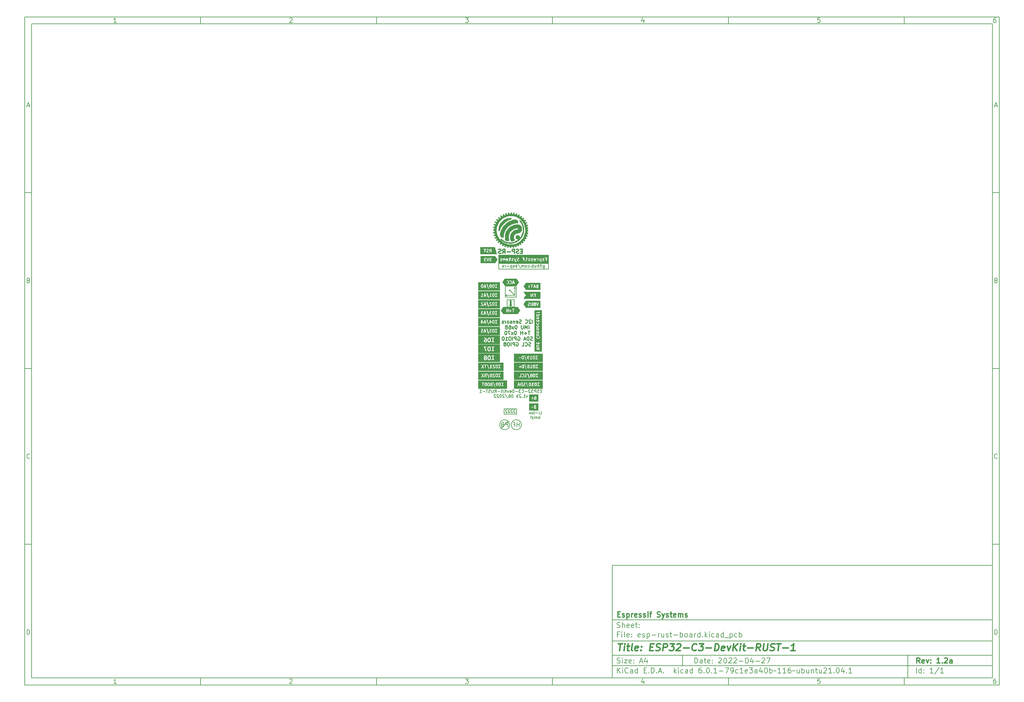
<source format=gbr>
G04 #@! TF.GenerationSoftware,KiCad,Pcbnew,6.0.1-79c1e3a40b~116~ubuntu21.04.1*
G04 #@! TF.CreationDate,2022-06-01T13:50:27+01:00*
G04 #@! TF.ProjectId,esp-rust-board,6573702d-7275-4737-942d-626f6172642e,1.2a*
G04 #@! TF.SameCoordinates,Original*
G04 #@! TF.FileFunction,Legend,Bot*
G04 #@! TF.FilePolarity,Positive*
%FSLAX46Y46*%
G04 Gerber Fmt 4.6, Leading zero omitted, Abs format (unit mm)*
G04 Created by KiCad (PCBNEW 6.0.1-79c1e3a40b~116~ubuntu21.04.1) date 2022-06-01 13:50:27*
%MOMM*%
%LPD*%
G01*
G04 APERTURE LIST*
%ADD10C,0.100000*%
%ADD11C,0.150000*%
%ADD12C,0.300000*%
%ADD13C,0.400000*%
%ADD14C,0.152400*%
%ADD15C,0.200000*%
%ADD16C,0.500000*%
%ADD17C,0.700000*%
%ADD18C,0.250000*%
%ADD19C,0.010000*%
G04 APERTURE END LIST*
D10*
D11*
X177002200Y-166007200D02*
X177002200Y-198007200D01*
X285002200Y-198007200D01*
X285002200Y-166007200D01*
X177002200Y-166007200D01*
D10*
D11*
X10000000Y-10000000D02*
X10000000Y-200007200D01*
X287002200Y-200007200D01*
X287002200Y-10000000D01*
X10000000Y-10000000D01*
D10*
D11*
X12000000Y-12000000D02*
X12000000Y-198007200D01*
X285002200Y-198007200D01*
X285002200Y-12000000D01*
X12000000Y-12000000D01*
D10*
D11*
X60000000Y-12000000D02*
X60000000Y-10000000D01*
D10*
D11*
X110000000Y-12000000D02*
X110000000Y-10000000D01*
D10*
D11*
X160000000Y-12000000D02*
X160000000Y-10000000D01*
D10*
D11*
X210000000Y-12000000D02*
X210000000Y-10000000D01*
D10*
D11*
X260000000Y-12000000D02*
X260000000Y-10000000D01*
D10*
D11*
X36065476Y-11588095D02*
X35322619Y-11588095D01*
X35694047Y-11588095D02*
X35694047Y-10288095D01*
X35570238Y-10473809D01*
X35446428Y-10597619D01*
X35322619Y-10659523D01*
D10*
D11*
X85322619Y-10411904D02*
X85384523Y-10350000D01*
X85508333Y-10288095D01*
X85817857Y-10288095D01*
X85941666Y-10350000D01*
X86003571Y-10411904D01*
X86065476Y-10535714D01*
X86065476Y-10659523D01*
X86003571Y-10845238D01*
X85260714Y-11588095D01*
X86065476Y-11588095D01*
D10*
D11*
X135260714Y-10288095D02*
X136065476Y-10288095D01*
X135632142Y-10783333D01*
X135817857Y-10783333D01*
X135941666Y-10845238D01*
X136003571Y-10907142D01*
X136065476Y-11030952D01*
X136065476Y-11340476D01*
X136003571Y-11464285D01*
X135941666Y-11526190D01*
X135817857Y-11588095D01*
X135446428Y-11588095D01*
X135322619Y-11526190D01*
X135260714Y-11464285D01*
D10*
D11*
X185941666Y-10721428D02*
X185941666Y-11588095D01*
X185632142Y-10226190D02*
X185322619Y-11154761D01*
X186127380Y-11154761D01*
D10*
D11*
X236003571Y-10288095D02*
X235384523Y-10288095D01*
X235322619Y-10907142D01*
X235384523Y-10845238D01*
X235508333Y-10783333D01*
X235817857Y-10783333D01*
X235941666Y-10845238D01*
X236003571Y-10907142D01*
X236065476Y-11030952D01*
X236065476Y-11340476D01*
X236003571Y-11464285D01*
X235941666Y-11526190D01*
X235817857Y-11588095D01*
X235508333Y-11588095D01*
X235384523Y-11526190D01*
X235322619Y-11464285D01*
D10*
D11*
X285941666Y-10288095D02*
X285694047Y-10288095D01*
X285570238Y-10350000D01*
X285508333Y-10411904D01*
X285384523Y-10597619D01*
X285322619Y-10845238D01*
X285322619Y-11340476D01*
X285384523Y-11464285D01*
X285446428Y-11526190D01*
X285570238Y-11588095D01*
X285817857Y-11588095D01*
X285941666Y-11526190D01*
X286003571Y-11464285D01*
X286065476Y-11340476D01*
X286065476Y-11030952D01*
X286003571Y-10907142D01*
X285941666Y-10845238D01*
X285817857Y-10783333D01*
X285570238Y-10783333D01*
X285446428Y-10845238D01*
X285384523Y-10907142D01*
X285322619Y-11030952D01*
D10*
D11*
X60000000Y-198007200D02*
X60000000Y-200007200D01*
D10*
D11*
X110000000Y-198007200D02*
X110000000Y-200007200D01*
D10*
D11*
X160000000Y-198007200D02*
X160000000Y-200007200D01*
D10*
D11*
X210000000Y-198007200D02*
X210000000Y-200007200D01*
D10*
D11*
X260000000Y-198007200D02*
X260000000Y-200007200D01*
D10*
D11*
X36065476Y-199595295D02*
X35322619Y-199595295D01*
X35694047Y-199595295D02*
X35694047Y-198295295D01*
X35570238Y-198481009D01*
X35446428Y-198604819D01*
X35322619Y-198666723D01*
D10*
D11*
X85322619Y-198419104D02*
X85384523Y-198357200D01*
X85508333Y-198295295D01*
X85817857Y-198295295D01*
X85941666Y-198357200D01*
X86003571Y-198419104D01*
X86065476Y-198542914D01*
X86065476Y-198666723D01*
X86003571Y-198852438D01*
X85260714Y-199595295D01*
X86065476Y-199595295D01*
D10*
D11*
X135260714Y-198295295D02*
X136065476Y-198295295D01*
X135632142Y-198790533D01*
X135817857Y-198790533D01*
X135941666Y-198852438D01*
X136003571Y-198914342D01*
X136065476Y-199038152D01*
X136065476Y-199347676D01*
X136003571Y-199471485D01*
X135941666Y-199533390D01*
X135817857Y-199595295D01*
X135446428Y-199595295D01*
X135322619Y-199533390D01*
X135260714Y-199471485D01*
D10*
D11*
X185941666Y-198728628D02*
X185941666Y-199595295D01*
X185632142Y-198233390D02*
X185322619Y-199161961D01*
X186127380Y-199161961D01*
D10*
D11*
X236003571Y-198295295D02*
X235384523Y-198295295D01*
X235322619Y-198914342D01*
X235384523Y-198852438D01*
X235508333Y-198790533D01*
X235817857Y-198790533D01*
X235941666Y-198852438D01*
X236003571Y-198914342D01*
X236065476Y-199038152D01*
X236065476Y-199347676D01*
X236003571Y-199471485D01*
X235941666Y-199533390D01*
X235817857Y-199595295D01*
X235508333Y-199595295D01*
X235384523Y-199533390D01*
X235322619Y-199471485D01*
D10*
D11*
X285941666Y-198295295D02*
X285694047Y-198295295D01*
X285570238Y-198357200D01*
X285508333Y-198419104D01*
X285384523Y-198604819D01*
X285322619Y-198852438D01*
X285322619Y-199347676D01*
X285384523Y-199471485D01*
X285446428Y-199533390D01*
X285570238Y-199595295D01*
X285817857Y-199595295D01*
X285941666Y-199533390D01*
X286003571Y-199471485D01*
X286065476Y-199347676D01*
X286065476Y-199038152D01*
X286003571Y-198914342D01*
X285941666Y-198852438D01*
X285817857Y-198790533D01*
X285570238Y-198790533D01*
X285446428Y-198852438D01*
X285384523Y-198914342D01*
X285322619Y-199038152D01*
D10*
D11*
X10000000Y-60000000D02*
X12000000Y-60000000D01*
D10*
D11*
X10000000Y-110000000D02*
X12000000Y-110000000D01*
D10*
D11*
X10000000Y-160000000D02*
X12000000Y-160000000D01*
D10*
D11*
X10690476Y-35216666D02*
X11309523Y-35216666D01*
X10566666Y-35588095D02*
X11000000Y-34288095D01*
X11433333Y-35588095D01*
D10*
D11*
X11092857Y-84907142D02*
X11278571Y-84969047D01*
X11340476Y-85030952D01*
X11402380Y-85154761D01*
X11402380Y-85340476D01*
X11340476Y-85464285D01*
X11278571Y-85526190D01*
X11154761Y-85588095D01*
X10659523Y-85588095D01*
X10659523Y-84288095D01*
X11092857Y-84288095D01*
X11216666Y-84350000D01*
X11278571Y-84411904D01*
X11340476Y-84535714D01*
X11340476Y-84659523D01*
X11278571Y-84783333D01*
X11216666Y-84845238D01*
X11092857Y-84907142D01*
X10659523Y-84907142D01*
D10*
D11*
X11402380Y-135464285D02*
X11340476Y-135526190D01*
X11154761Y-135588095D01*
X11030952Y-135588095D01*
X10845238Y-135526190D01*
X10721428Y-135402380D01*
X10659523Y-135278571D01*
X10597619Y-135030952D01*
X10597619Y-134845238D01*
X10659523Y-134597619D01*
X10721428Y-134473809D01*
X10845238Y-134350000D01*
X11030952Y-134288095D01*
X11154761Y-134288095D01*
X11340476Y-134350000D01*
X11402380Y-134411904D01*
D10*
D11*
X10659523Y-185588095D02*
X10659523Y-184288095D01*
X10969047Y-184288095D01*
X11154761Y-184350000D01*
X11278571Y-184473809D01*
X11340476Y-184597619D01*
X11402380Y-184845238D01*
X11402380Y-185030952D01*
X11340476Y-185278571D01*
X11278571Y-185402380D01*
X11154761Y-185526190D01*
X10969047Y-185588095D01*
X10659523Y-185588095D01*
D10*
D11*
X287002200Y-60000000D02*
X285002200Y-60000000D01*
D10*
D11*
X287002200Y-110000000D02*
X285002200Y-110000000D01*
D10*
D11*
X287002200Y-160000000D02*
X285002200Y-160000000D01*
D10*
D11*
X285692676Y-35216666D02*
X286311723Y-35216666D01*
X285568866Y-35588095D02*
X286002200Y-34288095D01*
X286435533Y-35588095D01*
D10*
D11*
X286095057Y-84907142D02*
X286280771Y-84969047D01*
X286342676Y-85030952D01*
X286404580Y-85154761D01*
X286404580Y-85340476D01*
X286342676Y-85464285D01*
X286280771Y-85526190D01*
X286156961Y-85588095D01*
X285661723Y-85588095D01*
X285661723Y-84288095D01*
X286095057Y-84288095D01*
X286218866Y-84350000D01*
X286280771Y-84411904D01*
X286342676Y-84535714D01*
X286342676Y-84659523D01*
X286280771Y-84783333D01*
X286218866Y-84845238D01*
X286095057Y-84907142D01*
X285661723Y-84907142D01*
D10*
D11*
X286404580Y-135464285D02*
X286342676Y-135526190D01*
X286156961Y-135588095D01*
X286033152Y-135588095D01*
X285847438Y-135526190D01*
X285723628Y-135402380D01*
X285661723Y-135278571D01*
X285599819Y-135030952D01*
X285599819Y-134845238D01*
X285661723Y-134597619D01*
X285723628Y-134473809D01*
X285847438Y-134350000D01*
X286033152Y-134288095D01*
X286156961Y-134288095D01*
X286342676Y-134350000D01*
X286404580Y-134411904D01*
D10*
D11*
X285661723Y-185588095D02*
X285661723Y-184288095D01*
X285971247Y-184288095D01*
X286156961Y-184350000D01*
X286280771Y-184473809D01*
X286342676Y-184597619D01*
X286404580Y-184845238D01*
X286404580Y-185030952D01*
X286342676Y-185278571D01*
X286280771Y-185402380D01*
X286156961Y-185526190D01*
X285971247Y-185588095D01*
X285661723Y-185588095D01*
D10*
D11*
X200434342Y-193785771D02*
X200434342Y-192285771D01*
X200791485Y-192285771D01*
X201005771Y-192357200D01*
X201148628Y-192500057D01*
X201220057Y-192642914D01*
X201291485Y-192928628D01*
X201291485Y-193142914D01*
X201220057Y-193428628D01*
X201148628Y-193571485D01*
X201005771Y-193714342D01*
X200791485Y-193785771D01*
X200434342Y-193785771D01*
X202577200Y-193785771D02*
X202577200Y-193000057D01*
X202505771Y-192857200D01*
X202362914Y-192785771D01*
X202077200Y-192785771D01*
X201934342Y-192857200D01*
X202577200Y-193714342D02*
X202434342Y-193785771D01*
X202077200Y-193785771D01*
X201934342Y-193714342D01*
X201862914Y-193571485D01*
X201862914Y-193428628D01*
X201934342Y-193285771D01*
X202077200Y-193214342D01*
X202434342Y-193214342D01*
X202577200Y-193142914D01*
X203077200Y-192785771D02*
X203648628Y-192785771D01*
X203291485Y-192285771D02*
X203291485Y-193571485D01*
X203362914Y-193714342D01*
X203505771Y-193785771D01*
X203648628Y-193785771D01*
X204720057Y-193714342D02*
X204577200Y-193785771D01*
X204291485Y-193785771D01*
X204148628Y-193714342D01*
X204077200Y-193571485D01*
X204077200Y-193000057D01*
X204148628Y-192857200D01*
X204291485Y-192785771D01*
X204577200Y-192785771D01*
X204720057Y-192857200D01*
X204791485Y-193000057D01*
X204791485Y-193142914D01*
X204077200Y-193285771D01*
X205434342Y-193642914D02*
X205505771Y-193714342D01*
X205434342Y-193785771D01*
X205362914Y-193714342D01*
X205434342Y-193642914D01*
X205434342Y-193785771D01*
X205434342Y-192857200D02*
X205505771Y-192928628D01*
X205434342Y-193000057D01*
X205362914Y-192928628D01*
X205434342Y-192857200D01*
X205434342Y-193000057D01*
X207220057Y-192428628D02*
X207291485Y-192357200D01*
X207434342Y-192285771D01*
X207791485Y-192285771D01*
X207934342Y-192357200D01*
X208005771Y-192428628D01*
X208077200Y-192571485D01*
X208077200Y-192714342D01*
X208005771Y-192928628D01*
X207148628Y-193785771D01*
X208077200Y-193785771D01*
X209005771Y-192285771D02*
X209148628Y-192285771D01*
X209291485Y-192357200D01*
X209362914Y-192428628D01*
X209434342Y-192571485D01*
X209505771Y-192857200D01*
X209505771Y-193214342D01*
X209434342Y-193500057D01*
X209362914Y-193642914D01*
X209291485Y-193714342D01*
X209148628Y-193785771D01*
X209005771Y-193785771D01*
X208862914Y-193714342D01*
X208791485Y-193642914D01*
X208720057Y-193500057D01*
X208648628Y-193214342D01*
X208648628Y-192857200D01*
X208720057Y-192571485D01*
X208791485Y-192428628D01*
X208862914Y-192357200D01*
X209005771Y-192285771D01*
X210077200Y-192428628D02*
X210148628Y-192357200D01*
X210291485Y-192285771D01*
X210648628Y-192285771D01*
X210791485Y-192357200D01*
X210862914Y-192428628D01*
X210934342Y-192571485D01*
X210934342Y-192714342D01*
X210862914Y-192928628D01*
X210005771Y-193785771D01*
X210934342Y-193785771D01*
X211505771Y-192428628D02*
X211577200Y-192357200D01*
X211720057Y-192285771D01*
X212077200Y-192285771D01*
X212220057Y-192357200D01*
X212291485Y-192428628D01*
X212362914Y-192571485D01*
X212362914Y-192714342D01*
X212291485Y-192928628D01*
X211434342Y-193785771D01*
X212362914Y-193785771D01*
X213005771Y-193214342D02*
X214148628Y-193214342D01*
X215148628Y-192285771D02*
X215291485Y-192285771D01*
X215434342Y-192357200D01*
X215505771Y-192428628D01*
X215577200Y-192571485D01*
X215648628Y-192857200D01*
X215648628Y-193214342D01*
X215577200Y-193500057D01*
X215505771Y-193642914D01*
X215434342Y-193714342D01*
X215291485Y-193785771D01*
X215148628Y-193785771D01*
X215005771Y-193714342D01*
X214934342Y-193642914D01*
X214862914Y-193500057D01*
X214791485Y-193214342D01*
X214791485Y-192857200D01*
X214862914Y-192571485D01*
X214934342Y-192428628D01*
X215005771Y-192357200D01*
X215148628Y-192285771D01*
X216934342Y-192785771D02*
X216934342Y-193785771D01*
X216577200Y-192214342D02*
X216220057Y-193285771D01*
X217148628Y-193285771D01*
X217720057Y-193214342D02*
X218862914Y-193214342D01*
X219505771Y-192428628D02*
X219577200Y-192357200D01*
X219720057Y-192285771D01*
X220077200Y-192285771D01*
X220220057Y-192357200D01*
X220291485Y-192428628D01*
X220362914Y-192571485D01*
X220362914Y-192714342D01*
X220291485Y-192928628D01*
X219434342Y-193785771D01*
X220362914Y-193785771D01*
X220862914Y-192285771D02*
X221862914Y-192285771D01*
X221220057Y-193785771D01*
D10*
D11*
X177002200Y-194507200D02*
X285002200Y-194507200D01*
D10*
D11*
X178434342Y-196585771D02*
X178434342Y-195085771D01*
X179291485Y-196585771D02*
X178648628Y-195728628D01*
X179291485Y-195085771D02*
X178434342Y-195942914D01*
X179934342Y-196585771D02*
X179934342Y-195585771D01*
X179934342Y-195085771D02*
X179862914Y-195157200D01*
X179934342Y-195228628D01*
X180005771Y-195157200D01*
X179934342Y-195085771D01*
X179934342Y-195228628D01*
X181505771Y-196442914D02*
X181434342Y-196514342D01*
X181220057Y-196585771D01*
X181077200Y-196585771D01*
X180862914Y-196514342D01*
X180720057Y-196371485D01*
X180648628Y-196228628D01*
X180577200Y-195942914D01*
X180577200Y-195728628D01*
X180648628Y-195442914D01*
X180720057Y-195300057D01*
X180862914Y-195157200D01*
X181077200Y-195085771D01*
X181220057Y-195085771D01*
X181434342Y-195157200D01*
X181505771Y-195228628D01*
X182791485Y-196585771D02*
X182791485Y-195800057D01*
X182720057Y-195657200D01*
X182577200Y-195585771D01*
X182291485Y-195585771D01*
X182148628Y-195657200D01*
X182791485Y-196514342D02*
X182648628Y-196585771D01*
X182291485Y-196585771D01*
X182148628Y-196514342D01*
X182077200Y-196371485D01*
X182077200Y-196228628D01*
X182148628Y-196085771D01*
X182291485Y-196014342D01*
X182648628Y-196014342D01*
X182791485Y-195942914D01*
X184148628Y-196585771D02*
X184148628Y-195085771D01*
X184148628Y-196514342D02*
X184005771Y-196585771D01*
X183720057Y-196585771D01*
X183577200Y-196514342D01*
X183505771Y-196442914D01*
X183434342Y-196300057D01*
X183434342Y-195871485D01*
X183505771Y-195728628D01*
X183577200Y-195657200D01*
X183720057Y-195585771D01*
X184005771Y-195585771D01*
X184148628Y-195657200D01*
X186005771Y-195800057D02*
X186505771Y-195800057D01*
X186720057Y-196585771D02*
X186005771Y-196585771D01*
X186005771Y-195085771D01*
X186720057Y-195085771D01*
X187362914Y-196442914D02*
X187434342Y-196514342D01*
X187362914Y-196585771D01*
X187291485Y-196514342D01*
X187362914Y-196442914D01*
X187362914Y-196585771D01*
X188077200Y-196585771D02*
X188077200Y-195085771D01*
X188434342Y-195085771D01*
X188648628Y-195157200D01*
X188791485Y-195300057D01*
X188862914Y-195442914D01*
X188934342Y-195728628D01*
X188934342Y-195942914D01*
X188862914Y-196228628D01*
X188791485Y-196371485D01*
X188648628Y-196514342D01*
X188434342Y-196585771D01*
X188077200Y-196585771D01*
X189577200Y-196442914D02*
X189648628Y-196514342D01*
X189577200Y-196585771D01*
X189505771Y-196514342D01*
X189577200Y-196442914D01*
X189577200Y-196585771D01*
X190220057Y-196157200D02*
X190934342Y-196157200D01*
X190077200Y-196585771D02*
X190577200Y-195085771D01*
X191077200Y-196585771D01*
X191577200Y-196442914D02*
X191648628Y-196514342D01*
X191577200Y-196585771D01*
X191505771Y-196514342D01*
X191577200Y-196442914D01*
X191577200Y-196585771D01*
X194577200Y-196585771D02*
X194577200Y-195085771D01*
X194720057Y-196014342D02*
X195148628Y-196585771D01*
X195148628Y-195585771D02*
X194577200Y-196157200D01*
X195791485Y-196585771D02*
X195791485Y-195585771D01*
X195791485Y-195085771D02*
X195720057Y-195157200D01*
X195791485Y-195228628D01*
X195862914Y-195157200D01*
X195791485Y-195085771D01*
X195791485Y-195228628D01*
X197148628Y-196514342D02*
X197005771Y-196585771D01*
X196720057Y-196585771D01*
X196577200Y-196514342D01*
X196505771Y-196442914D01*
X196434342Y-196300057D01*
X196434342Y-195871485D01*
X196505771Y-195728628D01*
X196577200Y-195657200D01*
X196720057Y-195585771D01*
X197005771Y-195585771D01*
X197148628Y-195657200D01*
X198434342Y-196585771D02*
X198434342Y-195800057D01*
X198362914Y-195657200D01*
X198220057Y-195585771D01*
X197934342Y-195585771D01*
X197791485Y-195657200D01*
X198434342Y-196514342D02*
X198291485Y-196585771D01*
X197934342Y-196585771D01*
X197791485Y-196514342D01*
X197720057Y-196371485D01*
X197720057Y-196228628D01*
X197791485Y-196085771D01*
X197934342Y-196014342D01*
X198291485Y-196014342D01*
X198434342Y-195942914D01*
X199791485Y-196585771D02*
X199791485Y-195085771D01*
X199791485Y-196514342D02*
X199648628Y-196585771D01*
X199362914Y-196585771D01*
X199220057Y-196514342D01*
X199148628Y-196442914D01*
X199077200Y-196300057D01*
X199077200Y-195871485D01*
X199148628Y-195728628D01*
X199220057Y-195657200D01*
X199362914Y-195585771D01*
X199648628Y-195585771D01*
X199791485Y-195657200D01*
X202291485Y-195085771D02*
X202005771Y-195085771D01*
X201862914Y-195157200D01*
X201791485Y-195228628D01*
X201648628Y-195442914D01*
X201577200Y-195728628D01*
X201577200Y-196300057D01*
X201648628Y-196442914D01*
X201720057Y-196514342D01*
X201862914Y-196585771D01*
X202148628Y-196585771D01*
X202291485Y-196514342D01*
X202362914Y-196442914D01*
X202434342Y-196300057D01*
X202434342Y-195942914D01*
X202362914Y-195800057D01*
X202291485Y-195728628D01*
X202148628Y-195657200D01*
X201862914Y-195657200D01*
X201720057Y-195728628D01*
X201648628Y-195800057D01*
X201577200Y-195942914D01*
X203077200Y-196442914D02*
X203148628Y-196514342D01*
X203077200Y-196585771D01*
X203005771Y-196514342D01*
X203077200Y-196442914D01*
X203077200Y-196585771D01*
X204077200Y-195085771D02*
X204220057Y-195085771D01*
X204362914Y-195157200D01*
X204434342Y-195228628D01*
X204505771Y-195371485D01*
X204577200Y-195657200D01*
X204577200Y-196014342D01*
X204505771Y-196300057D01*
X204434342Y-196442914D01*
X204362914Y-196514342D01*
X204220057Y-196585771D01*
X204077200Y-196585771D01*
X203934342Y-196514342D01*
X203862914Y-196442914D01*
X203791485Y-196300057D01*
X203720057Y-196014342D01*
X203720057Y-195657200D01*
X203791485Y-195371485D01*
X203862914Y-195228628D01*
X203934342Y-195157200D01*
X204077200Y-195085771D01*
X205220057Y-196442914D02*
X205291485Y-196514342D01*
X205220057Y-196585771D01*
X205148628Y-196514342D01*
X205220057Y-196442914D01*
X205220057Y-196585771D01*
X206720057Y-196585771D02*
X205862914Y-196585771D01*
X206291485Y-196585771D02*
X206291485Y-195085771D01*
X206148628Y-195300057D01*
X206005771Y-195442914D01*
X205862914Y-195514342D01*
X207362914Y-196014342D02*
X208505771Y-196014342D01*
X209077200Y-195085771D02*
X210077200Y-195085771D01*
X209434342Y-196585771D01*
X210720057Y-196585771D02*
X211005771Y-196585771D01*
X211148628Y-196514342D01*
X211220057Y-196442914D01*
X211362914Y-196228628D01*
X211434342Y-195942914D01*
X211434342Y-195371485D01*
X211362914Y-195228628D01*
X211291485Y-195157200D01*
X211148628Y-195085771D01*
X210862914Y-195085771D01*
X210720057Y-195157200D01*
X210648628Y-195228628D01*
X210577200Y-195371485D01*
X210577200Y-195728628D01*
X210648628Y-195871485D01*
X210720057Y-195942914D01*
X210862914Y-196014342D01*
X211148628Y-196014342D01*
X211291485Y-195942914D01*
X211362914Y-195871485D01*
X211434342Y-195728628D01*
X212720057Y-196514342D02*
X212577200Y-196585771D01*
X212291485Y-196585771D01*
X212148628Y-196514342D01*
X212077200Y-196442914D01*
X212005771Y-196300057D01*
X212005771Y-195871485D01*
X212077200Y-195728628D01*
X212148628Y-195657200D01*
X212291485Y-195585771D01*
X212577200Y-195585771D01*
X212720057Y-195657200D01*
X214148628Y-196585771D02*
X213291485Y-196585771D01*
X213720057Y-196585771D02*
X213720057Y-195085771D01*
X213577200Y-195300057D01*
X213434342Y-195442914D01*
X213291485Y-195514342D01*
X215362914Y-196514342D02*
X215220057Y-196585771D01*
X214934342Y-196585771D01*
X214791485Y-196514342D01*
X214720057Y-196371485D01*
X214720057Y-195800057D01*
X214791485Y-195657200D01*
X214934342Y-195585771D01*
X215220057Y-195585771D01*
X215362914Y-195657200D01*
X215434342Y-195800057D01*
X215434342Y-195942914D01*
X214720057Y-196085771D01*
X215934342Y-195085771D02*
X216862914Y-195085771D01*
X216362914Y-195657200D01*
X216577200Y-195657200D01*
X216720057Y-195728628D01*
X216791485Y-195800057D01*
X216862914Y-195942914D01*
X216862914Y-196300057D01*
X216791485Y-196442914D01*
X216720057Y-196514342D01*
X216577200Y-196585771D01*
X216148628Y-196585771D01*
X216005771Y-196514342D01*
X215934342Y-196442914D01*
X218148628Y-196585771D02*
X218148628Y-195800057D01*
X218077200Y-195657200D01*
X217934342Y-195585771D01*
X217648628Y-195585771D01*
X217505771Y-195657200D01*
X218148628Y-196514342D02*
X218005771Y-196585771D01*
X217648628Y-196585771D01*
X217505771Y-196514342D01*
X217434342Y-196371485D01*
X217434342Y-196228628D01*
X217505771Y-196085771D01*
X217648628Y-196014342D01*
X218005771Y-196014342D01*
X218148628Y-195942914D01*
X219505771Y-195585771D02*
X219505771Y-196585771D01*
X219148628Y-195014342D02*
X218791485Y-196085771D01*
X219720057Y-196085771D01*
X220577200Y-195085771D02*
X220720057Y-195085771D01*
X220862914Y-195157200D01*
X220934342Y-195228628D01*
X221005771Y-195371485D01*
X221077200Y-195657200D01*
X221077200Y-196014342D01*
X221005771Y-196300057D01*
X220934342Y-196442914D01*
X220862914Y-196514342D01*
X220720057Y-196585771D01*
X220577200Y-196585771D01*
X220434342Y-196514342D01*
X220362914Y-196442914D01*
X220291485Y-196300057D01*
X220220057Y-196014342D01*
X220220057Y-195657200D01*
X220291485Y-195371485D01*
X220362914Y-195228628D01*
X220434342Y-195157200D01*
X220577200Y-195085771D01*
X221720057Y-196585771D02*
X221720057Y-195085771D01*
X221720057Y-195657200D02*
X221862914Y-195585771D01*
X222148628Y-195585771D01*
X222291485Y-195657200D01*
X222362914Y-195728628D01*
X222434342Y-195871485D01*
X222434342Y-196300057D01*
X222362914Y-196442914D01*
X222291485Y-196514342D01*
X222148628Y-196585771D01*
X221862914Y-196585771D01*
X221720057Y-196514342D01*
X222862914Y-196014342D02*
X222934342Y-195942914D01*
X223077200Y-195871485D01*
X223362914Y-196014342D01*
X223505771Y-195942914D01*
X223577200Y-195871485D01*
X224934342Y-196585771D02*
X224077200Y-196585771D01*
X224505771Y-196585771D02*
X224505771Y-195085771D01*
X224362914Y-195300057D01*
X224220057Y-195442914D01*
X224077200Y-195514342D01*
X226362914Y-196585771D02*
X225505771Y-196585771D01*
X225934342Y-196585771D02*
X225934342Y-195085771D01*
X225791485Y-195300057D01*
X225648628Y-195442914D01*
X225505771Y-195514342D01*
X227648628Y-195085771D02*
X227362914Y-195085771D01*
X227220057Y-195157200D01*
X227148628Y-195228628D01*
X227005771Y-195442914D01*
X226934342Y-195728628D01*
X226934342Y-196300057D01*
X227005771Y-196442914D01*
X227077199Y-196514342D01*
X227220057Y-196585771D01*
X227505771Y-196585771D01*
X227648628Y-196514342D01*
X227720057Y-196442914D01*
X227791485Y-196300057D01*
X227791485Y-195942914D01*
X227720057Y-195800057D01*
X227648628Y-195728628D01*
X227505771Y-195657200D01*
X227220057Y-195657200D01*
X227077199Y-195728628D01*
X227005771Y-195800057D01*
X226934342Y-195942914D01*
X228220057Y-196014342D02*
X228291485Y-195942914D01*
X228434342Y-195871485D01*
X228720057Y-196014342D01*
X228862914Y-195942914D01*
X228934342Y-195871485D01*
X230148628Y-195585771D02*
X230148628Y-196585771D01*
X229505771Y-195585771D02*
X229505771Y-196371485D01*
X229577199Y-196514342D01*
X229720057Y-196585771D01*
X229934342Y-196585771D01*
X230077199Y-196514342D01*
X230148628Y-196442914D01*
X230862914Y-196585771D02*
X230862914Y-195085771D01*
X230862914Y-195657200D02*
X231005771Y-195585771D01*
X231291485Y-195585771D01*
X231434342Y-195657200D01*
X231505771Y-195728628D01*
X231577200Y-195871485D01*
X231577200Y-196300057D01*
X231505771Y-196442914D01*
X231434342Y-196514342D01*
X231291485Y-196585771D01*
X231005771Y-196585771D01*
X230862914Y-196514342D01*
X232862914Y-195585771D02*
X232862914Y-196585771D01*
X232220057Y-195585771D02*
X232220057Y-196371485D01*
X232291485Y-196514342D01*
X232434342Y-196585771D01*
X232648628Y-196585771D01*
X232791485Y-196514342D01*
X232862914Y-196442914D01*
X233577200Y-195585771D02*
X233577200Y-196585771D01*
X233577200Y-195728628D02*
X233648628Y-195657200D01*
X233791485Y-195585771D01*
X234005771Y-195585771D01*
X234148628Y-195657200D01*
X234220057Y-195800057D01*
X234220057Y-196585771D01*
X234720057Y-195585771D02*
X235291485Y-195585771D01*
X234934342Y-195085771D02*
X234934342Y-196371485D01*
X235005771Y-196514342D01*
X235148628Y-196585771D01*
X235291485Y-196585771D01*
X236434342Y-195585771D02*
X236434342Y-196585771D01*
X235791485Y-195585771D02*
X235791485Y-196371485D01*
X235862914Y-196514342D01*
X236005771Y-196585771D01*
X236220057Y-196585771D01*
X236362914Y-196514342D01*
X236434342Y-196442914D01*
X237077200Y-195228628D02*
X237148628Y-195157200D01*
X237291485Y-195085771D01*
X237648628Y-195085771D01*
X237791485Y-195157200D01*
X237862914Y-195228628D01*
X237934342Y-195371485D01*
X237934342Y-195514342D01*
X237862914Y-195728628D01*
X237005771Y-196585771D01*
X237934342Y-196585771D01*
X239362914Y-196585771D02*
X238505771Y-196585771D01*
X238934342Y-196585771D02*
X238934342Y-195085771D01*
X238791485Y-195300057D01*
X238648628Y-195442914D01*
X238505771Y-195514342D01*
X240005771Y-196442914D02*
X240077199Y-196514342D01*
X240005771Y-196585771D01*
X239934342Y-196514342D01*
X240005771Y-196442914D01*
X240005771Y-196585771D01*
X241005771Y-195085771D02*
X241148628Y-195085771D01*
X241291485Y-195157200D01*
X241362914Y-195228628D01*
X241434342Y-195371485D01*
X241505771Y-195657200D01*
X241505771Y-196014342D01*
X241434342Y-196300057D01*
X241362914Y-196442914D01*
X241291485Y-196514342D01*
X241148628Y-196585771D01*
X241005771Y-196585771D01*
X240862914Y-196514342D01*
X240791485Y-196442914D01*
X240720057Y-196300057D01*
X240648628Y-196014342D01*
X240648628Y-195657200D01*
X240720057Y-195371485D01*
X240791485Y-195228628D01*
X240862914Y-195157200D01*
X241005771Y-195085771D01*
X242791485Y-195585771D02*
X242791485Y-196585771D01*
X242434342Y-195014342D02*
X242077199Y-196085771D01*
X243005771Y-196085771D01*
X243577199Y-196442914D02*
X243648628Y-196514342D01*
X243577199Y-196585771D01*
X243505771Y-196514342D01*
X243577199Y-196442914D01*
X243577199Y-196585771D01*
X245077199Y-196585771D02*
X244220057Y-196585771D01*
X244648628Y-196585771D02*
X244648628Y-195085771D01*
X244505771Y-195300057D01*
X244362914Y-195442914D01*
X244220057Y-195514342D01*
D10*
D11*
X177002200Y-191507200D02*
X285002200Y-191507200D01*
D10*
D12*
X264411485Y-193785771D02*
X263911485Y-193071485D01*
X263554342Y-193785771D02*
X263554342Y-192285771D01*
X264125771Y-192285771D01*
X264268628Y-192357200D01*
X264340057Y-192428628D01*
X264411485Y-192571485D01*
X264411485Y-192785771D01*
X264340057Y-192928628D01*
X264268628Y-193000057D01*
X264125771Y-193071485D01*
X263554342Y-193071485D01*
X265625771Y-193714342D02*
X265482914Y-193785771D01*
X265197200Y-193785771D01*
X265054342Y-193714342D01*
X264982914Y-193571485D01*
X264982914Y-193000057D01*
X265054342Y-192857200D01*
X265197200Y-192785771D01*
X265482914Y-192785771D01*
X265625771Y-192857200D01*
X265697200Y-193000057D01*
X265697200Y-193142914D01*
X264982914Y-193285771D01*
X266197200Y-192785771D02*
X266554342Y-193785771D01*
X266911485Y-192785771D01*
X267482914Y-193642914D02*
X267554342Y-193714342D01*
X267482914Y-193785771D01*
X267411485Y-193714342D01*
X267482914Y-193642914D01*
X267482914Y-193785771D01*
X267482914Y-192857200D02*
X267554342Y-192928628D01*
X267482914Y-193000057D01*
X267411485Y-192928628D01*
X267482914Y-192857200D01*
X267482914Y-193000057D01*
X270125771Y-193785771D02*
X269268628Y-193785771D01*
X269697200Y-193785771D02*
X269697200Y-192285771D01*
X269554342Y-192500057D01*
X269411485Y-192642914D01*
X269268628Y-192714342D01*
X270768628Y-193642914D02*
X270840057Y-193714342D01*
X270768628Y-193785771D01*
X270697200Y-193714342D01*
X270768628Y-193642914D01*
X270768628Y-193785771D01*
X271411485Y-192428628D02*
X271482914Y-192357200D01*
X271625771Y-192285771D01*
X271982914Y-192285771D01*
X272125771Y-192357200D01*
X272197200Y-192428628D01*
X272268628Y-192571485D01*
X272268628Y-192714342D01*
X272197200Y-192928628D01*
X271340057Y-193785771D01*
X272268628Y-193785771D01*
X273554342Y-193785771D02*
X273554342Y-193000057D01*
X273482914Y-192857200D01*
X273340057Y-192785771D01*
X273054342Y-192785771D01*
X272911485Y-192857200D01*
X273554342Y-193714342D02*
X273411485Y-193785771D01*
X273054342Y-193785771D01*
X272911485Y-193714342D01*
X272840057Y-193571485D01*
X272840057Y-193428628D01*
X272911485Y-193285771D01*
X273054342Y-193214342D01*
X273411485Y-193214342D01*
X273554342Y-193142914D01*
D10*
D11*
X178362914Y-193714342D02*
X178577200Y-193785771D01*
X178934342Y-193785771D01*
X179077200Y-193714342D01*
X179148628Y-193642914D01*
X179220057Y-193500057D01*
X179220057Y-193357200D01*
X179148628Y-193214342D01*
X179077200Y-193142914D01*
X178934342Y-193071485D01*
X178648628Y-193000057D01*
X178505771Y-192928628D01*
X178434342Y-192857200D01*
X178362914Y-192714342D01*
X178362914Y-192571485D01*
X178434342Y-192428628D01*
X178505771Y-192357200D01*
X178648628Y-192285771D01*
X179005771Y-192285771D01*
X179220057Y-192357200D01*
X179862914Y-193785771D02*
X179862914Y-192785771D01*
X179862914Y-192285771D02*
X179791485Y-192357200D01*
X179862914Y-192428628D01*
X179934342Y-192357200D01*
X179862914Y-192285771D01*
X179862914Y-192428628D01*
X180434342Y-192785771D02*
X181220057Y-192785771D01*
X180434342Y-193785771D01*
X181220057Y-193785771D01*
X182362914Y-193714342D02*
X182220057Y-193785771D01*
X181934342Y-193785771D01*
X181791485Y-193714342D01*
X181720057Y-193571485D01*
X181720057Y-193000057D01*
X181791485Y-192857200D01*
X181934342Y-192785771D01*
X182220057Y-192785771D01*
X182362914Y-192857200D01*
X182434342Y-193000057D01*
X182434342Y-193142914D01*
X181720057Y-193285771D01*
X183077200Y-193642914D02*
X183148628Y-193714342D01*
X183077200Y-193785771D01*
X183005771Y-193714342D01*
X183077200Y-193642914D01*
X183077200Y-193785771D01*
X183077200Y-192857200D02*
X183148628Y-192928628D01*
X183077200Y-193000057D01*
X183005771Y-192928628D01*
X183077200Y-192857200D01*
X183077200Y-193000057D01*
X184862914Y-193357200D02*
X185577200Y-193357200D01*
X184720057Y-193785771D02*
X185220057Y-192285771D01*
X185720057Y-193785771D01*
X186862914Y-192785771D02*
X186862914Y-193785771D01*
X186505771Y-192214342D02*
X186148628Y-193285771D01*
X187077200Y-193285771D01*
D10*
D11*
X263434342Y-196585771D02*
X263434342Y-195085771D01*
X264791485Y-196585771D02*
X264791485Y-195085771D01*
X264791485Y-196514342D02*
X264648628Y-196585771D01*
X264362914Y-196585771D01*
X264220057Y-196514342D01*
X264148628Y-196442914D01*
X264077200Y-196300057D01*
X264077200Y-195871485D01*
X264148628Y-195728628D01*
X264220057Y-195657200D01*
X264362914Y-195585771D01*
X264648628Y-195585771D01*
X264791485Y-195657200D01*
X265505771Y-196442914D02*
X265577200Y-196514342D01*
X265505771Y-196585771D01*
X265434342Y-196514342D01*
X265505771Y-196442914D01*
X265505771Y-196585771D01*
X265505771Y-195657200D02*
X265577200Y-195728628D01*
X265505771Y-195800057D01*
X265434342Y-195728628D01*
X265505771Y-195657200D01*
X265505771Y-195800057D01*
X268148628Y-196585771D02*
X267291485Y-196585771D01*
X267720057Y-196585771D02*
X267720057Y-195085771D01*
X267577200Y-195300057D01*
X267434342Y-195442914D01*
X267291485Y-195514342D01*
X269862914Y-195014342D02*
X268577200Y-196942914D01*
X271148628Y-196585771D02*
X270291485Y-196585771D01*
X270720057Y-196585771D02*
X270720057Y-195085771D01*
X270577200Y-195300057D01*
X270434342Y-195442914D01*
X270291485Y-195514342D01*
D10*
D11*
X177002200Y-187507200D02*
X285002200Y-187507200D01*
D10*
D13*
X178714580Y-188211961D02*
X179857438Y-188211961D01*
X179036009Y-190211961D02*
X179286009Y-188211961D01*
X180274104Y-190211961D02*
X180440771Y-188878628D01*
X180524104Y-188211961D02*
X180416961Y-188307200D01*
X180500295Y-188402438D01*
X180607438Y-188307200D01*
X180524104Y-188211961D01*
X180500295Y-188402438D01*
X181107438Y-188878628D02*
X181869342Y-188878628D01*
X181476485Y-188211961D02*
X181262200Y-189926247D01*
X181333628Y-190116723D01*
X181512200Y-190211961D01*
X181702676Y-190211961D01*
X182655057Y-190211961D02*
X182476485Y-190116723D01*
X182405057Y-189926247D01*
X182619342Y-188211961D01*
X184190771Y-190116723D02*
X183988390Y-190211961D01*
X183607438Y-190211961D01*
X183428866Y-190116723D01*
X183357438Y-189926247D01*
X183452676Y-189164342D01*
X183571723Y-188973866D01*
X183774104Y-188878628D01*
X184155057Y-188878628D01*
X184333628Y-188973866D01*
X184405057Y-189164342D01*
X184381247Y-189354819D01*
X183405057Y-189545295D01*
X185155057Y-190021485D02*
X185238390Y-190116723D01*
X185131247Y-190211961D01*
X185047914Y-190116723D01*
X185155057Y-190021485D01*
X185131247Y-190211961D01*
X185286009Y-188973866D02*
X185369342Y-189069104D01*
X185262200Y-189164342D01*
X185178866Y-189069104D01*
X185286009Y-188973866D01*
X185262200Y-189164342D01*
X187738390Y-189164342D02*
X188405057Y-189164342D01*
X188559819Y-190211961D02*
X187607438Y-190211961D01*
X187857438Y-188211961D01*
X188809819Y-188211961D01*
X189333628Y-190116723D02*
X189607438Y-190211961D01*
X190083628Y-190211961D01*
X190286009Y-190116723D01*
X190393152Y-190021485D01*
X190512200Y-189831009D01*
X190536009Y-189640533D01*
X190464580Y-189450057D01*
X190381247Y-189354819D01*
X190202676Y-189259580D01*
X189833628Y-189164342D01*
X189655057Y-189069104D01*
X189571723Y-188973866D01*
X189500295Y-188783390D01*
X189524104Y-188592914D01*
X189643152Y-188402438D01*
X189750295Y-188307200D01*
X189952676Y-188211961D01*
X190428866Y-188211961D01*
X190702676Y-188307200D01*
X191321723Y-190211961D02*
X191571723Y-188211961D01*
X192333628Y-188211961D01*
X192512200Y-188307200D01*
X192595533Y-188402438D01*
X192666961Y-188592914D01*
X192631247Y-188878628D01*
X192512200Y-189069104D01*
X192405057Y-189164342D01*
X192202676Y-189259580D01*
X191440771Y-189259580D01*
X193381247Y-188211961D02*
X194619342Y-188211961D01*
X193857438Y-188973866D01*
X194143152Y-188973866D01*
X194321723Y-189069104D01*
X194405057Y-189164342D01*
X194476485Y-189354819D01*
X194416961Y-189831009D01*
X194297914Y-190021485D01*
X194190771Y-190116723D01*
X193988390Y-190211961D01*
X193416961Y-190211961D01*
X193238390Y-190116723D01*
X193155057Y-190021485D01*
X195357438Y-188402438D02*
X195464580Y-188307200D01*
X195666961Y-188211961D01*
X196143152Y-188211961D01*
X196321723Y-188307200D01*
X196405057Y-188402438D01*
X196476485Y-188592914D01*
X196452676Y-188783390D01*
X196321723Y-189069104D01*
X195036009Y-190211961D01*
X196274104Y-190211961D01*
X197226485Y-189450057D02*
X198750295Y-189450057D01*
X200774104Y-190021485D02*
X200666961Y-190116723D01*
X200369342Y-190211961D01*
X200178866Y-190211961D01*
X199905057Y-190116723D01*
X199738390Y-189926247D01*
X199666961Y-189735771D01*
X199619342Y-189354819D01*
X199655057Y-189069104D01*
X199797914Y-188688152D01*
X199916961Y-188497676D01*
X200131247Y-188307200D01*
X200428866Y-188211961D01*
X200619342Y-188211961D01*
X200893152Y-188307200D01*
X200976485Y-188402438D01*
X201666961Y-188211961D02*
X202905057Y-188211961D01*
X202143152Y-188973866D01*
X202428866Y-188973866D01*
X202607438Y-189069104D01*
X202690771Y-189164342D01*
X202762200Y-189354819D01*
X202702676Y-189831009D01*
X202583628Y-190021485D01*
X202476485Y-190116723D01*
X202274104Y-190211961D01*
X201702676Y-190211961D01*
X201524104Y-190116723D01*
X201440771Y-190021485D01*
X203607438Y-189450057D02*
X205131247Y-189450057D01*
X205988390Y-190211961D02*
X206238390Y-188211961D01*
X206714580Y-188211961D01*
X206988390Y-188307200D01*
X207155057Y-188497676D01*
X207226485Y-188688152D01*
X207274104Y-189069104D01*
X207238390Y-189354819D01*
X207095533Y-189735771D01*
X206976485Y-189926247D01*
X206762200Y-190116723D01*
X206464580Y-190211961D01*
X205988390Y-190211961D01*
X208762200Y-190116723D02*
X208559819Y-190211961D01*
X208178866Y-190211961D01*
X208000295Y-190116723D01*
X207928866Y-189926247D01*
X208024104Y-189164342D01*
X208143152Y-188973866D01*
X208345533Y-188878628D01*
X208726485Y-188878628D01*
X208905057Y-188973866D01*
X208976485Y-189164342D01*
X208952676Y-189354819D01*
X207976485Y-189545295D01*
X209678866Y-188878628D02*
X209988390Y-190211961D01*
X210631247Y-188878628D01*
X211226485Y-190211961D02*
X211476485Y-188211961D01*
X212369342Y-190211961D02*
X211655057Y-189069104D01*
X212619342Y-188211961D02*
X211333628Y-189354819D01*
X213226485Y-190211961D02*
X213393152Y-188878628D01*
X213476485Y-188211961D02*
X213369342Y-188307200D01*
X213452676Y-188402438D01*
X213559819Y-188307200D01*
X213476485Y-188211961D01*
X213452676Y-188402438D01*
X214059819Y-188878628D02*
X214821723Y-188878628D01*
X214428866Y-188211961D02*
X214214580Y-189926247D01*
X214286009Y-190116723D01*
X214464580Y-190211961D01*
X214655057Y-190211961D01*
X215416961Y-189450057D02*
X216940771Y-189450057D01*
X218940771Y-190211961D02*
X218393152Y-189259580D01*
X217797914Y-190211961D02*
X218047914Y-188211961D01*
X218809819Y-188211961D01*
X218988390Y-188307200D01*
X219071723Y-188402438D01*
X219143152Y-188592914D01*
X219107438Y-188878628D01*
X218988390Y-189069104D01*
X218881247Y-189164342D01*
X218678866Y-189259580D01*
X217916961Y-189259580D01*
X220047914Y-188211961D02*
X219845533Y-189831009D01*
X219916961Y-190021485D01*
X220000295Y-190116723D01*
X220178866Y-190211961D01*
X220559819Y-190211961D01*
X220762200Y-190116723D01*
X220869342Y-190021485D01*
X220988390Y-189831009D01*
X221190771Y-188211961D01*
X221809819Y-190116723D02*
X222083628Y-190211961D01*
X222559819Y-190211961D01*
X222762200Y-190116723D01*
X222869342Y-190021485D01*
X222988390Y-189831009D01*
X223012200Y-189640533D01*
X222940771Y-189450057D01*
X222857438Y-189354819D01*
X222678866Y-189259580D01*
X222309819Y-189164342D01*
X222131247Y-189069104D01*
X222047914Y-188973866D01*
X221976485Y-188783390D01*
X222000295Y-188592914D01*
X222119342Y-188402438D01*
X222226485Y-188307200D01*
X222428866Y-188211961D01*
X222905057Y-188211961D01*
X223178866Y-188307200D01*
X223762200Y-188211961D02*
X224905057Y-188211961D01*
X224083628Y-190211961D02*
X224333628Y-188211961D01*
X225416961Y-189450057D02*
X226940771Y-189450057D01*
X228845533Y-190211961D02*
X227702676Y-190211961D01*
X228274104Y-190211961D02*
X228524104Y-188211961D01*
X228297914Y-188497676D01*
X228083628Y-188688152D01*
X227881247Y-188783390D01*
D10*
D11*
X178934342Y-185600057D02*
X178434342Y-185600057D01*
X178434342Y-186385771D02*
X178434342Y-184885771D01*
X179148628Y-184885771D01*
X179720057Y-186385771D02*
X179720057Y-185385771D01*
X179720057Y-184885771D02*
X179648628Y-184957200D01*
X179720057Y-185028628D01*
X179791485Y-184957200D01*
X179720057Y-184885771D01*
X179720057Y-185028628D01*
X180648628Y-186385771D02*
X180505771Y-186314342D01*
X180434342Y-186171485D01*
X180434342Y-184885771D01*
X181791485Y-186314342D02*
X181648628Y-186385771D01*
X181362914Y-186385771D01*
X181220057Y-186314342D01*
X181148628Y-186171485D01*
X181148628Y-185600057D01*
X181220057Y-185457200D01*
X181362914Y-185385771D01*
X181648628Y-185385771D01*
X181791485Y-185457200D01*
X181862914Y-185600057D01*
X181862914Y-185742914D01*
X181148628Y-185885771D01*
X182505771Y-186242914D02*
X182577200Y-186314342D01*
X182505771Y-186385771D01*
X182434342Y-186314342D01*
X182505771Y-186242914D01*
X182505771Y-186385771D01*
X182505771Y-185457200D02*
X182577200Y-185528628D01*
X182505771Y-185600057D01*
X182434342Y-185528628D01*
X182505771Y-185457200D01*
X182505771Y-185600057D01*
X184934342Y-186314342D02*
X184791485Y-186385771D01*
X184505771Y-186385771D01*
X184362914Y-186314342D01*
X184291485Y-186171485D01*
X184291485Y-185600057D01*
X184362914Y-185457200D01*
X184505771Y-185385771D01*
X184791485Y-185385771D01*
X184934342Y-185457200D01*
X185005771Y-185600057D01*
X185005771Y-185742914D01*
X184291485Y-185885771D01*
X185577200Y-186314342D02*
X185720057Y-186385771D01*
X186005771Y-186385771D01*
X186148628Y-186314342D01*
X186220057Y-186171485D01*
X186220057Y-186100057D01*
X186148628Y-185957200D01*
X186005771Y-185885771D01*
X185791485Y-185885771D01*
X185648628Y-185814342D01*
X185577200Y-185671485D01*
X185577200Y-185600057D01*
X185648628Y-185457200D01*
X185791485Y-185385771D01*
X186005771Y-185385771D01*
X186148628Y-185457200D01*
X186862914Y-185385771D02*
X186862914Y-186885771D01*
X186862914Y-185457200D02*
X187005771Y-185385771D01*
X187291485Y-185385771D01*
X187434342Y-185457200D01*
X187505771Y-185528628D01*
X187577200Y-185671485D01*
X187577200Y-186100057D01*
X187505771Y-186242914D01*
X187434342Y-186314342D01*
X187291485Y-186385771D01*
X187005771Y-186385771D01*
X186862914Y-186314342D01*
X188220057Y-185814342D02*
X189362914Y-185814342D01*
X190077200Y-186385771D02*
X190077200Y-185385771D01*
X190077200Y-185671485D02*
X190148628Y-185528628D01*
X190220057Y-185457200D01*
X190362914Y-185385771D01*
X190505771Y-185385771D01*
X191648628Y-185385771D02*
X191648628Y-186385771D01*
X191005771Y-185385771D02*
X191005771Y-186171485D01*
X191077200Y-186314342D01*
X191220057Y-186385771D01*
X191434342Y-186385771D01*
X191577200Y-186314342D01*
X191648628Y-186242914D01*
X192291485Y-186314342D02*
X192434342Y-186385771D01*
X192720057Y-186385771D01*
X192862914Y-186314342D01*
X192934342Y-186171485D01*
X192934342Y-186100057D01*
X192862914Y-185957200D01*
X192720057Y-185885771D01*
X192505771Y-185885771D01*
X192362914Y-185814342D01*
X192291485Y-185671485D01*
X192291485Y-185600057D01*
X192362914Y-185457200D01*
X192505771Y-185385771D01*
X192720057Y-185385771D01*
X192862914Y-185457200D01*
X193362914Y-185385771D02*
X193934342Y-185385771D01*
X193577200Y-184885771D02*
X193577200Y-186171485D01*
X193648628Y-186314342D01*
X193791485Y-186385771D01*
X193934342Y-186385771D01*
X194434342Y-185814342D02*
X195577200Y-185814342D01*
X196291485Y-186385771D02*
X196291485Y-184885771D01*
X196291485Y-185457200D02*
X196434342Y-185385771D01*
X196720057Y-185385771D01*
X196862914Y-185457200D01*
X196934342Y-185528628D01*
X197005771Y-185671485D01*
X197005771Y-186100057D01*
X196934342Y-186242914D01*
X196862914Y-186314342D01*
X196720057Y-186385771D01*
X196434342Y-186385771D01*
X196291485Y-186314342D01*
X197862914Y-186385771D02*
X197720057Y-186314342D01*
X197648628Y-186242914D01*
X197577200Y-186100057D01*
X197577200Y-185671485D01*
X197648628Y-185528628D01*
X197720057Y-185457200D01*
X197862914Y-185385771D01*
X198077200Y-185385771D01*
X198220057Y-185457200D01*
X198291485Y-185528628D01*
X198362914Y-185671485D01*
X198362914Y-186100057D01*
X198291485Y-186242914D01*
X198220057Y-186314342D01*
X198077200Y-186385771D01*
X197862914Y-186385771D01*
X199648628Y-186385771D02*
X199648628Y-185600057D01*
X199577200Y-185457200D01*
X199434342Y-185385771D01*
X199148628Y-185385771D01*
X199005771Y-185457200D01*
X199648628Y-186314342D02*
X199505771Y-186385771D01*
X199148628Y-186385771D01*
X199005771Y-186314342D01*
X198934342Y-186171485D01*
X198934342Y-186028628D01*
X199005771Y-185885771D01*
X199148628Y-185814342D01*
X199505771Y-185814342D01*
X199648628Y-185742914D01*
X200362914Y-186385771D02*
X200362914Y-185385771D01*
X200362914Y-185671485D02*
X200434342Y-185528628D01*
X200505771Y-185457200D01*
X200648628Y-185385771D01*
X200791485Y-185385771D01*
X201934342Y-186385771D02*
X201934342Y-184885771D01*
X201934342Y-186314342D02*
X201791485Y-186385771D01*
X201505771Y-186385771D01*
X201362914Y-186314342D01*
X201291485Y-186242914D01*
X201220057Y-186100057D01*
X201220057Y-185671485D01*
X201291485Y-185528628D01*
X201362914Y-185457200D01*
X201505771Y-185385771D01*
X201791485Y-185385771D01*
X201934342Y-185457200D01*
X202648628Y-186242914D02*
X202720057Y-186314342D01*
X202648628Y-186385771D01*
X202577200Y-186314342D01*
X202648628Y-186242914D01*
X202648628Y-186385771D01*
X203362914Y-186385771D02*
X203362914Y-184885771D01*
X203505771Y-185814342D02*
X203934342Y-186385771D01*
X203934342Y-185385771D02*
X203362914Y-185957200D01*
X204577200Y-186385771D02*
X204577200Y-185385771D01*
X204577200Y-184885771D02*
X204505771Y-184957200D01*
X204577200Y-185028628D01*
X204648628Y-184957200D01*
X204577200Y-184885771D01*
X204577200Y-185028628D01*
X205934342Y-186314342D02*
X205791485Y-186385771D01*
X205505771Y-186385771D01*
X205362914Y-186314342D01*
X205291485Y-186242914D01*
X205220057Y-186100057D01*
X205220057Y-185671485D01*
X205291485Y-185528628D01*
X205362914Y-185457200D01*
X205505771Y-185385771D01*
X205791485Y-185385771D01*
X205934342Y-185457200D01*
X207220057Y-186385771D02*
X207220057Y-185600057D01*
X207148628Y-185457200D01*
X207005771Y-185385771D01*
X206720057Y-185385771D01*
X206577200Y-185457200D01*
X207220057Y-186314342D02*
X207077200Y-186385771D01*
X206720057Y-186385771D01*
X206577200Y-186314342D01*
X206505771Y-186171485D01*
X206505771Y-186028628D01*
X206577200Y-185885771D01*
X206720057Y-185814342D01*
X207077200Y-185814342D01*
X207220057Y-185742914D01*
X208577200Y-186385771D02*
X208577200Y-184885771D01*
X208577200Y-186314342D02*
X208434342Y-186385771D01*
X208148628Y-186385771D01*
X208005771Y-186314342D01*
X207934342Y-186242914D01*
X207862914Y-186100057D01*
X207862914Y-185671485D01*
X207934342Y-185528628D01*
X208005771Y-185457200D01*
X208148628Y-185385771D01*
X208434342Y-185385771D01*
X208577200Y-185457200D01*
X208934342Y-186528628D02*
X210077200Y-186528628D01*
X210434342Y-185385771D02*
X210434342Y-186885771D01*
X210434342Y-185457200D02*
X210577200Y-185385771D01*
X210862914Y-185385771D01*
X211005771Y-185457200D01*
X211077200Y-185528628D01*
X211148628Y-185671485D01*
X211148628Y-186100057D01*
X211077200Y-186242914D01*
X211005771Y-186314342D01*
X210862914Y-186385771D01*
X210577200Y-186385771D01*
X210434342Y-186314342D01*
X212434342Y-186314342D02*
X212291485Y-186385771D01*
X212005771Y-186385771D01*
X211862914Y-186314342D01*
X211791485Y-186242914D01*
X211720057Y-186100057D01*
X211720057Y-185671485D01*
X211791485Y-185528628D01*
X211862914Y-185457200D01*
X212005771Y-185385771D01*
X212291485Y-185385771D01*
X212434342Y-185457200D01*
X213077200Y-186385771D02*
X213077200Y-184885771D01*
X213077200Y-185457200D02*
X213220057Y-185385771D01*
X213505771Y-185385771D01*
X213648628Y-185457200D01*
X213720057Y-185528628D01*
X213791485Y-185671485D01*
X213791485Y-186100057D01*
X213720057Y-186242914D01*
X213648628Y-186314342D01*
X213505771Y-186385771D01*
X213220057Y-186385771D01*
X213077200Y-186314342D01*
D10*
D11*
X177002200Y-181507200D02*
X285002200Y-181507200D01*
D10*
D11*
X178362914Y-183614342D02*
X178577200Y-183685771D01*
X178934342Y-183685771D01*
X179077200Y-183614342D01*
X179148628Y-183542914D01*
X179220057Y-183400057D01*
X179220057Y-183257200D01*
X179148628Y-183114342D01*
X179077200Y-183042914D01*
X178934342Y-182971485D01*
X178648628Y-182900057D01*
X178505771Y-182828628D01*
X178434342Y-182757200D01*
X178362914Y-182614342D01*
X178362914Y-182471485D01*
X178434342Y-182328628D01*
X178505771Y-182257200D01*
X178648628Y-182185771D01*
X179005771Y-182185771D01*
X179220057Y-182257200D01*
X179862914Y-183685771D02*
X179862914Y-182185771D01*
X180505771Y-183685771D02*
X180505771Y-182900057D01*
X180434342Y-182757200D01*
X180291485Y-182685771D01*
X180077200Y-182685771D01*
X179934342Y-182757200D01*
X179862914Y-182828628D01*
X181791485Y-183614342D02*
X181648628Y-183685771D01*
X181362914Y-183685771D01*
X181220057Y-183614342D01*
X181148628Y-183471485D01*
X181148628Y-182900057D01*
X181220057Y-182757200D01*
X181362914Y-182685771D01*
X181648628Y-182685771D01*
X181791485Y-182757200D01*
X181862914Y-182900057D01*
X181862914Y-183042914D01*
X181148628Y-183185771D01*
X183077200Y-183614342D02*
X182934342Y-183685771D01*
X182648628Y-183685771D01*
X182505771Y-183614342D01*
X182434342Y-183471485D01*
X182434342Y-182900057D01*
X182505771Y-182757200D01*
X182648628Y-182685771D01*
X182934342Y-182685771D01*
X183077200Y-182757200D01*
X183148628Y-182900057D01*
X183148628Y-183042914D01*
X182434342Y-183185771D01*
X183577200Y-182685771D02*
X184148628Y-182685771D01*
X183791485Y-182185771D02*
X183791485Y-183471485D01*
X183862914Y-183614342D01*
X184005771Y-183685771D01*
X184148628Y-183685771D01*
X184648628Y-183542914D02*
X184720057Y-183614342D01*
X184648628Y-183685771D01*
X184577200Y-183614342D01*
X184648628Y-183542914D01*
X184648628Y-183685771D01*
X184648628Y-182757200D02*
X184720057Y-182828628D01*
X184648628Y-182900057D01*
X184577200Y-182828628D01*
X184648628Y-182757200D01*
X184648628Y-182900057D01*
D10*
D12*
X178554342Y-179900057D02*
X179054342Y-179900057D01*
X179268628Y-180685771D02*
X178554342Y-180685771D01*
X178554342Y-179185771D01*
X179268628Y-179185771D01*
X179840057Y-180614342D02*
X179982914Y-180685771D01*
X180268628Y-180685771D01*
X180411485Y-180614342D01*
X180482914Y-180471485D01*
X180482914Y-180400057D01*
X180411485Y-180257200D01*
X180268628Y-180185771D01*
X180054342Y-180185771D01*
X179911485Y-180114342D01*
X179840057Y-179971485D01*
X179840057Y-179900057D01*
X179911485Y-179757200D01*
X180054342Y-179685771D01*
X180268628Y-179685771D01*
X180411485Y-179757200D01*
X181125771Y-179685771D02*
X181125771Y-181185771D01*
X181125771Y-179757200D02*
X181268628Y-179685771D01*
X181554342Y-179685771D01*
X181697200Y-179757200D01*
X181768628Y-179828628D01*
X181840057Y-179971485D01*
X181840057Y-180400057D01*
X181768628Y-180542914D01*
X181697200Y-180614342D01*
X181554342Y-180685771D01*
X181268628Y-180685771D01*
X181125771Y-180614342D01*
X182482914Y-180685771D02*
X182482914Y-179685771D01*
X182482914Y-179971485D02*
X182554342Y-179828628D01*
X182625771Y-179757200D01*
X182768628Y-179685771D01*
X182911485Y-179685771D01*
X183982914Y-180614342D02*
X183840057Y-180685771D01*
X183554342Y-180685771D01*
X183411485Y-180614342D01*
X183340057Y-180471485D01*
X183340057Y-179900057D01*
X183411485Y-179757200D01*
X183554342Y-179685771D01*
X183840057Y-179685771D01*
X183982914Y-179757200D01*
X184054342Y-179900057D01*
X184054342Y-180042914D01*
X183340057Y-180185771D01*
X184625771Y-180614342D02*
X184768628Y-180685771D01*
X185054342Y-180685771D01*
X185197200Y-180614342D01*
X185268628Y-180471485D01*
X185268628Y-180400057D01*
X185197200Y-180257200D01*
X185054342Y-180185771D01*
X184840057Y-180185771D01*
X184697200Y-180114342D01*
X184625771Y-179971485D01*
X184625771Y-179900057D01*
X184697200Y-179757200D01*
X184840057Y-179685771D01*
X185054342Y-179685771D01*
X185197200Y-179757200D01*
X185840057Y-180614342D02*
X185982914Y-180685771D01*
X186268628Y-180685771D01*
X186411485Y-180614342D01*
X186482914Y-180471485D01*
X186482914Y-180400057D01*
X186411485Y-180257200D01*
X186268628Y-180185771D01*
X186054342Y-180185771D01*
X185911485Y-180114342D01*
X185840057Y-179971485D01*
X185840057Y-179900057D01*
X185911485Y-179757200D01*
X186054342Y-179685771D01*
X186268628Y-179685771D01*
X186411485Y-179757200D01*
X187125771Y-180685771D02*
X187125771Y-179685771D01*
X187125771Y-179185771D02*
X187054342Y-179257200D01*
X187125771Y-179328628D01*
X187197200Y-179257200D01*
X187125771Y-179185771D01*
X187125771Y-179328628D01*
X187625771Y-179685771D02*
X188197200Y-179685771D01*
X187840057Y-180685771D02*
X187840057Y-179400057D01*
X187911485Y-179257200D01*
X188054342Y-179185771D01*
X188197200Y-179185771D01*
X189768628Y-180614342D02*
X189982914Y-180685771D01*
X190340057Y-180685771D01*
X190482914Y-180614342D01*
X190554342Y-180542914D01*
X190625771Y-180400057D01*
X190625771Y-180257200D01*
X190554342Y-180114342D01*
X190482914Y-180042914D01*
X190340057Y-179971485D01*
X190054342Y-179900057D01*
X189911485Y-179828628D01*
X189840057Y-179757200D01*
X189768628Y-179614342D01*
X189768628Y-179471485D01*
X189840057Y-179328628D01*
X189911485Y-179257200D01*
X190054342Y-179185771D01*
X190411485Y-179185771D01*
X190625771Y-179257200D01*
X191125771Y-179685771D02*
X191482914Y-180685771D01*
X191840057Y-179685771D02*
X191482914Y-180685771D01*
X191340057Y-181042914D01*
X191268628Y-181114342D01*
X191125771Y-181185771D01*
X192340057Y-180614342D02*
X192482914Y-180685771D01*
X192768628Y-180685771D01*
X192911485Y-180614342D01*
X192982914Y-180471485D01*
X192982914Y-180400057D01*
X192911485Y-180257200D01*
X192768628Y-180185771D01*
X192554342Y-180185771D01*
X192411485Y-180114342D01*
X192340057Y-179971485D01*
X192340057Y-179900057D01*
X192411485Y-179757200D01*
X192554342Y-179685771D01*
X192768628Y-179685771D01*
X192911485Y-179757200D01*
X193411485Y-179685771D02*
X193982914Y-179685771D01*
X193625771Y-179185771D02*
X193625771Y-180471485D01*
X193697200Y-180614342D01*
X193840057Y-180685771D01*
X193982914Y-180685771D01*
X195054342Y-180614342D02*
X194911485Y-180685771D01*
X194625771Y-180685771D01*
X194482914Y-180614342D01*
X194411485Y-180471485D01*
X194411485Y-179900057D01*
X194482914Y-179757200D01*
X194625771Y-179685771D01*
X194911485Y-179685771D01*
X195054342Y-179757200D01*
X195125771Y-179900057D01*
X195125771Y-180042914D01*
X194411485Y-180185771D01*
X195768628Y-180685771D02*
X195768628Y-179685771D01*
X195768628Y-179828628D02*
X195840057Y-179757200D01*
X195982914Y-179685771D01*
X196197200Y-179685771D01*
X196340057Y-179757200D01*
X196411485Y-179900057D01*
X196411485Y-180685771D01*
X196411485Y-179900057D02*
X196482914Y-179757200D01*
X196625771Y-179685771D01*
X196840057Y-179685771D01*
X196982914Y-179757200D01*
X197054342Y-179900057D01*
X197054342Y-180685771D01*
X197697200Y-180614342D02*
X197840057Y-180685771D01*
X198125771Y-180685771D01*
X198268628Y-180614342D01*
X198340057Y-180471485D01*
X198340057Y-180400057D01*
X198268628Y-180257200D01*
X198125771Y-180185771D01*
X197911485Y-180185771D01*
X197768628Y-180114342D01*
X197697200Y-179971485D01*
X197697200Y-179900057D01*
X197768628Y-179757200D01*
X197911485Y-179685771D01*
X198125771Y-179685771D01*
X198268628Y-179757200D01*
D10*
D11*
D10*
D11*
D10*
D11*
D10*
D11*
D10*
D11*
X197002200Y-191507200D02*
X197002200Y-194507200D01*
D10*
D11*
X261002200Y-191507200D02*
X261002200Y-198007200D01*
D14*
X149301200Y-89154000D02*
X146761200Y-89154000D01*
X146558000Y-89712800D02*
X146558000Y-86563200D01*
X147066000Y-90424000D02*
X149098000Y-90424000D01*
X147066000Y-92456000D02*
X147066000Y-90424000D01*
X149098000Y-92456000D02*
X147066000Y-92456000D01*
X149758400Y-86563200D02*
X149758400Y-89712800D01*
X149098000Y-90424000D02*
X149098000Y-92456000D01*
X146558000Y-86563200D02*
X149758400Y-86563200D01*
X147015200Y-88900000D02*
X146761200Y-89154000D01*
X147015200Y-89408000D02*
X146761200Y-89154000D01*
X147777200Y-87884000D02*
X147777200Y-87630000D01*
X149047200Y-87122000D02*
X149301200Y-86868000D01*
D15*
X149809200Y-122936000D02*
X146253200Y-122936000D01*
D14*
X144692000Y-80134000D02*
X144692000Y-81734000D01*
X144692000Y-81734000D02*
X158892000Y-81734000D01*
X149301200Y-86868000D02*
X149555200Y-87122000D01*
X147777200Y-87630000D02*
X148031200Y-87630000D01*
X158892000Y-77784000D02*
X158892000Y-80084000D01*
D16*
X148082000Y-90779600D02*
X148082000Y-91948000D01*
D14*
X149301200Y-89154000D02*
X147777200Y-87630000D01*
X158892000Y-81734000D02*
X158892000Y-80084000D01*
D15*
X146253200Y-121412000D02*
X149809200Y-121412000D01*
D14*
X144692000Y-77784000D02*
X158892000Y-77784000D01*
X149301200Y-86868000D02*
X149301200Y-89154000D01*
D17*
X148082000Y-91998800D02*
X148082000Y-91998800D01*
D15*
X149809200Y-121412000D02*
X149809200Y-122936000D01*
D14*
X149758400Y-89712800D02*
X146558000Y-89712800D01*
D15*
X146253200Y-122936000D02*
X146253200Y-121412000D01*
D14*
X144692000Y-80134000D02*
X144692000Y-77784000D01*
D18*
X154247314Y-97105180D02*
X154247314Y-96105180D01*
X153818742Y-96200419D02*
X153771123Y-96152800D01*
X153675885Y-96105180D01*
X153437790Y-96105180D01*
X153342552Y-96152800D01*
X153294933Y-96200419D01*
X153247314Y-96295657D01*
X153247314Y-96390895D01*
X153294933Y-96533752D01*
X153866361Y-97105180D01*
X153247314Y-97105180D01*
X152247314Y-97009942D02*
X152294933Y-97057561D01*
X152437790Y-97105180D01*
X152533028Y-97105180D01*
X152675885Y-97057561D01*
X152771123Y-96962323D01*
X152818742Y-96867085D01*
X152866361Y-96676609D01*
X152866361Y-96533752D01*
X152818742Y-96343276D01*
X152771123Y-96248038D01*
X152675885Y-96152800D01*
X152533028Y-96105180D01*
X152437790Y-96105180D01*
X152294933Y-96152800D01*
X152247314Y-96200419D01*
X151104457Y-97057561D02*
X150961600Y-97105180D01*
X150723504Y-97105180D01*
X150628266Y-97057561D01*
X150580647Y-97009942D01*
X150533028Y-96914704D01*
X150533028Y-96819466D01*
X150580647Y-96724228D01*
X150628266Y-96676609D01*
X150723504Y-96628990D01*
X150913980Y-96581371D01*
X151009219Y-96533752D01*
X151056838Y-96486133D01*
X151104457Y-96390895D01*
X151104457Y-96295657D01*
X151056838Y-96200419D01*
X151009219Y-96152800D01*
X150913980Y-96105180D01*
X150675885Y-96105180D01*
X150533028Y-96152800D01*
X149723504Y-97057561D02*
X149818742Y-97105180D01*
X150009219Y-97105180D01*
X150104457Y-97057561D01*
X150152076Y-96962323D01*
X150152076Y-96581371D01*
X150104457Y-96486133D01*
X150009219Y-96438514D01*
X149818742Y-96438514D01*
X149723504Y-96486133D01*
X149675885Y-96581371D01*
X149675885Y-96676609D01*
X150152076Y-96771847D01*
X149247314Y-96438514D02*
X149247314Y-97105180D01*
X149247314Y-96533752D02*
X149199695Y-96486133D01*
X149104457Y-96438514D01*
X148961600Y-96438514D01*
X148866361Y-96486133D01*
X148818742Y-96581371D01*
X148818742Y-97105180D01*
X148390171Y-97057561D02*
X148294933Y-97105180D01*
X148104457Y-97105180D01*
X148009219Y-97057561D01*
X147961600Y-96962323D01*
X147961600Y-96914704D01*
X148009219Y-96819466D01*
X148104457Y-96771847D01*
X148247314Y-96771847D01*
X148342552Y-96724228D01*
X148390171Y-96628990D01*
X148390171Y-96581371D01*
X148342552Y-96486133D01*
X148247314Y-96438514D01*
X148104457Y-96438514D01*
X148009219Y-96486133D01*
X147390171Y-97105180D02*
X147485409Y-97057561D01*
X147533028Y-97009942D01*
X147580647Y-96914704D01*
X147580647Y-96628990D01*
X147533028Y-96533752D01*
X147485409Y-96486133D01*
X147390171Y-96438514D01*
X147247314Y-96438514D01*
X147152076Y-96486133D01*
X147104457Y-96533752D01*
X147056838Y-96628990D01*
X147056838Y-96914704D01*
X147104457Y-97009942D01*
X147152076Y-97057561D01*
X147247314Y-97105180D01*
X147390171Y-97105180D01*
X146628266Y-97105180D02*
X146628266Y-96438514D01*
X146628266Y-96628990D02*
X146580647Y-96533752D01*
X146533028Y-96486133D01*
X146437790Y-96438514D01*
X146342552Y-96438514D01*
X146056838Y-97057561D02*
X145961600Y-97105180D01*
X145771123Y-97105180D01*
X145675885Y-97057561D01*
X145628266Y-96962323D01*
X145628266Y-96914704D01*
X145675885Y-96819466D01*
X145771123Y-96771847D01*
X145913980Y-96771847D01*
X146009219Y-96724228D01*
X146056838Y-96628990D01*
X146056838Y-96581371D01*
X146009219Y-96486133D01*
X145913980Y-96438514D01*
X145771123Y-96438514D01*
X145675885Y-96486133D01*
X153271123Y-98715180D02*
X153271123Y-97715180D01*
X152794933Y-98715180D02*
X152794933Y-97715180D01*
X152461600Y-98429466D01*
X152128266Y-97715180D01*
X152128266Y-98715180D01*
X151652076Y-97715180D02*
X151652076Y-98524704D01*
X151604457Y-98619942D01*
X151556838Y-98667561D01*
X151461600Y-98715180D01*
X151271123Y-98715180D01*
X151175885Y-98667561D01*
X151128266Y-98619942D01*
X151080647Y-98524704D01*
X151080647Y-97715180D01*
X149652076Y-97715180D02*
X149556838Y-97715180D01*
X149461600Y-97762800D01*
X149413980Y-97810419D01*
X149366361Y-97905657D01*
X149318742Y-98096133D01*
X149318742Y-98334228D01*
X149366361Y-98524704D01*
X149413980Y-98619942D01*
X149461600Y-98667561D01*
X149556838Y-98715180D01*
X149652076Y-98715180D01*
X149747314Y-98667561D01*
X149794933Y-98619942D01*
X149842552Y-98524704D01*
X149890171Y-98334228D01*
X149890171Y-98096133D01*
X149842552Y-97905657D01*
X149794933Y-97810419D01*
X149747314Y-97762800D01*
X149652076Y-97715180D01*
X148985409Y-98715180D02*
X148461600Y-98048514D01*
X148985409Y-98048514D02*
X148461600Y-98715180D01*
X147652076Y-97715180D02*
X147842552Y-97715180D01*
X147937790Y-97762800D01*
X147985409Y-97810419D01*
X148080647Y-97953276D01*
X148128266Y-98143752D01*
X148128266Y-98524704D01*
X148080647Y-98619942D01*
X148033028Y-98667561D01*
X147937790Y-98715180D01*
X147747314Y-98715180D01*
X147652076Y-98667561D01*
X147604457Y-98619942D01*
X147556838Y-98524704D01*
X147556838Y-98286609D01*
X147604457Y-98191371D01*
X147652076Y-98143752D01*
X147747314Y-98096133D01*
X147937790Y-98096133D01*
X148033028Y-98143752D01*
X148080647Y-98191371D01*
X148128266Y-98286609D01*
X146985409Y-98143752D02*
X147080647Y-98096133D01*
X147128266Y-98048514D01*
X147175885Y-97953276D01*
X147175885Y-97905657D01*
X147128266Y-97810419D01*
X147080647Y-97762800D01*
X146985409Y-97715180D01*
X146794933Y-97715180D01*
X146699695Y-97762800D01*
X146652076Y-97810419D01*
X146604457Y-97905657D01*
X146604457Y-97953276D01*
X146652076Y-98048514D01*
X146699695Y-98096133D01*
X146794933Y-98143752D01*
X146985409Y-98143752D01*
X147080647Y-98191371D01*
X147128266Y-98238990D01*
X147175885Y-98334228D01*
X147175885Y-98524704D01*
X147128266Y-98619942D01*
X147080647Y-98667561D01*
X146985409Y-98715180D01*
X146794933Y-98715180D01*
X146699695Y-98667561D01*
X146652076Y-98619942D01*
X146604457Y-98524704D01*
X146604457Y-98334228D01*
X146652076Y-98238990D01*
X146699695Y-98191371D01*
X146794933Y-98143752D01*
X153604457Y-99325180D02*
X153033028Y-99325180D01*
X153318742Y-100325180D02*
X153318742Y-99325180D01*
X152699695Y-99944228D02*
X151937790Y-99944228D01*
X152318742Y-100325180D02*
X152318742Y-99563276D01*
X151461600Y-100325180D02*
X151461600Y-99325180D01*
X151461600Y-99801371D02*
X150890171Y-99801371D01*
X150890171Y-100325180D02*
X150890171Y-99325180D01*
X149461600Y-99325180D02*
X149366361Y-99325180D01*
X149271123Y-99372800D01*
X149223504Y-99420419D01*
X149175885Y-99515657D01*
X149128266Y-99706133D01*
X149128266Y-99944228D01*
X149175885Y-100134704D01*
X149223504Y-100229942D01*
X149271123Y-100277561D01*
X149366361Y-100325180D01*
X149461600Y-100325180D01*
X149556838Y-100277561D01*
X149604457Y-100229942D01*
X149652076Y-100134704D01*
X149699695Y-99944228D01*
X149699695Y-99706133D01*
X149652076Y-99515657D01*
X149604457Y-99420419D01*
X149556838Y-99372800D01*
X149461600Y-99325180D01*
X148794933Y-100325180D02*
X148271123Y-99658514D01*
X148794933Y-99658514D02*
X148271123Y-100325180D01*
X147985409Y-99325180D02*
X147318742Y-99325180D01*
X147747314Y-100325180D01*
X146747314Y-99325180D02*
X146652076Y-99325180D01*
X146556838Y-99372800D01*
X146509219Y-99420419D01*
X146461600Y-99515657D01*
X146413980Y-99706133D01*
X146413980Y-99944228D01*
X146461600Y-100134704D01*
X146509219Y-100229942D01*
X146556838Y-100277561D01*
X146652076Y-100325180D01*
X146747314Y-100325180D01*
X146842552Y-100277561D01*
X146890171Y-100229942D01*
X146937790Y-100134704D01*
X146985409Y-99944228D01*
X146985409Y-99706133D01*
X146937790Y-99515657D01*
X146890171Y-99420419D01*
X146842552Y-99372800D01*
X146747314Y-99325180D01*
X154271123Y-101887561D02*
X154128266Y-101935180D01*
X153890171Y-101935180D01*
X153794933Y-101887561D01*
X153747314Y-101839942D01*
X153699695Y-101744704D01*
X153699695Y-101649466D01*
X153747314Y-101554228D01*
X153794933Y-101506609D01*
X153890171Y-101458990D01*
X154080647Y-101411371D01*
X154175885Y-101363752D01*
X154223504Y-101316133D01*
X154271123Y-101220895D01*
X154271123Y-101125657D01*
X154223504Y-101030419D01*
X154175885Y-100982800D01*
X154080647Y-100935180D01*
X153842552Y-100935180D01*
X153699695Y-100982800D01*
X153271123Y-101935180D02*
X153271123Y-100935180D01*
X153033028Y-100935180D01*
X152890171Y-100982800D01*
X152794933Y-101078038D01*
X152747314Y-101173276D01*
X152699695Y-101363752D01*
X152699695Y-101506609D01*
X152747314Y-101697085D01*
X152794933Y-101792323D01*
X152890171Y-101887561D01*
X153033028Y-101935180D01*
X153271123Y-101935180D01*
X152318742Y-101649466D02*
X151842552Y-101649466D01*
X152413980Y-101935180D02*
X152080647Y-100935180D01*
X151747314Y-101935180D01*
X150128266Y-100982800D02*
X150223504Y-100935180D01*
X150366361Y-100935180D01*
X150509219Y-100982800D01*
X150604457Y-101078038D01*
X150652076Y-101173276D01*
X150699695Y-101363752D01*
X150699695Y-101506609D01*
X150652076Y-101697085D01*
X150604457Y-101792323D01*
X150509219Y-101887561D01*
X150366361Y-101935180D01*
X150271123Y-101935180D01*
X150128266Y-101887561D01*
X150080647Y-101839942D01*
X150080647Y-101506609D01*
X150271123Y-101506609D01*
X149652076Y-101935180D02*
X149652076Y-100935180D01*
X149271123Y-100935180D01*
X149175885Y-100982800D01*
X149128266Y-101030419D01*
X149080647Y-101125657D01*
X149080647Y-101268514D01*
X149128266Y-101363752D01*
X149175885Y-101411371D01*
X149271123Y-101458990D01*
X149652076Y-101458990D01*
X148652076Y-101935180D02*
X148652076Y-100935180D01*
X147985409Y-100935180D02*
X147794933Y-100935180D01*
X147699695Y-100982800D01*
X147604457Y-101078038D01*
X147556838Y-101268514D01*
X147556838Y-101601847D01*
X147604457Y-101792323D01*
X147699695Y-101887561D01*
X147794933Y-101935180D01*
X147985409Y-101935180D01*
X148080647Y-101887561D01*
X148175885Y-101792323D01*
X148223504Y-101601847D01*
X148223504Y-101268514D01*
X148175885Y-101078038D01*
X148080647Y-100982800D01*
X147985409Y-100935180D01*
X146604457Y-101935180D02*
X147175885Y-101935180D01*
X146890171Y-101935180D02*
X146890171Y-100935180D01*
X146985409Y-101078038D01*
X147080647Y-101173276D01*
X147175885Y-101220895D01*
X145985409Y-100935180D02*
X145890171Y-100935180D01*
X145794933Y-100982800D01*
X145747314Y-101030419D01*
X145699695Y-101125657D01*
X145652076Y-101316133D01*
X145652076Y-101554228D01*
X145699695Y-101744704D01*
X145747314Y-101839942D01*
X145794933Y-101887561D01*
X145890171Y-101935180D01*
X145985409Y-101935180D01*
X146080647Y-101887561D01*
X146128266Y-101839942D01*
X146175885Y-101744704D01*
X146223504Y-101554228D01*
X146223504Y-101316133D01*
X146175885Y-101125657D01*
X146128266Y-101030419D01*
X146080647Y-100982800D01*
X145985409Y-100935180D01*
X153771123Y-103497561D02*
X153628266Y-103545180D01*
X153390171Y-103545180D01*
X153294933Y-103497561D01*
X153247314Y-103449942D01*
X153199695Y-103354704D01*
X153199695Y-103259466D01*
X153247314Y-103164228D01*
X153294933Y-103116609D01*
X153390171Y-103068990D01*
X153580647Y-103021371D01*
X153675885Y-102973752D01*
X153723504Y-102926133D01*
X153771123Y-102830895D01*
X153771123Y-102735657D01*
X153723504Y-102640419D01*
X153675885Y-102592800D01*
X153580647Y-102545180D01*
X153342552Y-102545180D01*
X153199695Y-102592800D01*
X152199695Y-103449942D02*
X152247314Y-103497561D01*
X152390171Y-103545180D01*
X152485409Y-103545180D01*
X152628266Y-103497561D01*
X152723504Y-103402323D01*
X152771123Y-103307085D01*
X152818742Y-103116609D01*
X152818742Y-102973752D01*
X152771123Y-102783276D01*
X152723504Y-102688038D01*
X152628266Y-102592800D01*
X152485409Y-102545180D01*
X152390171Y-102545180D01*
X152247314Y-102592800D01*
X152199695Y-102640419D01*
X151294933Y-103545180D02*
X151771123Y-103545180D01*
X151771123Y-102545180D01*
X149675885Y-102592800D02*
X149771123Y-102545180D01*
X149913980Y-102545180D01*
X150056838Y-102592800D01*
X150152076Y-102688038D01*
X150199695Y-102783276D01*
X150247314Y-102973752D01*
X150247314Y-103116609D01*
X150199695Y-103307085D01*
X150152076Y-103402323D01*
X150056838Y-103497561D01*
X149913980Y-103545180D01*
X149818742Y-103545180D01*
X149675885Y-103497561D01*
X149628266Y-103449942D01*
X149628266Y-103116609D01*
X149818742Y-103116609D01*
X149199695Y-103545180D02*
X149199695Y-102545180D01*
X148818742Y-102545180D01*
X148723504Y-102592800D01*
X148675885Y-102640419D01*
X148628266Y-102735657D01*
X148628266Y-102878514D01*
X148675885Y-102973752D01*
X148723504Y-103021371D01*
X148818742Y-103068990D01*
X149199695Y-103068990D01*
X148199695Y-103545180D02*
X148199695Y-102545180D01*
X147533028Y-102545180D02*
X147342552Y-102545180D01*
X147247314Y-102592800D01*
X147152076Y-102688038D01*
X147104457Y-102878514D01*
X147104457Y-103211847D01*
X147152076Y-103402323D01*
X147247314Y-103497561D01*
X147342552Y-103545180D01*
X147533028Y-103545180D01*
X147628266Y-103497561D01*
X147723504Y-103402323D01*
X147771123Y-103211847D01*
X147771123Y-102878514D01*
X147723504Y-102688038D01*
X147628266Y-102592800D01*
X147533028Y-102545180D01*
X146533028Y-102973752D02*
X146628266Y-102926133D01*
X146675885Y-102878514D01*
X146723504Y-102783276D01*
X146723504Y-102735657D01*
X146675885Y-102640419D01*
X146628266Y-102592800D01*
X146533028Y-102545180D01*
X146342552Y-102545180D01*
X146247314Y-102592800D01*
X146199695Y-102640419D01*
X146152076Y-102735657D01*
X146152076Y-102783276D01*
X146199695Y-102878514D01*
X146247314Y-102926133D01*
X146342552Y-102973752D01*
X146533028Y-102973752D01*
X146628266Y-103021371D01*
X146675885Y-103068990D01*
X146723504Y-103164228D01*
X146723504Y-103354704D01*
X146675885Y-103449942D01*
X146628266Y-103497561D01*
X146533028Y-103545180D01*
X146342552Y-103545180D01*
X146247314Y-103497561D01*
X146199695Y-103449942D01*
X146152076Y-103354704D01*
X146152076Y-103164228D01*
X146199695Y-103068990D01*
X146247314Y-103021371D01*
X146342552Y-102973752D01*
D15*
X156494380Y-122951904D02*
X156875333Y-122951904D01*
X156875333Y-122151904D01*
X156227714Y-122951904D02*
X156227714Y-122418571D01*
X156227714Y-122151904D02*
X156265809Y-122190000D01*
X156227714Y-122228095D01*
X156189619Y-122190000D01*
X156227714Y-122151904D01*
X156227714Y-122228095D01*
X155846761Y-122647142D02*
X155237238Y-122647142D01*
X154856285Y-122951904D02*
X154856285Y-122151904D01*
X154361047Y-122951904D02*
X154437238Y-122913809D01*
X154475333Y-122875714D01*
X154513428Y-122799523D01*
X154513428Y-122570952D01*
X154475333Y-122494761D01*
X154437238Y-122456666D01*
X154361047Y-122418571D01*
X154246761Y-122418571D01*
X154170571Y-122456666D01*
X154132476Y-122494761D01*
X154094380Y-122570952D01*
X154094380Y-122799523D01*
X154132476Y-122875714D01*
X154170571Y-122913809D01*
X154246761Y-122951904D01*
X154361047Y-122951904D01*
X153751523Y-122418571D02*
X153751523Y-122951904D01*
X153751523Y-122494761D02*
X153713428Y-122456666D01*
X153637238Y-122418571D01*
X153522952Y-122418571D01*
X153446761Y-122456666D01*
X153408666Y-122532857D01*
X153408666Y-122951904D01*
X156265809Y-124239904D02*
X156342000Y-124201809D01*
X156380095Y-124163714D01*
X156418190Y-124087523D01*
X156418190Y-123858952D01*
X156380095Y-123782761D01*
X156342000Y-123744666D01*
X156265809Y-123706571D01*
X156151523Y-123706571D01*
X156075333Y-123744666D01*
X156037238Y-123782761D01*
X155999142Y-123858952D01*
X155999142Y-124087523D01*
X156037238Y-124163714D01*
X156075333Y-124201809D01*
X156151523Y-124239904D01*
X156265809Y-124239904D01*
X155656285Y-123706571D02*
X155656285Y-124239904D01*
X155656285Y-123782761D02*
X155618190Y-123744666D01*
X155542000Y-123706571D01*
X155427714Y-123706571D01*
X155351523Y-123744666D01*
X155313428Y-123820857D01*
X155313428Y-124239904D01*
X154818190Y-124239904D02*
X154894380Y-124201809D01*
X154932476Y-124125619D01*
X154932476Y-123439904D01*
X154589619Y-123706571D02*
X154399142Y-124239904D01*
X154208666Y-123706571D02*
X154399142Y-124239904D01*
X154475333Y-124430380D01*
X154513428Y-124468476D01*
X154589619Y-124506571D01*
X153903904Y-124163714D02*
X153865809Y-124201809D01*
X153903904Y-124239904D01*
X153942000Y-124201809D01*
X153903904Y-124163714D01*
X153903904Y-124239904D01*
X153903904Y-123935142D02*
X153942000Y-123478000D01*
X153903904Y-123439904D01*
X153865809Y-123478000D01*
X153903904Y-123935142D01*
X153903904Y-123439904D01*
D11*
X156875657Y-116399835D02*
X156592323Y-116399835D01*
X156470895Y-116845073D02*
X156875657Y-116845073D01*
X156875657Y-115995073D01*
X156470895Y-115995073D01*
X156147085Y-116804597D02*
X156025657Y-116845073D01*
X155823276Y-116845073D01*
X155742323Y-116804597D01*
X155701847Y-116764121D01*
X155661371Y-116683169D01*
X155661371Y-116602216D01*
X155701847Y-116521264D01*
X155742323Y-116480788D01*
X155823276Y-116440311D01*
X155985180Y-116399835D01*
X156066133Y-116359359D01*
X156106609Y-116318883D01*
X156147085Y-116237930D01*
X156147085Y-116156978D01*
X156106609Y-116076026D01*
X156066133Y-116035550D01*
X155985180Y-115995073D01*
X155782800Y-115995073D01*
X155661371Y-116035550D01*
X155297085Y-116845073D02*
X155297085Y-115995073D01*
X154973276Y-115995073D01*
X154892323Y-116035550D01*
X154851847Y-116076026D01*
X154811371Y-116156978D01*
X154811371Y-116278407D01*
X154851847Y-116359359D01*
X154892323Y-116399835D01*
X154973276Y-116440311D01*
X155297085Y-116440311D01*
X154528038Y-115995073D02*
X154001847Y-115995073D01*
X154285180Y-116318883D01*
X154163752Y-116318883D01*
X154082800Y-116359359D01*
X154042323Y-116399835D01*
X154001847Y-116480788D01*
X154001847Y-116683169D01*
X154042323Y-116764121D01*
X154082800Y-116804597D01*
X154163752Y-116845073D01*
X154406609Y-116845073D01*
X154487561Y-116804597D01*
X154528038Y-116764121D01*
X153678038Y-116076026D02*
X153637561Y-116035550D01*
X153556609Y-115995073D01*
X153354228Y-115995073D01*
X153273276Y-116035550D01*
X153232800Y-116076026D01*
X153192323Y-116156978D01*
X153192323Y-116237930D01*
X153232800Y-116359359D01*
X153718514Y-116845073D01*
X153192323Y-116845073D01*
X152828038Y-116521264D02*
X152180419Y-116521264D01*
X151289942Y-116764121D02*
X151330419Y-116804597D01*
X151451847Y-116845073D01*
X151532800Y-116845073D01*
X151654228Y-116804597D01*
X151735180Y-116723645D01*
X151775657Y-116642692D01*
X151816133Y-116480788D01*
X151816133Y-116359359D01*
X151775657Y-116197454D01*
X151735180Y-116116502D01*
X151654228Y-116035550D01*
X151532800Y-115995073D01*
X151451847Y-115995073D01*
X151330419Y-116035550D01*
X151289942Y-116076026D01*
X151006609Y-115995073D02*
X150480419Y-115995073D01*
X150763752Y-116318883D01*
X150642323Y-116318883D01*
X150561371Y-116359359D01*
X150520895Y-116399835D01*
X150480419Y-116480788D01*
X150480419Y-116683169D01*
X150520895Y-116764121D01*
X150561371Y-116804597D01*
X150642323Y-116845073D01*
X150885180Y-116845073D01*
X150966133Y-116804597D01*
X151006609Y-116764121D01*
X150116133Y-116521264D02*
X149468514Y-116521264D01*
X149063752Y-116845073D02*
X149063752Y-115995073D01*
X148861371Y-115995073D01*
X148739942Y-116035550D01*
X148658990Y-116116502D01*
X148618514Y-116197454D01*
X148578038Y-116359359D01*
X148578038Y-116480788D01*
X148618514Y-116642692D01*
X148658990Y-116723645D01*
X148739942Y-116804597D01*
X148861371Y-116845073D01*
X149063752Y-116845073D01*
X147889942Y-116804597D02*
X147970895Y-116845073D01*
X148132800Y-116845073D01*
X148213752Y-116804597D01*
X148254228Y-116723645D01*
X148254228Y-116399835D01*
X148213752Y-116318883D01*
X148132800Y-116278407D01*
X147970895Y-116278407D01*
X147889942Y-116318883D01*
X147849466Y-116399835D01*
X147849466Y-116480788D01*
X148254228Y-116561740D01*
X147566133Y-116278407D02*
X147363752Y-116845073D01*
X147161371Y-116278407D01*
X146837561Y-116845073D02*
X146837561Y-115995073D01*
X146351847Y-116845073D02*
X146716133Y-116359359D01*
X146351847Y-115995073D02*
X146837561Y-116480788D01*
X145987561Y-116845073D02*
X145987561Y-116278407D01*
X145987561Y-115995073D02*
X146028038Y-116035550D01*
X145987561Y-116076026D01*
X145947085Y-116035550D01*
X145987561Y-115995073D01*
X145987561Y-116076026D01*
X145704228Y-116278407D02*
X145380419Y-116278407D01*
X145582800Y-115995073D02*
X145582800Y-116723645D01*
X145542323Y-116804597D01*
X145461371Y-116845073D01*
X145380419Y-116845073D01*
X145097085Y-116521264D02*
X144449466Y-116521264D01*
X143558990Y-116845073D02*
X143842323Y-116440311D01*
X144044704Y-116845073D02*
X144044704Y-115995073D01*
X143720895Y-115995073D01*
X143639942Y-116035550D01*
X143599466Y-116076026D01*
X143558990Y-116156978D01*
X143558990Y-116278407D01*
X143599466Y-116359359D01*
X143639942Y-116399835D01*
X143720895Y-116440311D01*
X144044704Y-116440311D01*
X143194704Y-115995073D02*
X143194704Y-116683169D01*
X143154228Y-116764121D01*
X143113752Y-116804597D01*
X143032800Y-116845073D01*
X142870895Y-116845073D01*
X142789942Y-116804597D01*
X142749466Y-116764121D01*
X142708990Y-116683169D01*
X142708990Y-115995073D01*
X142344704Y-116804597D02*
X142223276Y-116845073D01*
X142020895Y-116845073D01*
X141939942Y-116804597D01*
X141899466Y-116764121D01*
X141858990Y-116683169D01*
X141858990Y-116602216D01*
X141899466Y-116521264D01*
X141939942Y-116480788D01*
X142020895Y-116440311D01*
X142182800Y-116399835D01*
X142263752Y-116359359D01*
X142304228Y-116318883D01*
X142344704Y-116237930D01*
X142344704Y-116156978D01*
X142304228Y-116076026D01*
X142263752Y-116035550D01*
X142182800Y-115995073D01*
X141980419Y-115995073D01*
X141858990Y-116035550D01*
X141616133Y-115995073D02*
X141130419Y-115995073D01*
X141373276Y-116845073D02*
X141373276Y-115995073D01*
X140847085Y-116521264D02*
X140199466Y-116521264D01*
X139349466Y-116845073D02*
X139835180Y-116845073D01*
X139592323Y-116845073D02*
X139592323Y-115995073D01*
X139673276Y-116116502D01*
X139754228Y-116197454D01*
X139835180Y-116237930D01*
X152929228Y-117646907D02*
X152726847Y-118213573D01*
X152524466Y-117646907D01*
X151755419Y-118213573D02*
X152241133Y-118213573D01*
X151998276Y-118213573D02*
X151998276Y-117363573D01*
X152079228Y-117485002D01*
X152160180Y-117565954D01*
X152241133Y-117606430D01*
X151391133Y-118132621D02*
X151350657Y-118173097D01*
X151391133Y-118213573D01*
X151431609Y-118173097D01*
X151391133Y-118132621D01*
X151391133Y-118213573D01*
X151026847Y-117444526D02*
X150986371Y-117404050D01*
X150905419Y-117363573D01*
X150703038Y-117363573D01*
X150622085Y-117404050D01*
X150581609Y-117444526D01*
X150541133Y-117525478D01*
X150541133Y-117606430D01*
X150581609Y-117727859D01*
X151067323Y-118213573D01*
X150541133Y-118213573D01*
X150176847Y-118213573D02*
X150176847Y-117363573D01*
X150176847Y-117687383D02*
X150095895Y-117646907D01*
X149933990Y-117646907D01*
X149853038Y-117687383D01*
X149812561Y-117727859D01*
X149772085Y-117808811D01*
X149772085Y-118051669D01*
X149812561Y-118132621D01*
X149853038Y-118173097D01*
X149933990Y-118213573D01*
X150095895Y-118213573D01*
X150176847Y-118173097D01*
X148598276Y-117363573D02*
X148517323Y-117363573D01*
X148436371Y-117404050D01*
X148395895Y-117444526D01*
X148355419Y-117525478D01*
X148314942Y-117687383D01*
X148314942Y-117889764D01*
X148355419Y-118051669D01*
X148395895Y-118132621D01*
X148436371Y-118173097D01*
X148517323Y-118213573D01*
X148598276Y-118213573D01*
X148679228Y-118173097D01*
X148719704Y-118132621D01*
X148760180Y-118051669D01*
X148800657Y-117889764D01*
X148800657Y-117687383D01*
X148760180Y-117525478D01*
X148719704Y-117444526D01*
X148679228Y-117404050D01*
X148598276Y-117363573D01*
X147586371Y-117363573D02*
X147748276Y-117363573D01*
X147829228Y-117404050D01*
X147869704Y-117444526D01*
X147950657Y-117565954D01*
X147991133Y-117727859D01*
X147991133Y-118051669D01*
X147950657Y-118132621D01*
X147910180Y-118173097D01*
X147829228Y-118213573D01*
X147667323Y-118213573D01*
X147586371Y-118173097D01*
X147545895Y-118132621D01*
X147505419Y-118051669D01*
X147505419Y-117849288D01*
X147545895Y-117768335D01*
X147586371Y-117727859D01*
X147667323Y-117687383D01*
X147829228Y-117687383D01*
X147910180Y-117727859D01*
X147950657Y-117768335D01*
X147991133Y-117849288D01*
X146533990Y-117323097D02*
X147262561Y-118415954D01*
X146291133Y-117444526D02*
X146250657Y-117404050D01*
X146169704Y-117363573D01*
X145967323Y-117363573D01*
X145886371Y-117404050D01*
X145845895Y-117444526D01*
X145805419Y-117525478D01*
X145805419Y-117606430D01*
X145845895Y-117727859D01*
X146331609Y-118213573D01*
X145805419Y-118213573D01*
X145279228Y-117363573D02*
X145198276Y-117363573D01*
X145117323Y-117404050D01*
X145076847Y-117444526D01*
X145036371Y-117525478D01*
X144995895Y-117687383D01*
X144995895Y-117889764D01*
X145036371Y-118051669D01*
X145076847Y-118132621D01*
X145117323Y-118173097D01*
X145198276Y-118213573D01*
X145279228Y-118213573D01*
X145360180Y-118173097D01*
X145400657Y-118132621D01*
X145441133Y-118051669D01*
X145481609Y-117889764D01*
X145481609Y-117687383D01*
X145441133Y-117525478D01*
X145400657Y-117444526D01*
X145360180Y-117404050D01*
X145279228Y-117363573D01*
X144672085Y-117444526D02*
X144631609Y-117404050D01*
X144550657Y-117363573D01*
X144348276Y-117363573D01*
X144267323Y-117404050D01*
X144226847Y-117444526D01*
X144186371Y-117525478D01*
X144186371Y-117606430D01*
X144226847Y-117727859D01*
X144712561Y-118213573D01*
X144186371Y-118213573D01*
X143862561Y-117444526D02*
X143822085Y-117404050D01*
X143741133Y-117363573D01*
X143538752Y-117363573D01*
X143457800Y-117404050D01*
X143417323Y-117444526D01*
X143376847Y-117525478D01*
X143376847Y-117606430D01*
X143417323Y-117727859D01*
X143903038Y-118213573D01*
X143376847Y-118213573D01*
D15*
X149402628Y-121812095D02*
X149364533Y-121774000D01*
X149288342Y-121735904D01*
X149097866Y-121735904D01*
X149021676Y-121774000D01*
X148983580Y-121812095D01*
X148945485Y-121888285D01*
X148945485Y-121964476D01*
X148983580Y-122078761D01*
X149440723Y-122535904D01*
X148945485Y-122535904D01*
X148640723Y-121812095D02*
X148602628Y-121774000D01*
X148526438Y-121735904D01*
X148335961Y-121735904D01*
X148259771Y-121774000D01*
X148221676Y-121812095D01*
X148183580Y-121888285D01*
X148183580Y-121964476D01*
X148221676Y-122078761D01*
X148678819Y-122535904D01*
X148183580Y-122535904D01*
X147878819Y-121812095D02*
X147840723Y-121774000D01*
X147764533Y-121735904D01*
X147574057Y-121735904D01*
X147497866Y-121774000D01*
X147459771Y-121812095D01*
X147421676Y-121888285D01*
X147421676Y-121964476D01*
X147459771Y-122078761D01*
X147916914Y-122535904D01*
X147421676Y-122535904D01*
X147116914Y-121812095D02*
X147078819Y-121774000D01*
X147002628Y-121735904D01*
X146812152Y-121735904D01*
X146735961Y-121774000D01*
X146697866Y-121812095D01*
X146659771Y-121888285D01*
X146659771Y-121964476D01*
X146697866Y-122078761D01*
X147155009Y-122535904D01*
X146659771Y-122535904D01*
X157397952Y-80651857D02*
X157397952Y-81339952D01*
X157438428Y-81420904D01*
X157478904Y-81461380D01*
X157559857Y-81501857D01*
X157681285Y-81501857D01*
X157762238Y-81461380D01*
X157397952Y-81178047D02*
X157478904Y-81218523D01*
X157640809Y-81218523D01*
X157721761Y-81178047D01*
X157762238Y-81137571D01*
X157802714Y-81056619D01*
X157802714Y-80813761D01*
X157762238Y-80732809D01*
X157721761Y-80692333D01*
X157640809Y-80651857D01*
X157478904Y-80651857D01*
X157397952Y-80692333D01*
X156993190Y-81218523D02*
X156993190Y-80651857D01*
X156993190Y-80368523D02*
X157033666Y-80409000D01*
X156993190Y-80449476D01*
X156952714Y-80409000D01*
X156993190Y-80368523D01*
X156993190Y-80449476D01*
X156709857Y-80651857D02*
X156386047Y-80651857D01*
X156588428Y-80368523D02*
X156588428Y-81097095D01*
X156547952Y-81178047D01*
X156467000Y-81218523D01*
X156386047Y-81218523D01*
X156102714Y-81218523D02*
X156102714Y-80368523D01*
X155738428Y-81218523D02*
X155738428Y-80773285D01*
X155778904Y-80692333D01*
X155859857Y-80651857D01*
X155981285Y-80651857D01*
X156062238Y-80692333D01*
X156102714Y-80732809D01*
X154969380Y-80651857D02*
X154969380Y-81218523D01*
X155333666Y-80651857D02*
X155333666Y-81097095D01*
X155293190Y-81178047D01*
X155212238Y-81218523D01*
X155090809Y-81218523D01*
X155009857Y-81178047D01*
X154969380Y-81137571D01*
X154564619Y-81218523D02*
X154564619Y-80368523D01*
X154564619Y-80692333D02*
X154483666Y-80651857D01*
X154321761Y-80651857D01*
X154240809Y-80692333D01*
X154200333Y-80732809D01*
X154159857Y-80813761D01*
X154159857Y-81056619D01*
X154200333Y-81137571D01*
X154240809Y-81178047D01*
X154321761Y-81218523D01*
X154483666Y-81218523D01*
X154564619Y-81178047D01*
X153795571Y-81137571D02*
X153755095Y-81178047D01*
X153795571Y-81218523D01*
X153836047Y-81178047D01*
X153795571Y-81137571D01*
X153795571Y-81218523D01*
X153026523Y-81178047D02*
X153107476Y-81218523D01*
X153269380Y-81218523D01*
X153350333Y-81178047D01*
X153390809Y-81137571D01*
X153431285Y-81056619D01*
X153431285Y-80813761D01*
X153390809Y-80732809D01*
X153350333Y-80692333D01*
X153269380Y-80651857D01*
X153107476Y-80651857D01*
X153026523Y-80692333D01*
X152540809Y-81218523D02*
X152621761Y-81178047D01*
X152662238Y-81137571D01*
X152702714Y-81056619D01*
X152702714Y-80813761D01*
X152662238Y-80732809D01*
X152621761Y-80692333D01*
X152540809Y-80651857D01*
X152419380Y-80651857D01*
X152338428Y-80692333D01*
X152297952Y-80732809D01*
X152257476Y-80813761D01*
X152257476Y-81056619D01*
X152297952Y-81137571D01*
X152338428Y-81178047D01*
X152419380Y-81218523D01*
X152540809Y-81218523D01*
X151893190Y-81218523D02*
X151893190Y-80651857D01*
X151893190Y-80732809D02*
X151852714Y-80692333D01*
X151771761Y-80651857D01*
X151650333Y-80651857D01*
X151569380Y-80692333D01*
X151528904Y-80773285D01*
X151528904Y-81218523D01*
X151528904Y-80773285D02*
X151488428Y-80692333D01*
X151407476Y-80651857D01*
X151286047Y-80651857D01*
X151205095Y-80692333D01*
X151164619Y-80773285D01*
X151164619Y-81218523D01*
X150152714Y-80328047D02*
X150881285Y-81420904D01*
X149545571Y-81178047D02*
X149626523Y-81218523D01*
X149788428Y-81218523D01*
X149869380Y-81178047D01*
X149909857Y-81097095D01*
X149909857Y-80773285D01*
X149869380Y-80692333D01*
X149788428Y-80651857D01*
X149626523Y-80651857D01*
X149545571Y-80692333D01*
X149505095Y-80773285D01*
X149505095Y-80854238D01*
X149909857Y-80935190D01*
X149181285Y-81178047D02*
X149100333Y-81218523D01*
X148938428Y-81218523D01*
X148857476Y-81178047D01*
X148817000Y-81097095D01*
X148817000Y-81056619D01*
X148857476Y-80975666D01*
X148938428Y-80935190D01*
X149059857Y-80935190D01*
X149140809Y-80894714D01*
X149181285Y-80813761D01*
X149181285Y-80773285D01*
X149140809Y-80692333D01*
X149059857Y-80651857D01*
X148938428Y-80651857D01*
X148857476Y-80692333D01*
X148452714Y-80651857D02*
X148452714Y-81501857D01*
X148452714Y-80692333D02*
X148371761Y-80651857D01*
X148209857Y-80651857D01*
X148128904Y-80692333D01*
X148088428Y-80732809D01*
X148047952Y-80813761D01*
X148047952Y-81056619D01*
X148088428Y-81137571D01*
X148128904Y-81178047D01*
X148209857Y-81218523D01*
X148371761Y-81218523D01*
X148452714Y-81178047D01*
X147683666Y-80894714D02*
X147036047Y-80894714D01*
X146631285Y-81218523D02*
X146631285Y-80651857D01*
X146631285Y-80813761D02*
X146590809Y-80732809D01*
X146550333Y-80692333D01*
X146469380Y-80651857D01*
X146388428Y-80651857D01*
X146145571Y-81178047D02*
X146064619Y-81218523D01*
X145902714Y-81218523D01*
X145821761Y-81178047D01*
X145781285Y-81097095D01*
X145781285Y-81056619D01*
X145821761Y-80975666D01*
X145902714Y-80935190D01*
X146024142Y-80935190D01*
X146105095Y-80894714D01*
X146145571Y-80813761D01*
X146145571Y-80773285D01*
X146105095Y-80692333D01*
X146024142Y-80651857D01*
X145902714Y-80651857D01*
X145821761Y-80692333D01*
D12*
X151424857Y-76622285D02*
X151024857Y-76622285D01*
X150853428Y-77250857D02*
X151424857Y-77250857D01*
X151424857Y-76050857D01*
X150853428Y-76050857D01*
X150396285Y-77193714D02*
X150224857Y-77250857D01*
X149939142Y-77250857D01*
X149824857Y-77193714D01*
X149767714Y-77136571D01*
X149710571Y-77022285D01*
X149710571Y-76908000D01*
X149767714Y-76793714D01*
X149824857Y-76736571D01*
X149939142Y-76679428D01*
X150167714Y-76622285D01*
X150282000Y-76565142D01*
X150339142Y-76508000D01*
X150396285Y-76393714D01*
X150396285Y-76279428D01*
X150339142Y-76165142D01*
X150282000Y-76108000D01*
X150167714Y-76050857D01*
X149882000Y-76050857D01*
X149710571Y-76108000D01*
X149196285Y-77250857D02*
X149196285Y-76050857D01*
X148739142Y-76050857D01*
X148624857Y-76108000D01*
X148567714Y-76165142D01*
X148510571Y-76279428D01*
X148510571Y-76450857D01*
X148567714Y-76565142D01*
X148624857Y-76622285D01*
X148739142Y-76679428D01*
X149196285Y-76679428D01*
X147996285Y-76793714D02*
X147082000Y-76793714D01*
X145824857Y-77250857D02*
X146224857Y-76679428D01*
X146510571Y-77250857D02*
X146510571Y-76050857D01*
X146053428Y-76050857D01*
X145939142Y-76108000D01*
X145882000Y-76165142D01*
X145824857Y-76279428D01*
X145824857Y-76450857D01*
X145882000Y-76565142D01*
X145939142Y-76622285D01*
X146053428Y-76679428D01*
X146510571Y-76679428D01*
X145367714Y-77193714D02*
X145196285Y-77250857D01*
X144910571Y-77250857D01*
X144796285Y-77193714D01*
X144739142Y-77136571D01*
X144682000Y-77022285D01*
X144682000Y-76908000D01*
X144739142Y-76793714D01*
X144796285Y-76736571D01*
X144910571Y-76679428D01*
X145139142Y-76622285D01*
X145253428Y-76565142D01*
X145310571Y-76508000D01*
X145367714Y-76393714D01*
X145367714Y-76279428D01*
X145310571Y-76165142D01*
X145253428Y-76108000D01*
X145139142Y-76050857D01*
X144853428Y-76050857D01*
X144682000Y-76108000D01*
D15*
G04 #@! TO.C,REF\u002A\u002A*
X150587767Y-126526857D02*
X150587767Y-125326857D01*
X150587767Y-125898285D02*
X149902053Y-125898285D01*
X149902053Y-126526857D02*
X149902053Y-125326857D01*
X148930625Y-125898285D02*
X149330625Y-125898285D01*
X149330625Y-126526857D02*
X149330625Y-125326857D01*
X148759196Y-125326857D01*
X147342910Y-126526857D02*
X147342910Y-125326857D01*
X146885767Y-125326857D01*
X146771482Y-125384000D01*
X146714339Y-125441142D01*
X146657196Y-125555428D01*
X146657196Y-125726857D01*
X146714339Y-125841142D01*
X146771482Y-125898285D01*
X146885767Y-125955428D01*
X147342910Y-125955428D01*
X145742910Y-125898285D02*
X145571482Y-125955428D01*
X145514339Y-126012571D01*
X145457196Y-126126857D01*
X145457196Y-126298285D01*
X145514339Y-126412571D01*
X145571482Y-126469714D01*
X145685767Y-126526857D01*
X146142910Y-126526857D01*
X146142910Y-125326857D01*
X145742910Y-125326857D01*
X145628625Y-125384000D01*
X145571482Y-125441142D01*
X145514339Y-125555428D01*
X145514339Y-125669714D01*
X145571482Y-125784000D01*
X145628625Y-125841142D01*
X145742910Y-125898285D01*
X146142910Y-125898285D01*
G04 #@! TO.C,kibuzzard-6297573C*
G36*
X150487900Y-85445600D02*
G01*
X149804305Y-86470993D01*
X146461295Y-86470993D01*
X146074033Y-85890100D01*
X146973925Y-85890100D01*
X147085844Y-85936931D01*
X147161845Y-85953005D01*
X147248562Y-85958363D01*
X147376268Y-85943546D01*
X147482101Y-85899096D01*
X147492296Y-85890100D01*
X147767675Y-85890100D01*
X147879594Y-85936931D01*
X147955595Y-85953005D01*
X148042312Y-85958363D01*
X148170018Y-85943546D01*
X148183877Y-85937725D01*
X148526500Y-85937725D01*
X148736050Y-85937725D01*
X148782088Y-85710713D01*
X149044025Y-85710713D01*
X149088475Y-85937725D01*
X149291675Y-85937725D01*
X149263672Y-85823584D01*
X149235541Y-85713570D01*
X149207284Y-85607684D01*
X149178899Y-85505925D01*
X149150388Y-85408294D01*
X149114966Y-85290372D01*
X149080141Y-85175527D01*
X149045910Y-85063757D01*
X149012275Y-84955062D01*
X148799550Y-84955062D01*
X148764675Y-85064650D01*
X148729898Y-85177511D01*
X148695221Y-85293646D01*
X148660644Y-85413056D01*
X148633180Y-85511513D01*
X148606034Y-85613208D01*
X148579205Y-85718142D01*
X148552694Y-85826314D01*
X148526500Y-85937725D01*
X148183877Y-85937725D01*
X148275851Y-85899096D01*
X148359813Y-85825013D01*
X148407735Y-85751293D01*
X148441966Y-85663484D01*
X148462504Y-85561587D01*
X148469350Y-85445600D01*
X148461016Y-85330109D01*
X148436013Y-85228112D01*
X148396127Y-85140205D01*
X148343144Y-85066981D01*
X148278056Y-85009037D01*
X148201856Y-84966969D01*
X148116330Y-84941370D01*
X148023262Y-84932837D01*
X147928806Y-84941569D01*
X147854987Y-84961412D01*
X147801806Y-84985225D01*
X147769262Y-85004275D01*
X147820062Y-85159850D01*
X147908169Y-85119369D01*
X148026437Y-85102700D01*
X148116131Y-85119369D01*
X148193919Y-85174931D01*
X148249481Y-85278912D01*
X148265555Y-85351937D01*
X148270913Y-85440837D01*
X148264474Y-85544290D01*
X148245160Y-85630279D01*
X148212969Y-85698806D01*
X148136570Y-85766077D01*
X148023262Y-85788500D01*
X147897056Y-85771038D01*
X147816887Y-85736113D01*
X147767675Y-85890100D01*
X147492296Y-85890100D01*
X147566062Y-85825013D01*
X147613985Y-85751293D01*
X147648216Y-85663484D01*
X147668754Y-85561587D01*
X147675600Y-85445600D01*
X147667266Y-85330109D01*
X147642262Y-85228112D01*
X147602377Y-85140205D01*
X147549394Y-85066981D01*
X147484306Y-85009037D01*
X147408106Y-84966969D01*
X147322580Y-84941370D01*
X147229512Y-84932837D01*
X147135056Y-84941569D01*
X147061237Y-84961412D01*
X147008056Y-84985225D01*
X146975512Y-85004275D01*
X147026312Y-85159850D01*
X147114419Y-85119369D01*
X147232687Y-85102700D01*
X147322381Y-85119369D01*
X147400169Y-85174931D01*
X147455731Y-85278912D01*
X147471805Y-85351937D01*
X147477162Y-85440837D01*
X147470724Y-85544290D01*
X147451410Y-85630279D01*
X147419219Y-85698806D01*
X147342820Y-85766077D01*
X147229512Y-85788500D01*
X147103306Y-85771038D01*
X147023137Y-85736113D01*
X146973925Y-85890100D01*
X146074033Y-85890100D01*
X145777700Y-85445600D01*
X146461295Y-84420207D01*
X149804305Y-84420207D01*
X150487900Y-85445600D01*
G37*
G36*
X148940044Y-85251131D02*
G01*
X148965444Y-85349556D01*
X148987669Y-85447188D01*
X149007513Y-85548788D01*
X148815425Y-85548788D01*
X148834475Y-85447188D01*
X148855906Y-85349556D01*
X148881306Y-85251131D01*
X148910675Y-85145562D01*
X148940044Y-85251131D01*
G37*
G04 #@! TO.C,kibuzzard-61B9CE3D*
G36*
X150801828Y-93522800D02*
G01*
X150132521Y-94526761D01*
X146031479Y-94526761D01*
X145689726Y-94014131D01*
X146946937Y-94014131D01*
X147142200Y-94014131D01*
X147142200Y-93580744D01*
X147402550Y-93580744D01*
X147402550Y-94014131D01*
X147597812Y-94014131D01*
X147597812Y-93677581D01*
X147732750Y-93677581D01*
X147981987Y-93677581D01*
X147981987Y-93953806D01*
X148150263Y-93953806D01*
X148150263Y-93677581D01*
X148399500Y-93677581D01*
X148399500Y-93517244D01*
X148150263Y-93517244D01*
X148150263Y-93241019D01*
X147981987Y-93241019D01*
X147981987Y-93517244D01*
X147732750Y-93517244D01*
X147732750Y-93677581D01*
X147597812Y-93677581D01*
X147597812Y-93193394D01*
X148502688Y-93193394D01*
X148761450Y-93193394D01*
X148761450Y-94014131D01*
X148958300Y-94014131D01*
X148958300Y-93193394D01*
X149217063Y-93193394D01*
X149217063Y-93031469D01*
X148502688Y-93031469D01*
X148502688Y-93193394D01*
X147597812Y-93193394D01*
X147597812Y-93031469D01*
X147402550Y-93031469D01*
X147402550Y-93418819D01*
X147142200Y-93418819D01*
X147142200Y-93031469D01*
X146946937Y-93031469D01*
X146946937Y-94014131D01*
X145689726Y-94014131D01*
X145362172Y-93522800D01*
X146031479Y-92518839D01*
X150132521Y-92518839D01*
X150801828Y-93522800D01*
G37*
G04 #@! TO.C,kibuzzard-61C057D5*
G36*
X139870303Y-86355414D02*
G01*
X139893675Y-86287769D01*
X139945467Y-86221689D01*
X140016706Y-86199662D01*
X140086953Y-86221689D01*
X140138944Y-86287769D01*
X140162756Y-86355414D01*
X140177044Y-86440874D01*
X140181806Y-86544150D01*
X140177044Y-86648308D01*
X140162756Y-86734297D01*
X140138944Y-86802119D01*
X140086953Y-86868198D01*
X140016706Y-86890225D01*
X139945467Y-86868198D01*
X139893675Y-86802119D01*
X139870303Y-86734297D01*
X139856281Y-86648308D01*
X139851606Y-86544150D01*
X139852325Y-86528275D01*
X139927806Y-86528275D01*
X139952413Y-86602094D01*
X140015119Y-86633050D01*
X140080206Y-86602094D01*
X140104019Y-86528275D01*
X140080206Y-86453662D01*
X140015119Y-86421912D01*
X139952413Y-86453662D01*
X139927806Y-86528275D01*
X139852325Y-86528275D01*
X139856281Y-86440874D01*
X139870303Y-86355414D01*
G37*
G36*
X140841412Y-86351269D02*
G01*
X140866812Y-86449694D01*
X140889037Y-86547325D01*
X140908881Y-86648925D01*
X140716794Y-86648925D01*
X140735844Y-86547325D01*
X140757275Y-86449694D01*
X140782675Y-86351269D01*
X140812044Y-86245700D01*
X140841412Y-86351269D01*
G37*
G36*
X145061781Y-87812430D02*
G01*
X138910219Y-87812430D01*
X138910219Y-86544150D01*
X139675394Y-86544150D01*
X139680851Y-86665991D01*
X139697222Y-86771163D01*
X139724507Y-86859666D01*
X139762706Y-86931500D01*
X139829734Y-87002056D01*
X139914401Y-87044389D01*
X140016706Y-87058500D01*
X140119012Y-87044389D01*
X140132064Y-87037863D01*
X140427869Y-87037863D01*
X140637419Y-87037863D01*
X140683456Y-86810850D01*
X140945394Y-86810850D01*
X140989844Y-87037863D01*
X141193044Y-87037863D01*
X141165040Y-86923721D01*
X141136910Y-86813708D01*
X141108652Y-86707821D01*
X141080268Y-86606062D01*
X141051756Y-86508431D01*
X141016335Y-86390510D01*
X140981509Y-86275664D01*
X140947279Y-86163894D01*
X140913644Y-86055200D01*
X140700919Y-86055200D01*
X140666043Y-86164787D01*
X140631267Y-86277648D01*
X140596590Y-86393784D01*
X140562012Y-86513194D01*
X140534549Y-86611650D01*
X140507402Y-86713346D01*
X140480574Y-86818280D01*
X140454062Y-86926452D01*
X140427869Y-87037863D01*
X140132064Y-87037863D01*
X140203678Y-87002056D01*
X140270706Y-86931500D01*
X140308905Y-86859666D01*
X140336191Y-86771163D01*
X140352562Y-86665991D01*
X140358019Y-86544150D01*
X140352462Y-86423698D01*
X140335794Y-86319519D01*
X140308012Y-86231611D01*
X140269119Y-86159975D01*
X140201562Y-86089419D01*
X140117424Y-86047086D01*
X140016706Y-86032975D01*
X139914401Y-86046998D01*
X139829734Y-86089067D01*
X139762706Y-86159181D01*
X139724507Y-86230569D01*
X139697222Y-86318527D01*
X139680851Y-86423054D01*
X139675394Y-86544150D01*
X138910219Y-86544150D01*
X138910219Y-85928200D01*
X141281944Y-85928200D01*
X141723269Y-87299800D01*
X141926469Y-87299800D01*
X141681582Y-86544150D01*
X142056644Y-86544150D01*
X142062101Y-86665991D01*
X142078472Y-86771163D01*
X142105757Y-86859666D01*
X142143956Y-86931500D01*
X142210984Y-87002056D01*
X142295651Y-87044389D01*
X142397956Y-87058500D01*
X142500262Y-87044389D01*
X142584928Y-87002056D01*
X142651956Y-86931500D01*
X142690155Y-86859666D01*
X142717441Y-86771163D01*
X142733812Y-86665991D01*
X142739198Y-86545737D01*
X142837694Y-86545737D01*
X142843448Y-86664949D01*
X142860713Y-86768583D01*
X142889486Y-86856639D01*
X142929769Y-86929119D01*
X142999619Y-87000997D01*
X143086402Y-87044124D01*
X143190119Y-87058500D01*
X143296393Y-87044124D01*
X143309184Y-87037863D01*
X143672719Y-87037863D01*
X144296606Y-87037863D01*
X144296606Y-86875938D01*
X144082294Y-86875938D01*
X144082294Y-86217125D01*
X144296606Y-86217125D01*
X144296606Y-86055200D01*
X143672719Y-86055200D01*
X143672719Y-86217125D01*
X143885444Y-86217125D01*
X143885444Y-86875938D01*
X143672719Y-86875938D01*
X143672719Y-87037863D01*
X143309184Y-87037863D01*
X143384499Y-87000997D01*
X143454438Y-86929119D01*
X143494373Y-86856639D01*
X143522898Y-86768583D01*
X143540014Y-86664949D01*
X143545719Y-86545737D01*
X143539865Y-86426526D01*
X143522303Y-86322892D01*
X143493034Y-86234836D01*
X143452056Y-86162356D01*
X143381501Y-86090478D01*
X143294717Y-86047351D01*
X143191706Y-86032975D01*
X143085520Y-86047351D01*
X142997678Y-86090478D01*
X142928181Y-86162356D01*
X142888593Y-86234836D01*
X142860316Y-86322892D01*
X142843349Y-86426526D01*
X142837694Y-86545737D01*
X142739198Y-86545737D01*
X142739269Y-86544150D01*
X142733713Y-86423698D01*
X142717044Y-86319519D01*
X142689263Y-86231611D01*
X142650369Y-86159975D01*
X142582812Y-86089419D01*
X142498674Y-86047086D01*
X142397956Y-86032975D01*
X142295651Y-86046998D01*
X142210984Y-86089067D01*
X142143956Y-86159181D01*
X142105757Y-86230569D01*
X142078472Y-86318527D01*
X142062101Y-86423054D01*
X142056644Y-86544150D01*
X141681582Y-86544150D01*
X141481969Y-85928200D01*
X141281944Y-85928200D01*
X138910219Y-85928200D01*
X138910219Y-85415570D01*
X145061781Y-85415570D01*
X145061781Y-87812430D01*
G37*
G36*
X142251553Y-86355414D02*
G01*
X142274925Y-86287769D01*
X142326717Y-86221689D01*
X142397956Y-86199662D01*
X142468203Y-86221689D01*
X142520194Y-86287769D01*
X142544006Y-86355414D01*
X142558294Y-86440874D01*
X142563056Y-86544150D01*
X142558294Y-86648308D01*
X142544006Y-86734297D01*
X142520194Y-86802119D01*
X142468203Y-86868198D01*
X142397956Y-86890225D01*
X142326717Y-86868198D01*
X142274925Y-86802119D01*
X142251553Y-86734297D01*
X142237531Y-86648308D01*
X142232856Y-86544150D01*
X142233575Y-86528275D01*
X142309056Y-86528275D01*
X142333663Y-86602094D01*
X142396369Y-86633050D01*
X142461456Y-86602094D01*
X142485269Y-86528275D01*
X142461456Y-86453662D01*
X142396369Y-86421912D01*
X142333663Y-86453662D01*
X142309056Y-86528275D01*
X142233575Y-86528275D01*
X142237531Y-86440874D01*
X142251553Y-86355414D01*
G37*
G36*
X143272669Y-86229825D02*
G01*
X143319500Y-86303644D01*
X143341725Y-86412387D01*
X143345892Y-86476681D01*
X143347281Y-86545737D01*
X143345892Y-86614992D01*
X143341725Y-86679881D01*
X143319500Y-86788625D01*
X143272669Y-86861650D01*
X143191706Y-86888638D01*
X143111538Y-86861650D01*
X143063913Y-86787831D01*
X143041688Y-86679088D01*
X143037520Y-86614794D01*
X143036131Y-86545737D01*
X143037520Y-86476483D01*
X143041688Y-86411594D01*
X143063913Y-86302850D01*
X143110744Y-86229825D01*
X143191706Y-86202837D01*
X143272669Y-86229825D01*
G37*
G04 #@! TO.C,kibuzzard-61C057FD*
G36*
X140836650Y-88891269D02*
G01*
X140862050Y-88989694D01*
X140884275Y-89087325D01*
X140904119Y-89188925D01*
X140712031Y-89188925D01*
X140731081Y-89087325D01*
X140752512Y-88989694D01*
X140777912Y-88891269D01*
X140807281Y-88785700D01*
X140836650Y-88891269D01*
G37*
G36*
X143267906Y-88769825D02*
G01*
X143314738Y-88843644D01*
X143336963Y-88952387D01*
X143341130Y-89016681D01*
X143342519Y-89085737D01*
X143341130Y-89154992D01*
X143336963Y-89219881D01*
X143314738Y-89328625D01*
X143267906Y-89401650D01*
X143186944Y-89428638D01*
X143106775Y-89401650D01*
X143059150Y-89327831D01*
X143036925Y-89219088D01*
X143032758Y-89154794D01*
X143031369Y-89085737D01*
X143032758Y-89016483D01*
X143036925Y-88951594D01*
X143059150Y-88842850D01*
X143105981Y-88769825D01*
X143186944Y-88742837D01*
X143267906Y-88769825D01*
G37*
G36*
X145061781Y-90352430D02*
G01*
X138910219Y-90352430D01*
X138910219Y-89577863D01*
X139680156Y-89577863D01*
X140277056Y-89577863D01*
X140423106Y-89577863D01*
X140632656Y-89577863D01*
X140678694Y-89350850D01*
X140940631Y-89350850D01*
X140985081Y-89577863D01*
X141188281Y-89577863D01*
X141160278Y-89463721D01*
X141132147Y-89353708D01*
X141103890Y-89247821D01*
X141075505Y-89146062D01*
X141046994Y-89048431D01*
X141011573Y-88930510D01*
X140976747Y-88815664D01*
X140942516Y-88703894D01*
X140908881Y-88595200D01*
X140696156Y-88595200D01*
X140661281Y-88704787D01*
X140626505Y-88817648D01*
X140591828Y-88933784D01*
X140557250Y-89053194D01*
X140529786Y-89151650D01*
X140502640Y-89253346D01*
X140475811Y-89358280D01*
X140449300Y-89466452D01*
X140423106Y-89577863D01*
X140277056Y-89577863D01*
X140277056Y-89415938D01*
X140070681Y-89415938D01*
X140070681Y-88866662D01*
X140172281Y-88923019D01*
X140269119Y-88961912D01*
X140332619Y-88799987D01*
X140250069Y-88763475D01*
X140161169Y-88714262D01*
X140077031Y-88657112D01*
X140008769Y-88595200D01*
X139875419Y-88595200D01*
X139875419Y-89415938D01*
X139680156Y-89415938D01*
X139680156Y-89577863D01*
X138910219Y-89577863D01*
X138910219Y-88468200D01*
X141277181Y-88468200D01*
X141718506Y-89839800D01*
X141921706Y-89839800D01*
X141836819Y-89577863D01*
X142061406Y-89577863D01*
X142658306Y-89577863D01*
X142658306Y-89415938D01*
X142451931Y-89415938D01*
X142451931Y-89085737D01*
X142832931Y-89085737D01*
X142838686Y-89204949D01*
X142855950Y-89308583D01*
X142884723Y-89396639D01*
X142925006Y-89469119D01*
X142994856Y-89540997D01*
X143081640Y-89584124D01*
X143185356Y-89598500D01*
X143291631Y-89584124D01*
X143304422Y-89577863D01*
X143667956Y-89577863D01*
X144291844Y-89577863D01*
X144291844Y-89415938D01*
X144077531Y-89415938D01*
X144077531Y-88757125D01*
X144291844Y-88757125D01*
X144291844Y-88595200D01*
X143667956Y-88595200D01*
X143667956Y-88757125D01*
X143880681Y-88757125D01*
X143880681Y-89415938D01*
X143667956Y-89415938D01*
X143667956Y-89577863D01*
X143304422Y-89577863D01*
X143379737Y-89540997D01*
X143449675Y-89469119D01*
X143489611Y-89396639D01*
X143518136Y-89308583D01*
X143535251Y-89204949D01*
X143540956Y-89085737D01*
X143535102Y-88966526D01*
X143517541Y-88862892D01*
X143488271Y-88774836D01*
X143447294Y-88702356D01*
X143376738Y-88630478D01*
X143289955Y-88587351D01*
X143186944Y-88572975D01*
X143080758Y-88587351D01*
X142992916Y-88630478D01*
X142923419Y-88702356D01*
X142883830Y-88774836D01*
X142855553Y-88862892D01*
X142838587Y-88966526D01*
X142832931Y-89085737D01*
X142451931Y-89085737D01*
X142451931Y-88866662D01*
X142553531Y-88923019D01*
X142650369Y-88961912D01*
X142713869Y-88799987D01*
X142631319Y-88763475D01*
X142542419Y-88714262D01*
X142458281Y-88657112D01*
X142390019Y-88595200D01*
X142256669Y-88595200D01*
X142256669Y-89415938D01*
X142061406Y-89415938D01*
X142061406Y-89577863D01*
X141836819Y-89577863D01*
X141477206Y-88468200D01*
X141277181Y-88468200D01*
X138910219Y-88468200D01*
X138910219Y-87955570D01*
X145061781Y-87955570D01*
X145061781Y-90352430D01*
G37*
G04 #@! TO.C,kibuzzard-61C05804*
G36*
X143270288Y-91309825D02*
G01*
X143317119Y-91383644D01*
X143339344Y-91492387D01*
X143343511Y-91556681D01*
X143344900Y-91625737D01*
X143343511Y-91694992D01*
X143339344Y-91759881D01*
X143317119Y-91868625D01*
X143270288Y-91941650D01*
X143189325Y-91968638D01*
X143109156Y-91941650D01*
X143061531Y-91867831D01*
X143039306Y-91759088D01*
X143035139Y-91694794D01*
X143033750Y-91625737D01*
X143035139Y-91556483D01*
X143039306Y-91491594D01*
X143061531Y-91382850D01*
X143108363Y-91309825D01*
X143189325Y-91282837D01*
X143270288Y-91309825D01*
G37*
G36*
X140839031Y-91431269D02*
G01*
X140864431Y-91529694D01*
X140886656Y-91627325D01*
X140906500Y-91728925D01*
X140714412Y-91728925D01*
X140733462Y-91627325D01*
X140754894Y-91529694D01*
X140780294Y-91431269D01*
X140809662Y-91325700D01*
X140839031Y-91431269D01*
G37*
G36*
X145061781Y-92892430D02*
G01*
X138910219Y-92892430D01*
X138910219Y-92117863D01*
X139677775Y-92117863D01*
X140319125Y-92117863D01*
X140425487Y-92117863D01*
X140635037Y-92117863D01*
X140681075Y-91890850D01*
X140943012Y-91890850D01*
X140987462Y-92117863D01*
X141190662Y-92117863D01*
X141162659Y-92003721D01*
X141134528Y-91893708D01*
X141106271Y-91787821D01*
X141077886Y-91686062D01*
X141049375Y-91588431D01*
X141013954Y-91470510D01*
X140979128Y-91355664D01*
X140944898Y-91243894D01*
X140911262Y-91135200D01*
X140698537Y-91135200D01*
X140663662Y-91244787D01*
X140628886Y-91357648D01*
X140594209Y-91473784D01*
X140559631Y-91593194D01*
X140532167Y-91691650D01*
X140505021Y-91793346D01*
X140478192Y-91898280D01*
X140451681Y-92006452D01*
X140425487Y-92117863D01*
X140319125Y-92117863D01*
X140323094Y-92078175D01*
X140322300Y-92044838D01*
X140314958Y-91968638D01*
X140292931Y-91898788D01*
X140259594Y-91834692D01*
X140218319Y-91775756D01*
X140171487Y-91721384D01*
X140121481Y-91670981D01*
X140071475Y-91623555D01*
X140024644Y-91578112D01*
X139950031Y-91492387D01*
X139920662Y-91408250D01*
X139957175Y-91315381D01*
X140049250Y-91282837D01*
X140146087Y-91305062D01*
X140246100Y-91379675D01*
X140342937Y-91243150D01*
X140274477Y-91185206D01*
X140196094Y-91144725D01*
X140112948Y-91120912D01*
X140030200Y-91112975D01*
X139914312Y-91130437D01*
X139815887Y-91182825D01*
X139747625Y-91270931D01*
X139722225Y-91393962D01*
X139741275Y-91491594D01*
X139792075Y-91582875D01*
X139863512Y-91668600D01*
X139944475Y-91747975D01*
X139992100Y-91793219D01*
X140042900Y-91847194D01*
X140083381Y-91903550D01*
X140100050Y-91955938D01*
X139677775Y-91955938D01*
X139677775Y-92117863D01*
X138910219Y-92117863D01*
X138910219Y-91008200D01*
X141279562Y-91008200D01*
X141720887Y-92379800D01*
X141924087Y-92379800D01*
X141839200Y-92117863D01*
X142059025Y-92117863D01*
X142700375Y-92117863D01*
X142704344Y-92078175D01*
X142703550Y-92044838D01*
X142696208Y-91968638D01*
X142674181Y-91898788D01*
X142640844Y-91834692D01*
X142599569Y-91775756D01*
X142552738Y-91721384D01*
X142502731Y-91670981D01*
X142455026Y-91625737D01*
X142835313Y-91625737D01*
X142841067Y-91744949D01*
X142858331Y-91848583D01*
X142887105Y-91936639D01*
X142927388Y-92009119D01*
X142997238Y-92080997D01*
X143084021Y-92124124D01*
X143187738Y-92138500D01*
X143294012Y-92124124D01*
X143306803Y-92117863D01*
X143670338Y-92117863D01*
X144294225Y-92117863D01*
X144294225Y-91955938D01*
X144079913Y-91955938D01*
X144079913Y-91297125D01*
X144294225Y-91297125D01*
X144294225Y-91135200D01*
X143670338Y-91135200D01*
X143670338Y-91297125D01*
X143883063Y-91297125D01*
X143883063Y-91955938D01*
X143670338Y-91955938D01*
X143670338Y-92117863D01*
X143306803Y-92117863D01*
X143382118Y-92080997D01*
X143452056Y-92009119D01*
X143491992Y-91936639D01*
X143520517Y-91848583D01*
X143537632Y-91744949D01*
X143543338Y-91625737D01*
X143537484Y-91506526D01*
X143519922Y-91402892D01*
X143490652Y-91314836D01*
X143449675Y-91242356D01*
X143379119Y-91170478D01*
X143292336Y-91127351D01*
X143189325Y-91112975D01*
X143083139Y-91127351D01*
X142995297Y-91170478D01*
X142925800Y-91242356D01*
X142886212Y-91314836D01*
X142857934Y-91402892D01*
X142840968Y-91506526D01*
X142835313Y-91625737D01*
X142455026Y-91625737D01*
X142452725Y-91623555D01*
X142405894Y-91578112D01*
X142331281Y-91492387D01*
X142301913Y-91408250D01*
X142338425Y-91315381D01*
X142430500Y-91282837D01*
X142527338Y-91305062D01*
X142627350Y-91379675D01*
X142724188Y-91243150D01*
X142655727Y-91185206D01*
X142577344Y-91144725D01*
X142494198Y-91120912D01*
X142411450Y-91112975D01*
X142295563Y-91130437D01*
X142197138Y-91182825D01*
X142128875Y-91270931D01*
X142103475Y-91393962D01*
X142122525Y-91491594D01*
X142173325Y-91582875D01*
X142244763Y-91668600D01*
X142325725Y-91747975D01*
X142373350Y-91793219D01*
X142424150Y-91847194D01*
X142464631Y-91903550D01*
X142481300Y-91955938D01*
X142059025Y-91955938D01*
X142059025Y-92117863D01*
X141839200Y-92117863D01*
X141479587Y-91008200D01*
X141279562Y-91008200D01*
X138910219Y-91008200D01*
X138910219Y-90495570D01*
X145061781Y-90495570D01*
X145061781Y-92892430D01*
G37*
G04 #@! TO.C,kibuzzard-61C0588C*
G36*
X140830300Y-93971269D02*
G01*
X140855700Y-94069694D01*
X140877925Y-94167325D01*
X140897769Y-94268925D01*
X140705681Y-94268925D01*
X140724731Y-94167325D01*
X140746162Y-94069694D01*
X140771562Y-93971269D01*
X140800931Y-93865700D01*
X140830300Y-93971269D01*
G37*
G36*
X143261556Y-93849825D02*
G01*
X143308388Y-93923644D01*
X143330613Y-94032387D01*
X143334780Y-94096681D01*
X143336169Y-94165737D01*
X143334780Y-94234992D01*
X143330613Y-94299881D01*
X143308388Y-94408625D01*
X143261556Y-94481650D01*
X143180594Y-94508638D01*
X143100425Y-94481650D01*
X143052800Y-94407831D01*
X143030575Y-94299088D01*
X143026408Y-94234794D01*
X143025019Y-94165737D01*
X143026408Y-94096483D01*
X143030575Y-94031594D01*
X143052800Y-93922850D01*
X143099631Y-93849825D01*
X143180594Y-93822837D01*
X143261556Y-93849825D01*
G37*
G36*
X145061781Y-95432430D02*
G01*
X138910219Y-95432430D01*
X138910219Y-94365763D01*
X139686506Y-94365763D01*
X139708731Y-94491175D01*
X139776994Y-94590394D01*
X139829381Y-94627700D01*
X139894469Y-94655481D01*
X139972653Y-94672745D01*
X140064331Y-94678500D01*
X140141325Y-94672944D01*
X140219112Y-94659450D01*
X140225388Y-94657863D01*
X140416756Y-94657863D01*
X140626306Y-94657863D01*
X140672344Y-94430850D01*
X140934281Y-94430850D01*
X140978731Y-94657863D01*
X141181931Y-94657863D01*
X141153928Y-94543721D01*
X141125797Y-94433708D01*
X141097540Y-94327821D01*
X141069155Y-94226062D01*
X141040644Y-94128431D01*
X141005223Y-94010510D01*
X140970397Y-93895664D01*
X140936166Y-93783894D01*
X140902531Y-93675200D01*
X140689806Y-93675200D01*
X140654931Y-93784787D01*
X140620155Y-93897648D01*
X140585478Y-94013784D01*
X140550900Y-94133194D01*
X140523436Y-94231650D01*
X140496290Y-94333346D01*
X140469461Y-94438280D01*
X140442950Y-94546452D01*
X140416756Y-94657863D01*
X140225388Y-94657863D01*
X140288169Y-94641988D01*
X140337381Y-94624525D01*
X140299281Y-94461013D01*
X140204825Y-94494350D01*
X140141127Y-94507447D01*
X140065919Y-94511813D01*
X139980789Y-94501097D01*
X139925425Y-94468950D01*
X139884944Y-94362588D01*
X139900422Y-94296508D01*
X139946856Y-94253844D01*
X140017103Y-94230627D01*
X140104019Y-94222887D01*
X140164344Y-94222887D01*
X140164344Y-94060962D01*
X140091319Y-94060962D01*
X140030994Y-94054612D01*
X139977019Y-94033975D01*
X139938125Y-93995875D01*
X139923044Y-93935550D01*
X139955587Y-93850619D01*
X140045281Y-93819662D01*
X140155612Y-93837919D01*
X140250069Y-93883162D01*
X140319919Y-93740287D01*
X140206412Y-93682344D01*
X140131205Y-93660317D01*
X140046869Y-93652975D01*
X139969677Y-93658134D01*
X139903200Y-93673612D01*
X139802394Y-93731556D01*
X139743656Y-93819662D01*
X139724606Y-93929200D01*
X139757944Y-94041912D01*
X139846844Y-94124462D01*
X139779177Y-94163753D01*
X139728575Y-94218125D01*
X139697023Y-94285991D01*
X139686506Y-94365763D01*
X138910219Y-94365763D01*
X138910219Y-93548200D01*
X141270831Y-93548200D01*
X141712156Y-94919800D01*
X141915356Y-94919800D01*
X141735807Y-94365763D01*
X142067756Y-94365763D01*
X142089981Y-94491175D01*
X142158244Y-94590394D01*
X142210631Y-94627700D01*
X142275719Y-94655481D01*
X142353903Y-94672745D01*
X142445581Y-94678500D01*
X142522575Y-94672944D01*
X142600363Y-94659450D01*
X142669419Y-94641988D01*
X142718631Y-94624525D01*
X142680531Y-94461013D01*
X142586075Y-94494350D01*
X142522377Y-94507447D01*
X142447169Y-94511813D01*
X142362039Y-94501097D01*
X142306675Y-94468950D01*
X142266194Y-94362588D01*
X142281672Y-94296508D01*
X142328106Y-94253844D01*
X142398353Y-94230627D01*
X142485269Y-94222887D01*
X142545594Y-94222887D01*
X142545594Y-94165737D01*
X142826581Y-94165737D01*
X142832336Y-94284949D01*
X142849600Y-94388583D01*
X142878373Y-94476639D01*
X142918656Y-94549119D01*
X142988506Y-94620997D01*
X143075290Y-94664124D01*
X143179006Y-94678500D01*
X143285281Y-94664124D01*
X143298072Y-94657863D01*
X143661606Y-94657863D01*
X144285494Y-94657863D01*
X144285494Y-94495938D01*
X144071181Y-94495938D01*
X144071181Y-93837125D01*
X144285494Y-93837125D01*
X144285494Y-93675200D01*
X143661606Y-93675200D01*
X143661606Y-93837125D01*
X143874331Y-93837125D01*
X143874331Y-94495938D01*
X143661606Y-94495938D01*
X143661606Y-94657863D01*
X143298072Y-94657863D01*
X143373387Y-94620997D01*
X143443325Y-94549119D01*
X143483261Y-94476639D01*
X143511786Y-94388583D01*
X143528901Y-94284949D01*
X143534606Y-94165737D01*
X143528752Y-94046526D01*
X143511191Y-93942892D01*
X143481921Y-93854836D01*
X143440944Y-93782356D01*
X143370388Y-93710478D01*
X143283605Y-93667351D01*
X143180594Y-93652975D01*
X143074408Y-93667351D01*
X142986566Y-93710478D01*
X142917069Y-93782356D01*
X142877480Y-93854836D01*
X142849203Y-93942892D01*
X142832237Y-94046526D01*
X142826581Y-94165737D01*
X142545594Y-94165737D01*
X142545594Y-94060962D01*
X142472569Y-94060962D01*
X142412244Y-94054612D01*
X142358269Y-94033975D01*
X142319375Y-93995875D01*
X142304294Y-93935550D01*
X142336838Y-93850619D01*
X142426531Y-93819662D01*
X142536863Y-93837919D01*
X142631319Y-93883162D01*
X142701169Y-93740287D01*
X142587663Y-93682344D01*
X142512455Y-93660317D01*
X142428119Y-93652975D01*
X142350927Y-93658134D01*
X142284450Y-93673612D01*
X142183644Y-93731556D01*
X142124906Y-93819662D01*
X142105856Y-93929200D01*
X142139194Y-94041912D01*
X142228094Y-94124462D01*
X142160427Y-94163753D01*
X142109825Y-94218125D01*
X142078273Y-94285991D01*
X142067756Y-94365763D01*
X141735807Y-94365763D01*
X141470856Y-93548200D01*
X141270831Y-93548200D01*
X138910219Y-93548200D01*
X138910219Y-93035570D01*
X145061781Y-93035570D01*
X145061781Y-95432430D01*
G37*
G04 #@! TO.C,kibuzzard-61C05909*
G36*
X151300656Y-114154744D02*
G01*
X151329231Y-114158712D01*
X151329231Y-114819113D01*
X151311769Y-114820700D01*
X151294306Y-114820700D01*
X151182387Y-114795300D01*
X151109362Y-114725450D01*
X151069675Y-114619881D01*
X151060745Y-114555786D01*
X151057769Y-114485737D01*
X151067294Y-114361912D01*
X151100631Y-114255550D01*
X151165719Y-114181731D01*
X151272081Y-114153950D01*
X151300656Y-114154744D01*
G37*
G36*
X153448191Y-114295414D02*
G01*
X153471563Y-114227769D01*
X153523355Y-114161689D01*
X153594594Y-114139662D01*
X153664841Y-114161689D01*
X153716831Y-114227769D01*
X153740644Y-114295414D01*
X153754931Y-114380874D01*
X153759694Y-114484150D01*
X153754931Y-114588308D01*
X153740644Y-114674297D01*
X153716831Y-114742119D01*
X153664841Y-114808198D01*
X153594594Y-114830225D01*
X153523355Y-114808198D01*
X153471563Y-114742119D01*
X153448191Y-114674297D01*
X153434168Y-114588308D01*
X153429494Y-114484150D01*
X153430212Y-114468275D01*
X153505694Y-114468275D01*
X153530300Y-114542094D01*
X153593006Y-114573050D01*
X153658094Y-114542094D01*
X153681906Y-114468275D01*
X153658094Y-114393662D01*
X153593006Y-114361912D01*
X153530300Y-114393662D01*
X153505694Y-114468275D01*
X153430212Y-114468275D01*
X153434168Y-114380874D01*
X153448191Y-114295414D01*
G37*
G36*
X157263042Y-115752430D02*
G01*
X149060958Y-115752430D01*
X149060958Y-114977863D01*
X150037006Y-114977863D01*
X150246556Y-114977863D01*
X150292594Y-114750850D01*
X150554531Y-114750850D01*
X150598981Y-114977863D01*
X150802181Y-114977863D01*
X150774178Y-114863721D01*
X150746047Y-114753708D01*
X150717790Y-114647821D01*
X150689405Y-114546062D01*
X150671788Y-114485737D01*
X150859331Y-114485737D01*
X150867864Y-114612142D01*
X150893462Y-114718306D01*
X150934142Y-114805420D01*
X150987919Y-114874675D01*
X151053998Y-114926864D01*
X151131587Y-114962781D01*
X151219098Y-114983617D01*
X151314944Y-114990563D01*
X151417337Y-114985006D01*
X151524494Y-114966750D01*
X151524494Y-114709575D01*
X151673719Y-114709575D01*
X151696142Y-114832011D01*
X151763412Y-114923094D01*
X151833527Y-114964986D01*
X151924279Y-114990122D01*
X152035669Y-114998500D01*
X152145603Y-114991952D01*
X152230931Y-114972306D01*
X152340469Y-114923888D01*
X152283319Y-114765138D01*
X152180925Y-114812763D01*
X152114845Y-114829431D01*
X152035669Y-114834988D01*
X151953912Y-114824669D01*
X151902319Y-114796094D01*
X151876125Y-114754819D01*
X151868981Y-114707988D01*
X151886444Y-114654013D01*
X151930894Y-114611944D01*
X151991219Y-114578606D01*
X152057894Y-114550825D01*
X152149969Y-114514312D01*
X152236487Y-114461925D01*
X152300781Y-114383344D01*
X152326181Y-114266662D01*
X152303758Y-114143631D01*
X152236487Y-114050762D01*
X152169195Y-114007547D01*
X152086910Y-113981618D01*
X151989631Y-113972975D01*
X151904898Y-113978134D01*
X151831675Y-113993612D01*
X151718169Y-114039650D01*
X151775319Y-114190462D01*
X151863425Y-114152362D01*
X151975344Y-114136487D01*
X152061774Y-114149011D01*
X152113633Y-114186582D01*
X152130919Y-114249200D01*
X152115044Y-114299206D01*
X152074562Y-114337306D01*
X152019000Y-114366675D01*
X151957881Y-114390487D01*
X151861837Y-114429381D01*
X151769762Y-114486531D01*
X151700706Y-114575431D01*
X151680466Y-114635558D01*
X151673719Y-114709575D01*
X151524494Y-114709575D01*
X151524494Y-114007900D01*
X151399081Y-113988850D01*
X151289544Y-113984087D01*
X151196873Y-113991231D01*
X151112537Y-114012662D01*
X151038520Y-114049373D01*
X150976806Y-114102356D01*
X150927395Y-114171809D01*
X150890287Y-114257931D01*
X150867070Y-114362111D01*
X150859331Y-114485737D01*
X150671788Y-114485737D01*
X150660894Y-114448431D01*
X150625473Y-114330510D01*
X150590647Y-114215664D01*
X150556416Y-114103894D01*
X150522781Y-113995200D01*
X150310056Y-113995200D01*
X150275181Y-114104787D01*
X150240405Y-114217648D01*
X150205728Y-114333784D01*
X150171150Y-114453194D01*
X150143686Y-114551650D01*
X150116540Y-114653346D01*
X150089711Y-114758280D01*
X150063200Y-114866452D01*
X150037006Y-114977863D01*
X149060958Y-114977863D01*
X149060958Y-113868200D01*
X152478581Y-113868200D01*
X152919906Y-115239800D01*
X153123106Y-115239800D01*
X152878219Y-114484150D01*
X153253281Y-114484150D01*
X153258738Y-114605991D01*
X153275109Y-114711163D01*
X153302395Y-114799666D01*
X153340594Y-114871500D01*
X153407622Y-114942056D01*
X153492288Y-114984389D01*
X153594594Y-114998500D01*
X153696899Y-114984389D01*
X153709951Y-114977863D01*
X154056556Y-114977863D01*
X154653456Y-114977863D01*
X154653456Y-114815938D01*
X154447081Y-114815938D01*
X154447081Y-114485737D01*
X154828081Y-114485737D01*
X154833836Y-114604949D01*
X154851100Y-114708583D01*
X154879873Y-114796639D01*
X154920156Y-114869119D01*
X154990006Y-114940997D01*
X155076790Y-114984124D01*
X155180506Y-114998500D01*
X155286781Y-114984124D01*
X155299572Y-114977863D01*
X155663106Y-114977863D01*
X156286994Y-114977863D01*
X156286994Y-114815938D01*
X156072681Y-114815938D01*
X156072681Y-114157125D01*
X156286994Y-114157125D01*
X156286994Y-113995200D01*
X155663106Y-113995200D01*
X155663106Y-114157125D01*
X155875831Y-114157125D01*
X155875831Y-114815938D01*
X155663106Y-114815938D01*
X155663106Y-114977863D01*
X155299572Y-114977863D01*
X155374887Y-114940997D01*
X155444825Y-114869119D01*
X155484761Y-114796639D01*
X155513286Y-114708583D01*
X155530401Y-114604949D01*
X155536106Y-114485737D01*
X155530252Y-114366526D01*
X155512691Y-114262892D01*
X155483421Y-114174836D01*
X155442444Y-114102356D01*
X155371888Y-114030478D01*
X155285105Y-113987351D01*
X155182094Y-113972975D01*
X155075908Y-113987351D01*
X154988066Y-114030478D01*
X154918569Y-114102356D01*
X154878980Y-114174836D01*
X154850703Y-114262892D01*
X154833737Y-114366526D01*
X154828081Y-114485737D01*
X154447081Y-114485737D01*
X154447081Y-114266662D01*
X154548681Y-114323019D01*
X154645519Y-114361912D01*
X154709019Y-114199987D01*
X154626469Y-114163475D01*
X154537569Y-114114262D01*
X154453431Y-114057112D01*
X154385169Y-113995200D01*
X154251819Y-113995200D01*
X154251819Y-114815938D01*
X154056556Y-114815938D01*
X154056556Y-114977863D01*
X153709951Y-114977863D01*
X153781566Y-114942056D01*
X153848594Y-114871500D01*
X153886793Y-114799666D01*
X153914078Y-114711163D01*
X153930449Y-114605991D01*
X153935906Y-114484150D01*
X153930350Y-114363698D01*
X153913681Y-114259519D01*
X153885900Y-114171611D01*
X153847006Y-114099975D01*
X153779449Y-114029419D01*
X153695312Y-113987086D01*
X153594594Y-113972975D01*
X153492288Y-113986998D01*
X153407622Y-114029067D01*
X153340594Y-114099181D01*
X153302395Y-114170569D01*
X153275109Y-114258527D01*
X153258738Y-114363054D01*
X153253281Y-114484150D01*
X152878219Y-114484150D01*
X152678606Y-113868200D01*
X152478581Y-113868200D01*
X149060958Y-113868200D01*
X149060958Y-113355570D01*
X157263042Y-113355570D01*
X157263042Y-115752430D01*
G37*
G36*
X155263056Y-114169825D02*
G01*
X155309888Y-114243644D01*
X155332113Y-114352387D01*
X155336280Y-114416681D01*
X155337669Y-114485737D01*
X155336280Y-114554992D01*
X155332113Y-114619881D01*
X155309888Y-114728625D01*
X155263056Y-114801650D01*
X155182094Y-114828638D01*
X155101925Y-114801650D01*
X155054300Y-114727831D01*
X155032075Y-114619088D01*
X155027908Y-114554794D01*
X155026519Y-114485737D01*
X155027908Y-114416483D01*
X155032075Y-114351594D01*
X155054300Y-114242850D01*
X155101131Y-114169825D01*
X155182094Y-114142837D01*
X155263056Y-114169825D01*
G37*
G36*
X150450550Y-114291269D02*
G01*
X150475950Y-114389694D01*
X150498175Y-114487325D01*
X150518019Y-114588925D01*
X150325931Y-114588925D01*
X150344981Y-114487325D01*
X150366412Y-114389694D01*
X150391812Y-114291269D01*
X150421181Y-114185700D01*
X150450550Y-114291269D01*
G37*
G04 #@! TO.C,kibuzzard-61C05949*
G36*
X154841575Y-111629825D02*
G01*
X154888406Y-111703644D01*
X154910631Y-111812387D01*
X154914798Y-111876681D01*
X154916188Y-111945737D01*
X154914798Y-112014992D01*
X154910631Y-112079881D01*
X154888406Y-112188625D01*
X154841575Y-112261650D01*
X154760613Y-112288638D01*
X154680444Y-112261650D01*
X154632819Y-112187831D01*
X154610594Y-112079088D01*
X154606427Y-112014794D01*
X154605038Y-111945737D01*
X154606427Y-111876483D01*
X154610594Y-111811594D01*
X154632819Y-111702850D01*
X154679650Y-111629825D01*
X154760613Y-111602837D01*
X154841575Y-111629825D01*
G37*
G36*
X154056556Y-111621887D02*
G01*
X154095450Y-111706025D01*
X154058938Y-111796512D01*
X154008534Y-111832231D01*
X153930350Y-111869537D01*
X153860500Y-111789369D01*
X153839863Y-111704437D01*
X153877169Y-111621094D01*
X153966863Y-111593312D01*
X154056556Y-111621887D01*
G37*
G36*
X157263042Y-113212430D02*
G01*
X149060958Y-113212430D01*
X149060958Y-112437863D01*
X150458487Y-112437863D01*
X151076025Y-112437863D01*
X151076025Y-112390238D01*
X151237950Y-112390238D01*
X151349869Y-112437069D01*
X151425870Y-112453142D01*
X151512587Y-112458500D01*
X151640293Y-112443683D01*
X151746126Y-112399233D01*
X151830087Y-112325150D01*
X151878010Y-112251430D01*
X151909920Y-112169575D01*
X152045987Y-112169575D01*
X152068411Y-112292011D01*
X152135681Y-112383094D01*
X152205796Y-112424986D01*
X152296548Y-112450122D01*
X152407937Y-112458500D01*
X152517872Y-112451952D01*
X152603200Y-112432306D01*
X152712737Y-112383888D01*
X152655587Y-112225138D01*
X152553194Y-112272763D01*
X152487114Y-112289431D01*
X152407937Y-112294988D01*
X152326181Y-112284669D01*
X152274587Y-112256094D01*
X152248394Y-112214819D01*
X152241250Y-112167988D01*
X152258712Y-112114013D01*
X152303162Y-112071944D01*
X152363487Y-112038606D01*
X152430162Y-112010825D01*
X152522237Y-111974312D01*
X152608756Y-111921925D01*
X152673050Y-111843344D01*
X152698450Y-111726662D01*
X152676027Y-111603631D01*
X152608756Y-111510762D01*
X152541464Y-111467547D01*
X152459178Y-111441618D01*
X152361900Y-111432975D01*
X152277167Y-111438134D01*
X152203944Y-111453612D01*
X152090437Y-111499650D01*
X152147588Y-111650462D01*
X152235694Y-111612362D01*
X152347612Y-111596487D01*
X152434043Y-111609011D01*
X152485901Y-111646582D01*
X152503187Y-111709200D01*
X152487312Y-111759206D01*
X152446831Y-111797306D01*
X152391269Y-111826675D01*
X152330150Y-111850487D01*
X152234106Y-111889381D01*
X152142031Y-111946531D01*
X152072975Y-112035431D01*
X152052734Y-112095558D01*
X152045987Y-112169575D01*
X151909920Y-112169575D01*
X151912241Y-112163622D01*
X151932779Y-112061724D01*
X151939625Y-111945737D01*
X151931291Y-111830247D01*
X151906287Y-111728250D01*
X151866402Y-111640342D01*
X151813419Y-111567119D01*
X151748331Y-111509175D01*
X151672131Y-111467106D01*
X151586605Y-111441508D01*
X151493537Y-111432975D01*
X151399081Y-111441706D01*
X151325262Y-111461550D01*
X151272081Y-111485362D01*
X151239537Y-111504412D01*
X151290337Y-111659987D01*
X151378444Y-111619506D01*
X151496712Y-111602837D01*
X151586406Y-111619506D01*
X151664194Y-111675069D01*
X151719756Y-111779050D01*
X151735830Y-111852075D01*
X151741187Y-111940975D01*
X151734749Y-112044427D01*
X151715435Y-112130417D01*
X151683244Y-112198944D01*
X151606845Y-112266214D01*
X151493537Y-112288638D01*
X151367331Y-112271175D01*
X151287162Y-112236250D01*
X151237950Y-112390238D01*
X151076025Y-112390238D01*
X151076025Y-111455200D01*
X150879175Y-111455200D01*
X150879175Y-112275938D01*
X150458487Y-112275938D01*
X150458487Y-112437863D01*
X149060958Y-112437863D01*
X149060958Y-111328200D01*
X152850850Y-111328200D01*
X153292175Y-112699800D01*
X153495375Y-112699800D01*
X153328173Y-112183863D01*
X153628725Y-112183863D01*
X153646981Y-112280700D01*
X153705719Y-112368806D01*
X153811288Y-112433100D01*
X153883916Y-112452150D01*
X153971625Y-112458500D01*
X154042864Y-112453936D01*
X154107356Y-112440244D01*
X154212131Y-112387856D01*
X154279600Y-112303719D01*
X154303413Y-112191800D01*
X154294681Y-112119370D01*
X154268488Y-112051306D01*
X154223641Y-111989195D01*
X154172123Y-111945737D01*
X154406600Y-111945737D01*
X154412355Y-112064949D01*
X154429619Y-112168583D01*
X154458392Y-112256639D01*
X154498675Y-112329119D01*
X154568525Y-112400997D01*
X154655308Y-112444124D01*
X154759025Y-112458500D01*
X154865299Y-112444124D01*
X154878090Y-112437863D01*
X155241625Y-112437863D01*
X155865513Y-112437863D01*
X155865513Y-112275938D01*
X155651200Y-112275938D01*
X155651200Y-111617125D01*
X155865513Y-111617125D01*
X155865513Y-111455200D01*
X155241625Y-111455200D01*
X155241625Y-111617125D01*
X155454350Y-111617125D01*
X155454350Y-112275938D01*
X155241625Y-112275938D01*
X155241625Y-112437863D01*
X154878090Y-112437863D01*
X154953406Y-112400997D01*
X155023344Y-112329119D01*
X155063279Y-112256639D01*
X155091805Y-112168583D01*
X155108920Y-112064949D01*
X155114625Y-111945737D01*
X155108771Y-111826526D01*
X155091209Y-111722892D01*
X155061940Y-111634836D01*
X155020963Y-111562356D01*
X154950407Y-111490478D01*
X154863624Y-111447351D01*
X154760613Y-111432975D01*
X154654426Y-111447351D01*
X154566585Y-111490478D01*
X154497088Y-111562356D01*
X154457499Y-111634836D01*
X154429222Y-111722892D01*
X154412255Y-111826526D01*
X154406600Y-111945737D01*
X154172123Y-111945737D01*
X154158950Y-111934625D01*
X154217688Y-111885412D01*
X154254200Y-111833025D01*
X154279600Y-111718725D01*
X154262931Y-111619506D01*
X154209750Y-111526637D01*
X154112913Y-111458375D01*
X154045444Y-111438134D01*
X153963688Y-111431387D01*
X153836886Y-111448850D01*
X153739056Y-111501237D01*
X153676548Y-111582994D01*
X153655713Y-111688562D01*
X153664047Y-111756230D01*
X153689050Y-111822706D01*
X153731913Y-111883230D01*
X153793825Y-111933037D01*
X153716633Y-111987806D01*
X153666031Y-112047338D01*
X153638052Y-112112425D01*
X153628725Y-112183863D01*
X153328173Y-112183863D01*
X153050875Y-111328200D01*
X152850850Y-111328200D01*
X149060958Y-111328200D01*
X149060958Y-110815570D01*
X157263042Y-110815570D01*
X157263042Y-113212430D01*
G37*
G36*
X154097038Y-112081469D02*
G01*
X154120850Y-112167988D01*
X154075606Y-112264031D01*
X153968450Y-112296575D01*
X153854944Y-112262444D01*
X153812875Y-112180688D01*
X153824781Y-112125125D01*
X153862881Y-112081469D01*
X153930350Y-112041781D01*
X154028775Y-111999712D01*
X154097038Y-112081469D01*
G37*
G04 #@! TO.C,kibuzzard-61C0597E*
G36*
X157263042Y-108132430D02*
G01*
X149060958Y-108132430D01*
X149060958Y-107046713D01*
X150516431Y-107046713D01*
X150951406Y-107046713D01*
X150951406Y-106865737D01*
X151173656Y-106865737D01*
X151182189Y-106992142D01*
X151207787Y-107098306D01*
X151248467Y-107185420D01*
X151302244Y-107254675D01*
X151368323Y-107306864D01*
X151445912Y-107342781D01*
X151533423Y-107363617D01*
X151629269Y-107370563D01*
X151731662Y-107365006D01*
X151838819Y-107346750D01*
X151838819Y-106387900D01*
X151713406Y-106368850D01*
X151603869Y-106364087D01*
X151511198Y-106371231D01*
X151426862Y-106392662D01*
X151352845Y-106429373D01*
X151291131Y-106482356D01*
X151241720Y-106551809D01*
X151204612Y-106637931D01*
X151181395Y-106742111D01*
X151173656Y-106865737D01*
X150951406Y-106865737D01*
X150951406Y-106854625D01*
X150516431Y-106854625D01*
X150516431Y-107046713D01*
X149060958Y-107046713D01*
X149060958Y-106248200D01*
X151999156Y-106248200D01*
X152440481Y-107619800D01*
X152643681Y-107619800D01*
X152368441Y-106770487D01*
X152786556Y-106770487D01*
X152796875Y-106905227D01*
X152827831Y-107023694D01*
X152878036Y-107125095D01*
X152946100Y-107208638D01*
X153031031Y-107274320D01*
X153131837Y-107322144D01*
X153246733Y-107351314D01*
X153373931Y-107361038D01*
X153374051Y-107357863D01*
X153577131Y-107357863D01*
X154174031Y-107357863D01*
X154174031Y-107195938D01*
X153967656Y-107195938D01*
X153967656Y-106865737D01*
X154348656Y-106865737D01*
X154354411Y-106984949D01*
X154371675Y-107088583D01*
X154400448Y-107176639D01*
X154440731Y-107249119D01*
X154510581Y-107320997D01*
X154597365Y-107364124D01*
X154701081Y-107378500D01*
X154807356Y-107364124D01*
X154820147Y-107357863D01*
X155183681Y-107357863D01*
X155807569Y-107357863D01*
X155807569Y-107195938D01*
X155593256Y-107195938D01*
X155593256Y-106537125D01*
X155807569Y-106537125D01*
X155807569Y-106375200D01*
X155183681Y-106375200D01*
X155183681Y-106537125D01*
X155396406Y-106537125D01*
X155396406Y-107195938D01*
X155183681Y-107195938D01*
X155183681Y-107357863D01*
X154820147Y-107357863D01*
X154895462Y-107320997D01*
X154965400Y-107249119D01*
X155005336Y-107176639D01*
X155033861Y-107088583D01*
X155050976Y-106984949D01*
X155056681Y-106865737D01*
X155050827Y-106746526D01*
X155033266Y-106642892D01*
X155003996Y-106554836D01*
X154963019Y-106482356D01*
X154892463Y-106410478D01*
X154805680Y-106367351D01*
X154702669Y-106352975D01*
X154596483Y-106367351D01*
X154508641Y-106410478D01*
X154439144Y-106482356D01*
X154399555Y-106554836D01*
X154371278Y-106642892D01*
X154354312Y-106746526D01*
X154348656Y-106865737D01*
X153967656Y-106865737D01*
X153967656Y-106646662D01*
X154069256Y-106703019D01*
X154166094Y-106741912D01*
X154229594Y-106579987D01*
X154147044Y-106543475D01*
X154058144Y-106494262D01*
X153974006Y-106437112D01*
X153905744Y-106375200D01*
X153772394Y-106375200D01*
X153772394Y-107195938D01*
X153577131Y-107195938D01*
X153577131Y-107357863D01*
X153374051Y-107357863D01*
X153380281Y-107192763D01*
X153260028Y-107178277D01*
X153153269Y-107137994D01*
X153067941Y-107069533D01*
X153011981Y-106970513D01*
X153123106Y-106997500D01*
X153202481Y-106991348D01*
X153269156Y-106972894D01*
X153367581Y-106905425D01*
X153423144Y-106806206D01*
X153440606Y-106684762D01*
X153420763Y-106568081D01*
X153362025Y-106460131D01*
X153264394Y-106380756D01*
X153200497Y-106357539D01*
X153126281Y-106349800D01*
X153024858Y-106362147D01*
X152940720Y-106399189D01*
X152873869Y-106460925D01*
X152825362Y-106544710D01*
X152796258Y-106647897D01*
X152786556Y-106770487D01*
X152368441Y-106770487D01*
X152199181Y-106248200D01*
X151999156Y-106248200D01*
X149060958Y-106248200D01*
X149060958Y-105735570D01*
X157263042Y-105735570D01*
X157263042Y-108132430D01*
G37*
G36*
X151614981Y-106534744D02*
G01*
X151643556Y-106538712D01*
X151643556Y-107199113D01*
X151626094Y-107200700D01*
X151608631Y-107200700D01*
X151496712Y-107175300D01*
X151423687Y-107105450D01*
X151384000Y-106999881D01*
X151375070Y-106935786D01*
X151372094Y-106865737D01*
X151381619Y-106741912D01*
X151414956Y-106635550D01*
X151480044Y-106561731D01*
X151586406Y-106533950D01*
X151614981Y-106534744D01*
G37*
G36*
X153181050Y-106529981D02*
G01*
X153220738Y-106565700D01*
X153242963Y-106618087D01*
X153250106Y-106681588D01*
X153215181Y-106795887D01*
X153168350Y-106825653D01*
X153097706Y-106835575D01*
X153034206Y-106829225D01*
X152980231Y-106811762D01*
X152977850Y-106780806D01*
X152977056Y-106745087D01*
X152984200Y-106664919D01*
X153008012Y-106591100D01*
X153052462Y-106537125D01*
X153121519Y-106516487D01*
X153181050Y-106529981D01*
G37*
G36*
X154783631Y-106549825D02*
G01*
X154830463Y-106623644D01*
X154852688Y-106732387D01*
X154856855Y-106796681D01*
X154858244Y-106865737D01*
X154856855Y-106934992D01*
X154852688Y-106999881D01*
X154830463Y-107108625D01*
X154783631Y-107181650D01*
X154702669Y-107208638D01*
X154622500Y-107181650D01*
X154574875Y-107107831D01*
X154552650Y-106999088D01*
X154548483Y-106934794D01*
X154547094Y-106865737D01*
X154548483Y-106796483D01*
X154552650Y-106731594D01*
X154574875Y-106622850D01*
X154621706Y-106549825D01*
X154702669Y-106522837D01*
X154783631Y-106549825D01*
G37*
G04 #@! TO.C,kibuzzard-61C05975*
G36*
X151672925Y-109074744D02*
G01*
X151701500Y-109078712D01*
X151701500Y-109739113D01*
X151684037Y-109740700D01*
X151666575Y-109740700D01*
X151554656Y-109715300D01*
X151481631Y-109645450D01*
X151441944Y-109539881D01*
X151433014Y-109475786D01*
X151430037Y-109405737D01*
X151439562Y-109281912D01*
X151472900Y-109175550D01*
X151537987Y-109101731D01*
X151644350Y-109073950D01*
X151672925Y-109074744D01*
G37*
G36*
X153262806Y-109081887D02*
G01*
X153301700Y-109166025D01*
X153265188Y-109256512D01*
X153214784Y-109292231D01*
X153136600Y-109329537D01*
X153066750Y-109249369D01*
X153046112Y-109164437D01*
X153083419Y-109081094D01*
X153173113Y-109053312D01*
X153262806Y-109081887D01*
G37*
G36*
X157263042Y-110672430D02*
G01*
X149060958Y-110672430D01*
X149060958Y-109561313D01*
X150458487Y-109561313D01*
X150707725Y-109561313D01*
X150707725Y-109837538D01*
X150876000Y-109837538D01*
X150876000Y-109561313D01*
X151125237Y-109561313D01*
X151125237Y-109405737D01*
X151231600Y-109405737D01*
X151240133Y-109532142D01*
X151265731Y-109638306D01*
X151306411Y-109725420D01*
X151360187Y-109794675D01*
X151426267Y-109846864D01*
X151503856Y-109882781D01*
X151591367Y-109903617D01*
X151687212Y-109910563D01*
X151789606Y-109905006D01*
X151896762Y-109886750D01*
X151896762Y-108927900D01*
X151771350Y-108908850D01*
X151661812Y-108904087D01*
X151569142Y-108911231D01*
X151484806Y-108932662D01*
X151410789Y-108969373D01*
X151349075Y-109022356D01*
X151299664Y-109091809D01*
X151262556Y-109177931D01*
X151239339Y-109282111D01*
X151231600Y-109405737D01*
X151125237Y-109405737D01*
X151125237Y-109400975D01*
X150876000Y-109400975D01*
X150876000Y-109124750D01*
X150707725Y-109124750D01*
X150707725Y-109400975D01*
X150458487Y-109400975D01*
X150458487Y-109561313D01*
X149060958Y-109561313D01*
X149060958Y-108788200D01*
X152057100Y-108788200D01*
X152498425Y-110159800D01*
X152701625Y-110159800D01*
X152534423Y-109643863D01*
X152834975Y-109643863D01*
X152853231Y-109740700D01*
X152911969Y-109828806D01*
X153017537Y-109893100D01*
X153090166Y-109912150D01*
X153177875Y-109918500D01*
X153249114Y-109913936D01*
X153313606Y-109900244D01*
X153318368Y-109897863D01*
X153635075Y-109897863D01*
X154231975Y-109897863D01*
X154231975Y-109735938D01*
X154025600Y-109735938D01*
X154025600Y-109405737D01*
X154406600Y-109405737D01*
X154412355Y-109524949D01*
X154429619Y-109628583D01*
X154458392Y-109716639D01*
X154498675Y-109789119D01*
X154568525Y-109860997D01*
X154655308Y-109904124D01*
X154759025Y-109918500D01*
X154865299Y-109904124D01*
X154878090Y-109897863D01*
X155241625Y-109897863D01*
X155865513Y-109897863D01*
X155865513Y-109735938D01*
X155651200Y-109735938D01*
X155651200Y-109077125D01*
X155865513Y-109077125D01*
X155865513Y-108915200D01*
X155241625Y-108915200D01*
X155241625Y-109077125D01*
X155454350Y-109077125D01*
X155454350Y-109735938D01*
X155241625Y-109735938D01*
X155241625Y-109897863D01*
X154878090Y-109897863D01*
X154953406Y-109860997D01*
X155023344Y-109789119D01*
X155063279Y-109716639D01*
X155091805Y-109628583D01*
X155108920Y-109524949D01*
X155114625Y-109405737D01*
X155108771Y-109286526D01*
X155091209Y-109182892D01*
X155061940Y-109094836D01*
X155020963Y-109022356D01*
X154950407Y-108950478D01*
X154863624Y-108907351D01*
X154760613Y-108892975D01*
X154654426Y-108907351D01*
X154566585Y-108950478D01*
X154497088Y-109022356D01*
X154457499Y-109094836D01*
X154429222Y-109182892D01*
X154412255Y-109286526D01*
X154406600Y-109405737D01*
X154025600Y-109405737D01*
X154025600Y-109186662D01*
X154127200Y-109243019D01*
X154224038Y-109281912D01*
X154287538Y-109119987D01*
X154204988Y-109083475D01*
X154116088Y-109034262D01*
X154031950Y-108977112D01*
X153963688Y-108915200D01*
X153830338Y-108915200D01*
X153830338Y-109735938D01*
X153635075Y-109735938D01*
X153635075Y-109897863D01*
X153318368Y-109897863D01*
X153418381Y-109847856D01*
X153485850Y-109763719D01*
X153509663Y-109651800D01*
X153500931Y-109579370D01*
X153474738Y-109511306D01*
X153429891Y-109449195D01*
X153365200Y-109394625D01*
X153423938Y-109345412D01*
X153460450Y-109293025D01*
X153485850Y-109178725D01*
X153469181Y-109079506D01*
X153416000Y-108986637D01*
X153319163Y-108918375D01*
X153251694Y-108898134D01*
X153169938Y-108891387D01*
X153043136Y-108908850D01*
X152945306Y-108961237D01*
X152882798Y-109042994D01*
X152861962Y-109148562D01*
X152870297Y-109216230D01*
X152895300Y-109282706D01*
X152938162Y-109343230D01*
X153000075Y-109393037D01*
X152922883Y-109447806D01*
X152872281Y-109507338D01*
X152844302Y-109572425D01*
X152834975Y-109643863D01*
X152534423Y-109643863D01*
X152257125Y-108788200D01*
X152057100Y-108788200D01*
X149060958Y-108788200D01*
X149060958Y-108275570D01*
X157263042Y-108275570D01*
X157263042Y-110672430D01*
G37*
G36*
X153303288Y-109541469D02*
G01*
X153327100Y-109627988D01*
X153281856Y-109724031D01*
X153174700Y-109756575D01*
X153061194Y-109722444D01*
X153019125Y-109640688D01*
X153031031Y-109585125D01*
X153069131Y-109541469D01*
X153136600Y-109501781D01*
X153235025Y-109459712D01*
X153303288Y-109541469D01*
G37*
G36*
X154841575Y-109089825D02*
G01*
X154888406Y-109163644D01*
X154910631Y-109272387D01*
X154914798Y-109336681D01*
X154916188Y-109405737D01*
X154914798Y-109474992D01*
X154910631Y-109539881D01*
X154888406Y-109648625D01*
X154841575Y-109721650D01*
X154760613Y-109748638D01*
X154680444Y-109721650D01*
X154632819Y-109647831D01*
X154610594Y-109539088D01*
X154606427Y-109474794D01*
X154605038Y-109405737D01*
X154606427Y-109336483D01*
X154610594Y-109271594D01*
X154632819Y-109162850D01*
X154679650Y-109089825D01*
X154760613Y-109062837D01*
X154841575Y-109089825D01*
G37*
G04 #@! TO.C,kibuzzard-61C05B60*
G36*
X151788857Y-86614000D02*
G01*
X152008990Y-86283800D01*
X153773673Y-86283800D01*
X154032435Y-86283800D01*
X154032435Y-87104538D01*
X154229285Y-87104538D01*
X154542023Y-87104538D01*
X154751573Y-87104538D01*
X154797610Y-86877525D01*
X155059548Y-86877525D01*
X155103998Y-87104538D01*
X155307198Y-87104538D01*
X155279194Y-86990396D01*
X155251064Y-86880383D01*
X155231660Y-86807675D01*
X155370698Y-86807675D01*
X155378238Y-86889233D01*
X155400860Y-86956106D01*
X155482616Y-87051356D01*
X155538973Y-87081916D01*
X155604854Y-87102156D01*
X155678077Y-87113467D01*
X155756460Y-87117238D01*
X155822738Y-87115452D01*
X155891398Y-87110094D01*
X155960851Y-87101164D01*
X156029510Y-87088663D01*
X156029510Y-86134575D01*
X155907273Y-86117906D01*
X155775510Y-86110762D01*
X155674704Y-86116517D01*
X155594535Y-86133781D01*
X155484998Y-86194106D01*
X155431023Y-86277450D01*
X155416735Y-86369525D01*
X155425268Y-86435406D01*
X155450866Y-86493350D01*
X155542148Y-86579075D01*
X155458209Y-86621938D01*
X155406416Y-86677500D01*
X155379627Y-86741000D01*
X155370698Y-86807675D01*
X155231660Y-86807675D01*
X155222806Y-86774496D01*
X155194422Y-86672738D01*
X155165910Y-86575106D01*
X155130489Y-86457185D01*
X155095663Y-86342339D01*
X155061433Y-86230569D01*
X155027798Y-86121875D01*
X154815073Y-86121875D01*
X154780197Y-86231462D01*
X154745421Y-86344323D01*
X154710744Y-86460459D01*
X154676166Y-86579869D01*
X154648703Y-86678325D01*
X154621556Y-86780021D01*
X154594728Y-86884955D01*
X154568216Y-86993127D01*
X154542023Y-87104538D01*
X154229285Y-87104538D01*
X154229285Y-86283800D01*
X154488048Y-86283800D01*
X154488048Y-86121875D01*
X153773673Y-86121875D01*
X153773673Y-86283800D01*
X152008990Y-86283800D01*
X152466102Y-85598132D01*
X156567143Y-85598132D01*
X156567143Y-87629868D01*
X152466102Y-87629868D01*
X151891516Y-86767988D01*
X153003735Y-86767988D01*
X153252973Y-86767988D01*
X153252973Y-87044213D01*
X153421248Y-87044213D01*
X153421248Y-86767988D01*
X153670485Y-86767988D01*
X153670485Y-86607650D01*
X153421248Y-86607650D01*
X153421248Y-86331425D01*
X153252973Y-86331425D01*
X153252973Y-86607650D01*
X153003735Y-86607650D01*
X153003735Y-86767988D01*
X151891516Y-86767988D01*
X151788857Y-86614000D01*
G37*
G36*
X155791385Y-86282212D02*
G01*
X155834248Y-86286975D01*
X155834248Y-86512400D01*
X155758048Y-86512400D01*
X155645335Y-86479856D01*
X155607235Y-86390162D01*
X155618348Y-86333806D01*
X155648510Y-86300469D01*
X155692960Y-86284594D01*
X155745348Y-86280625D01*
X155791385Y-86282212D01*
G37*
G36*
X154955566Y-86417944D02*
G01*
X154980966Y-86516369D01*
X155003191Y-86614000D01*
X155023035Y-86715600D01*
X154830948Y-86715600D01*
X154849998Y-86614000D01*
X154871429Y-86516369D01*
X154896829Y-86417944D01*
X154926198Y-86312375D01*
X154955566Y-86417944D01*
G37*
G36*
X155834248Y-86941025D02*
G01*
X155789004Y-86945788D01*
X155740585Y-86947375D01*
X155675498Y-86941819D01*
X155619141Y-86921181D01*
X155578660Y-86878319D01*
X155562785Y-86807675D01*
X155608029Y-86705281D01*
X155729473Y-86674325D01*
X155834248Y-86674325D01*
X155834248Y-86941025D01*
G37*
G04 #@! TO.C,kibuzzard-61C05BAC*
G36*
X151778141Y-91694000D02*
G01*
X152461736Y-90668607D01*
X156577859Y-90668607D01*
X156577859Y-92719393D01*
X152461736Y-92719393D01*
X151927366Y-91917838D01*
X152974366Y-91917838D01*
X152996790Y-92040273D01*
X153064060Y-92131356D01*
X153134175Y-92173249D01*
X153224927Y-92198384D01*
X153336316Y-92206763D01*
X153446251Y-92200214D01*
X153531579Y-92180569D01*
X153641116Y-92132150D01*
X153583966Y-91973400D01*
X153481573Y-92021025D01*
X153415493Y-92037694D01*
X153336316Y-92043250D01*
X153254560Y-92032931D01*
X153202966Y-92004356D01*
X153176773Y-91963081D01*
X153169629Y-91916250D01*
X153187091Y-91862275D01*
X153220638Y-91830525D01*
X153766529Y-91830525D01*
X153770498Y-91912281D01*
X153782404Y-91986100D01*
X153804232Y-92050791D01*
X153837966Y-92105163D01*
X153884004Y-92148620D01*
X153942741Y-92180569D01*
X154015766Y-92200214D01*
X154104666Y-92206763D01*
X154192177Y-92200214D01*
X154264210Y-92180569D01*
X154366604Y-92105163D01*
X154399148Y-92050791D01*
X154420579Y-91986100D01*
X154432485Y-91912281D01*
X154433602Y-91889263D01*
X154547579Y-91889263D01*
X154555119Y-91970820D01*
X154577741Y-92037694D01*
X154659498Y-92132944D01*
X154715854Y-92163503D01*
X154781735Y-92183744D01*
X154854959Y-92195055D01*
X154933341Y-92198825D01*
X154999619Y-92197039D01*
X155068279Y-92191681D01*
X155137732Y-92182752D01*
X155206391Y-92170250D01*
X155206391Y-91216162D01*
X155113254Y-91203462D01*
X155311166Y-91203462D01*
X155332399Y-91304269D01*
X155357998Y-91416187D01*
X155387763Y-91536639D01*
X155421498Y-91663044D01*
X155446104Y-91749827D01*
X155472298Y-91837669D01*
X155500079Y-91926569D01*
X155529007Y-92015028D01*
X155558640Y-92101547D01*
X155588979Y-92186125D01*
X155790591Y-92186125D01*
X155829882Y-92069444D01*
X155871554Y-91938475D01*
X155899600Y-91846488D01*
X155926587Y-91754678D01*
X155952516Y-91663044D01*
X155977034Y-91573174D01*
X155999789Y-91486655D01*
X156020779Y-91403487D01*
X156046973Y-91292362D01*
X156065229Y-91203462D01*
X155858854Y-91203462D01*
X155846948Y-91285814D01*
X155830279Y-91380469D01*
X155810237Y-91482862D01*
X155788210Y-91588431D01*
X155764398Y-91694794D01*
X155738998Y-91799569D01*
X155713002Y-91898192D01*
X155687404Y-91986100D01*
X155662004Y-91899383D01*
X155636604Y-91801156D01*
X155611998Y-91696381D01*
X155588979Y-91590019D01*
X155567548Y-91484252D01*
X155547704Y-91381262D01*
X155530241Y-91286012D01*
X155515954Y-91203462D01*
X155311166Y-91203462D01*
X155113254Y-91203462D01*
X155084154Y-91199494D01*
X154952391Y-91192350D01*
X154851585Y-91198105D01*
X154771416Y-91215369D01*
X154661879Y-91275694D01*
X154607904Y-91359037D01*
X154593616Y-91451112D01*
X154602149Y-91516994D01*
X154627748Y-91574937D01*
X154719029Y-91660662D01*
X154635090Y-91703525D01*
X154583298Y-91759088D01*
X154556509Y-91822588D01*
X154547579Y-91889263D01*
X154433602Y-91889263D01*
X154436454Y-91830525D01*
X154436454Y-91203462D01*
X154239604Y-91203462D01*
X154239604Y-91817825D01*
X154233254Y-91921806D01*
X154211823Y-91989275D01*
X154169754Y-92025788D01*
X154101491Y-92036900D01*
X154033229Y-92025788D01*
X153990366Y-91988481D01*
X153968141Y-91920219D01*
X153961791Y-91816238D01*
X153961791Y-91203462D01*
X153766529Y-91203462D01*
X153766529Y-91830525D01*
X153220638Y-91830525D01*
X153231541Y-91820206D01*
X153291866Y-91786869D01*
X153358541Y-91759088D01*
X153450616Y-91722575D01*
X153537135Y-91670187D01*
X153601429Y-91591606D01*
X153626829Y-91474925D01*
X153604405Y-91351894D01*
X153537135Y-91259025D01*
X153469843Y-91215810D01*
X153387557Y-91189881D01*
X153290279Y-91181237D01*
X153205546Y-91186397D01*
X153132323Y-91201875D01*
X153018816Y-91247912D01*
X153075966Y-91398725D01*
X153164073Y-91360625D01*
X153275991Y-91344750D01*
X153362422Y-91357274D01*
X153414280Y-91394844D01*
X153431566Y-91457462D01*
X153415691Y-91507469D01*
X153375210Y-91545569D01*
X153319648Y-91574937D01*
X153258529Y-91598750D01*
X153162485Y-91637644D01*
X153070410Y-91694794D01*
X153001354Y-91783694D01*
X152981113Y-91843820D01*
X152974366Y-91917838D01*
X151927366Y-91917838D01*
X151778141Y-91694000D01*
G37*
G36*
X154968266Y-91363800D02*
G01*
X155011129Y-91368562D01*
X155011129Y-91593987D01*
X154934929Y-91593987D01*
X154822216Y-91561444D01*
X154784116Y-91471750D01*
X154795229Y-91415394D01*
X154825391Y-91382056D01*
X154869841Y-91366181D01*
X154922229Y-91362212D01*
X154968266Y-91363800D01*
G37*
G36*
X155011129Y-92022613D02*
G01*
X154965885Y-92027375D01*
X154917466Y-92028963D01*
X154852379Y-92023406D01*
X154796023Y-92002769D01*
X154755541Y-91959906D01*
X154739666Y-91889263D01*
X154784910Y-91786869D01*
X154906354Y-91755913D01*
X155011129Y-91755913D01*
X155011129Y-92022613D01*
G37*
G04 #@! TO.C,kibuzzard-61C05C0D*
G36*
X156563175Y-90157961D02*
G01*
X151792825Y-90157961D01*
X152134579Y-89645331D01*
X153805423Y-89645331D01*
X153962585Y-89645331D01*
X154008358Y-89536411D01*
X154056777Y-89427667D01*
X154107841Y-89319100D01*
X154161552Y-89210533D01*
X154217908Y-89101789D01*
X154276910Y-88992869D01*
X154276910Y-89645331D01*
X154453123Y-89645331D01*
X154589648Y-89645331D01*
X155219885Y-89645331D01*
X155219885Y-88662669D01*
X154624573Y-88662669D01*
X154624573Y-88824594D01*
X155024623Y-88824594D01*
X155024623Y-89045256D01*
X154676960Y-89045256D01*
X154676960Y-89207181D01*
X155024623Y-89207181D01*
X155024623Y-89483406D01*
X154589648Y-89483406D01*
X154589648Y-89645331D01*
X154453123Y-89645331D01*
X154453123Y-88662669D01*
X154295960Y-88662669D01*
X154251510Y-88735495D01*
X154207060Y-88814275D01*
X154163205Y-88895833D01*
X154120541Y-88976994D01*
X154080060Y-89056766D01*
X154042754Y-89134156D01*
X154009615Y-89205594D01*
X153981635Y-89267506D01*
X153981635Y-88662669D01*
X153805423Y-88662669D01*
X153805423Y-89645331D01*
X152134579Y-89645331D01*
X152462133Y-89154000D01*
X151792825Y-88150039D01*
X156563175Y-88150039D01*
X156563175Y-90157961D01*
G37*
G04 #@! TO.C,kibuzzard-61C05C87*
G36*
X139593682Y-77968607D02*
G01*
X143694723Y-77968607D01*
X144378318Y-78994000D01*
X143694723Y-80019393D01*
X139593682Y-80019393D01*
X139593682Y-79194025D01*
X140525015Y-79194025D01*
X140547240Y-79319438D01*
X140615502Y-79418656D01*
X140667890Y-79455963D01*
X140732977Y-79483744D01*
X140811162Y-79501008D01*
X140902840Y-79506763D01*
X140979834Y-79501206D01*
X141057621Y-79487713D01*
X141126677Y-79470250D01*
X141175890Y-79452788D01*
X141137790Y-79289275D01*
X141043334Y-79322613D01*
X140979635Y-79335709D01*
X140904427Y-79340075D01*
X140819298Y-79329359D01*
X140763934Y-79297213D01*
X140723452Y-79190850D01*
X140738931Y-79124770D01*
X140785365Y-79082106D01*
X140855612Y-79058889D01*
X140942527Y-79051150D01*
X141002852Y-79051150D01*
X141002852Y-78889225D01*
X140929827Y-78889225D01*
X140869502Y-78882875D01*
X140815527Y-78862237D01*
X140776634Y-78824137D01*
X140761552Y-78763812D01*
X140794096Y-78678881D01*
X140883790Y-78647925D01*
X140994121Y-78666181D01*
X141088577Y-78711425D01*
X141158427Y-78568550D01*
X141044921Y-78510606D01*
X141020528Y-78503462D01*
X141260027Y-78503462D01*
X141281260Y-78604269D01*
X141306859Y-78716187D01*
X141336624Y-78836639D01*
X141370359Y-78963044D01*
X141394965Y-79049827D01*
X141421159Y-79137669D01*
X141448940Y-79226569D01*
X141477868Y-79315028D01*
X141507501Y-79401547D01*
X141537840Y-79486125D01*
X141739452Y-79486125D01*
X141778743Y-79369444D01*
X141820415Y-79238475D01*
X141833967Y-79194025D01*
X142112515Y-79194025D01*
X142134740Y-79319438D01*
X142203002Y-79418656D01*
X142255390Y-79455963D01*
X142320477Y-79483744D01*
X142398662Y-79501008D01*
X142490340Y-79506763D01*
X142567334Y-79501206D01*
X142645121Y-79487713D01*
X142714177Y-79470250D01*
X142763390Y-79452788D01*
X142725290Y-79289275D01*
X142630834Y-79322613D01*
X142567135Y-79335709D01*
X142491927Y-79340075D01*
X142406798Y-79329359D01*
X142351434Y-79297213D01*
X142310952Y-79190850D01*
X142326431Y-79124770D01*
X142372865Y-79082106D01*
X142443112Y-79058889D01*
X142530027Y-79051150D01*
X142590352Y-79051150D01*
X142590352Y-78889225D01*
X142517327Y-78889225D01*
X142457002Y-78882875D01*
X142403027Y-78862237D01*
X142364134Y-78824137D01*
X142349052Y-78763812D01*
X142381596Y-78678881D01*
X142471290Y-78647925D01*
X142581621Y-78666181D01*
X142676077Y-78711425D01*
X142745927Y-78568550D01*
X142632421Y-78510606D01*
X142557213Y-78488580D01*
X142472877Y-78481237D01*
X142395685Y-78486397D01*
X142329209Y-78501875D01*
X142228402Y-78559819D01*
X142169665Y-78647925D01*
X142150615Y-78757462D01*
X142183952Y-78870175D01*
X142272852Y-78952725D01*
X142205185Y-78992016D01*
X142154584Y-79046388D01*
X142123032Y-79114253D01*
X142112515Y-79194025D01*
X141833967Y-79194025D01*
X141848461Y-79146488D01*
X141875448Y-79054678D01*
X141901377Y-78963044D01*
X141925895Y-78873174D01*
X141948650Y-78786655D01*
X141969640Y-78703487D01*
X141995834Y-78592362D01*
X142014090Y-78503462D01*
X141807715Y-78503462D01*
X141795809Y-78585814D01*
X141779140Y-78680469D01*
X141759098Y-78782862D01*
X141737071Y-78888431D01*
X141713259Y-78994794D01*
X141687859Y-79099569D01*
X141661863Y-79198192D01*
X141636265Y-79286100D01*
X141610865Y-79199383D01*
X141585465Y-79101156D01*
X141560859Y-78996381D01*
X141537840Y-78890019D01*
X141516409Y-78784252D01*
X141496565Y-78681262D01*
X141479102Y-78586012D01*
X141464815Y-78503462D01*
X141260027Y-78503462D01*
X141020528Y-78503462D01*
X140969713Y-78488580D01*
X140885377Y-78481237D01*
X140808185Y-78486397D01*
X140741709Y-78501875D01*
X140640902Y-78559819D01*
X140582165Y-78647925D01*
X140563115Y-78757462D01*
X140596452Y-78870175D01*
X140685352Y-78952725D01*
X140617685Y-78992016D01*
X140567084Y-79046388D01*
X140535532Y-79114253D01*
X140525015Y-79194025D01*
X139593682Y-79194025D01*
X139593682Y-77968607D01*
G37*
G04 #@! TO.C,kibuzzard-61C05C92*
G36*
X139500861Y-75428607D02*
G01*
X143601903Y-75428607D01*
X144217139Y-77479393D01*
X139500861Y-77479393D01*
X139500861Y-76125387D01*
X140423463Y-76125387D01*
X140682226Y-76125387D01*
X140682226Y-76946125D01*
X140879076Y-76946125D01*
X140879076Y-76677838D01*
X141241026Y-76677838D01*
X141263449Y-76800273D01*
X141330720Y-76891356D01*
X141400834Y-76933249D01*
X141491586Y-76958384D01*
X141602976Y-76966763D01*
X141712910Y-76960214D01*
X141774106Y-76946125D01*
X141988738Y-76946125D01*
X142193526Y-76946125D01*
X142233015Y-76852661D01*
X142278457Y-76762769D01*
X142328662Y-76674067D01*
X142382438Y-76584175D01*
X142484038Y-76584175D01*
X142484038Y-76946125D01*
X142679301Y-76946125D01*
X142679301Y-75977750D01*
X142616595Y-75965844D01*
X142547538Y-75957906D01*
X142480863Y-75953938D01*
X142425301Y-75952350D01*
X142345132Y-75957112D01*
X142272901Y-75971400D01*
X142209401Y-75995609D01*
X142155426Y-76030137D01*
X142080020Y-76130944D01*
X142060374Y-76197420D01*
X142053826Y-76274612D01*
X142062557Y-76356369D01*
X142088751Y-76430187D01*
X142135185Y-76491703D01*
X142204638Y-76536550D01*
X142147488Y-76627831D01*
X142088751Y-76732606D01*
X142033982Y-76842144D01*
X141988738Y-76946125D01*
X141774106Y-76946125D01*
X141798238Y-76940569D01*
X141907776Y-76892150D01*
X141850626Y-76733400D01*
X141748232Y-76781025D01*
X141682152Y-76797694D01*
X141602976Y-76803250D01*
X141521220Y-76792931D01*
X141469626Y-76764356D01*
X141443432Y-76723081D01*
X141436288Y-76676250D01*
X141453751Y-76622275D01*
X141498201Y-76580206D01*
X141558526Y-76546869D01*
X141625201Y-76519088D01*
X141717276Y-76482575D01*
X141803795Y-76430187D01*
X141868088Y-76351606D01*
X141893488Y-76234925D01*
X141871065Y-76111894D01*
X141803795Y-76019025D01*
X141736502Y-75975810D01*
X141654217Y-75949881D01*
X141556938Y-75941237D01*
X141472206Y-75946397D01*
X141398982Y-75961875D01*
X141285476Y-76007912D01*
X141342626Y-76158725D01*
X141430732Y-76120625D01*
X141542651Y-76104750D01*
X141629081Y-76117274D01*
X141680940Y-76154844D01*
X141698226Y-76217462D01*
X141682351Y-76267469D01*
X141641870Y-76305569D01*
X141586307Y-76334937D01*
X141525188Y-76358750D01*
X141429145Y-76397644D01*
X141337070Y-76454794D01*
X141268013Y-76543694D01*
X141247773Y-76603820D01*
X141241026Y-76677838D01*
X140879076Y-76677838D01*
X140879076Y-76125387D01*
X141137838Y-76125387D01*
X141137838Y-75963462D01*
X140423463Y-75963462D01*
X140423463Y-76125387D01*
X139500861Y-76125387D01*
X139500861Y-75428607D01*
G37*
G36*
X142452288Y-76123006D02*
G01*
X142484038Y-76126975D01*
X142484038Y-76422250D01*
X142441176Y-76422250D01*
X142355054Y-76412527D01*
X142296713Y-76383356D01*
X142252263Y-76273025D01*
X142264170Y-76205556D01*
X142299888Y-76158725D01*
X142355054Y-76131341D01*
X142425301Y-76122212D01*
X142452288Y-76123006D01*
G37*
G04 #@! TO.C,kibuzzard-61C05D58*
G36*
X144196594Y-109089825D02*
G01*
X144243425Y-109163644D01*
X144265650Y-109272387D01*
X144269817Y-109336681D01*
X144271206Y-109405737D01*
X144269817Y-109474992D01*
X144265650Y-109539881D01*
X144243425Y-109648625D01*
X144196594Y-109721650D01*
X144115631Y-109748638D01*
X144035463Y-109721650D01*
X143987838Y-109647831D01*
X143965613Y-109539088D01*
X143961445Y-109474794D01*
X143960056Y-109405737D01*
X143961445Y-109336483D01*
X143965613Y-109271594D01*
X143987838Y-109162850D01*
X144034669Y-109089825D01*
X144115631Y-109062837D01*
X144196594Y-109089825D01*
G37*
G36*
X146082411Y-110672430D02*
G01*
X138905589Y-110672430D01*
X138905589Y-109897863D01*
X139767469Y-109897863D01*
X139978606Y-109897863D01*
X140012142Y-109812534D01*
X140052425Y-109718475D01*
X140097073Y-109620050D01*
X140143706Y-109521625D01*
X140189744Y-109617073D01*
X140235781Y-109716094D01*
X140278644Y-109811939D01*
X140315156Y-109897863D01*
X140526294Y-109897863D01*
X140479463Y-109794675D01*
X140446919Y-109731969D01*
X140411200Y-109664500D01*
X140372902Y-109593658D01*
X140332619Y-109520831D01*
X140292137Y-109448402D01*
X140253244Y-109378750D01*
X140420584Y-109077125D01*
X140583444Y-109077125D01*
X140842206Y-109077125D01*
X140842206Y-109897863D01*
X141039056Y-109897863D01*
X141039056Y-109077125D01*
X141297819Y-109077125D01*
X141297819Y-108915200D01*
X140583444Y-108915200D01*
X140583444Y-109077125D01*
X140420584Y-109077125D01*
X140510419Y-108915200D01*
X140299281Y-108915200D01*
X140143706Y-109229525D01*
X139980194Y-108915200D01*
X139783344Y-108915200D01*
X140034169Y-109373987D01*
X139991703Y-109443837D01*
X139950031Y-109516863D01*
X139910145Y-109590483D01*
X139873037Y-109662119D01*
X139839502Y-109730381D01*
X139810331Y-109793881D01*
X139767469Y-109897863D01*
X138905589Y-109897863D01*
X138905589Y-108788200D01*
X141412119Y-108788200D01*
X141853444Y-110159800D01*
X142056644Y-110159800D01*
X141971757Y-109897863D01*
X142196344Y-109897863D01*
X142793244Y-109897863D01*
X142985331Y-109897863D01*
X143626681Y-109897863D01*
X143630650Y-109858175D01*
X143629856Y-109824838D01*
X143622514Y-109748638D01*
X143600488Y-109678788D01*
X143567150Y-109614692D01*
X143525875Y-109555756D01*
X143479044Y-109501384D01*
X143429038Y-109450981D01*
X143381332Y-109405737D01*
X143761619Y-109405737D01*
X143767373Y-109524949D01*
X143784638Y-109628583D01*
X143813411Y-109716639D01*
X143853694Y-109789119D01*
X143923544Y-109860997D01*
X144010327Y-109904124D01*
X144114044Y-109918500D01*
X144220318Y-109904124D01*
X144233109Y-109897863D01*
X144596644Y-109897863D01*
X145220531Y-109897863D01*
X145220531Y-109735938D01*
X145006219Y-109735938D01*
X145006219Y-109077125D01*
X145220531Y-109077125D01*
X145220531Y-108915200D01*
X144596644Y-108915200D01*
X144596644Y-109077125D01*
X144809369Y-109077125D01*
X144809369Y-109735938D01*
X144596644Y-109735938D01*
X144596644Y-109897863D01*
X144233109Y-109897863D01*
X144308424Y-109860997D01*
X144378363Y-109789119D01*
X144418298Y-109716639D01*
X144446823Y-109628583D01*
X144463939Y-109524949D01*
X144469644Y-109405737D01*
X144463790Y-109286526D01*
X144446228Y-109182892D01*
X144416959Y-109094836D01*
X144375981Y-109022356D01*
X144305426Y-108950478D01*
X144218642Y-108907351D01*
X144115631Y-108892975D01*
X144009445Y-108907351D01*
X143921603Y-108950478D01*
X143852106Y-109022356D01*
X143812518Y-109094836D01*
X143784241Y-109182892D01*
X143767274Y-109286526D01*
X143761619Y-109405737D01*
X143381332Y-109405737D01*
X143379031Y-109403555D01*
X143332200Y-109358112D01*
X143257588Y-109272387D01*
X143228219Y-109188250D01*
X143264731Y-109095381D01*
X143356806Y-109062837D01*
X143453644Y-109085062D01*
X143553656Y-109159675D01*
X143650494Y-109023150D01*
X143582033Y-108965206D01*
X143503650Y-108924725D01*
X143420505Y-108900912D01*
X143337756Y-108892975D01*
X143221869Y-108910437D01*
X143123444Y-108962825D01*
X143055181Y-109050931D01*
X143029781Y-109173962D01*
X143048831Y-109271594D01*
X143099631Y-109362875D01*
X143171069Y-109448600D01*
X143252031Y-109527975D01*
X143299656Y-109573219D01*
X143350456Y-109627194D01*
X143390938Y-109683550D01*
X143407606Y-109735938D01*
X142985331Y-109735938D01*
X142985331Y-109897863D01*
X142793244Y-109897863D01*
X142793244Y-109735938D01*
X142586869Y-109735938D01*
X142586869Y-109186662D01*
X142688469Y-109243019D01*
X142785306Y-109281912D01*
X142848806Y-109119987D01*
X142766256Y-109083475D01*
X142677356Y-109034262D01*
X142593219Y-108977112D01*
X142524956Y-108915200D01*
X142391606Y-108915200D01*
X142391606Y-109735938D01*
X142196344Y-109735938D01*
X142196344Y-109897863D01*
X141971757Y-109897863D01*
X141612144Y-108788200D01*
X141412119Y-108788200D01*
X138905589Y-108788200D01*
X138905589Y-108275570D01*
X146082411Y-108275570D01*
X146082411Y-110672430D01*
G37*
G04 #@! TO.C,kibuzzard-61C05D75*
G36*
X146082411Y-113212430D02*
G01*
X138905589Y-113212430D01*
X138905589Y-112437863D01*
X139767469Y-112437863D01*
X139978606Y-112437863D01*
X140012142Y-112352534D01*
X140052425Y-112258475D01*
X140097073Y-112160050D01*
X140143706Y-112061625D01*
X140189744Y-112157073D01*
X140235781Y-112256094D01*
X140278644Y-112351939D01*
X140315156Y-112437863D01*
X140526294Y-112437863D01*
X140561219Y-112437863D01*
X140766006Y-112437863D01*
X140805495Y-112344398D01*
X140850937Y-112254506D01*
X140901142Y-112165805D01*
X140954919Y-112075913D01*
X141056519Y-112075913D01*
X141056519Y-112437863D01*
X141251781Y-112437863D01*
X141251781Y-111469487D01*
X141189075Y-111457581D01*
X141120019Y-111449644D01*
X141053344Y-111445675D01*
X140997781Y-111444087D01*
X140917612Y-111448850D01*
X140845381Y-111463137D01*
X140781881Y-111487347D01*
X140727906Y-111521875D01*
X140652500Y-111622681D01*
X140632855Y-111689158D01*
X140626306Y-111766350D01*
X140635037Y-111848106D01*
X140661231Y-111921925D01*
X140707666Y-111983441D01*
X140777119Y-112028288D01*
X140719969Y-112119569D01*
X140661231Y-112224344D01*
X140606462Y-112333881D01*
X140561219Y-112437863D01*
X140526294Y-112437863D01*
X140479463Y-112334675D01*
X140446919Y-112271969D01*
X140411200Y-112204500D01*
X140372902Y-112133658D01*
X140332619Y-112060831D01*
X140292137Y-111988402D01*
X140253244Y-111918750D01*
X140510419Y-111455200D01*
X140299281Y-111455200D01*
X140143706Y-111769525D01*
X139980194Y-111455200D01*
X139783344Y-111455200D01*
X140034169Y-111913987D01*
X139991703Y-111983837D01*
X139950031Y-112056863D01*
X139910145Y-112130483D01*
X139873037Y-112202119D01*
X139839502Y-112270381D01*
X139810331Y-112333881D01*
X139767469Y-112437863D01*
X138905589Y-112437863D01*
X138905589Y-111328200D01*
X141412119Y-111328200D01*
X141853444Y-112699800D01*
X142056644Y-112699800D01*
X141811757Y-111944150D01*
X142186819Y-111944150D01*
X142192276Y-112065991D01*
X142208647Y-112171163D01*
X142235932Y-112259666D01*
X142274131Y-112331500D01*
X142341159Y-112402056D01*
X142425826Y-112444389D01*
X142528131Y-112458500D01*
X142630437Y-112444389D01*
X142715103Y-112402056D01*
X142782131Y-112331500D01*
X142811677Y-112275938D01*
X142985331Y-112275938D01*
X142985331Y-112437863D01*
X143626681Y-112437863D01*
X143630650Y-112398175D01*
X143629856Y-112364838D01*
X143622514Y-112288638D01*
X143600488Y-112218788D01*
X143567150Y-112154692D01*
X143525875Y-112095756D01*
X143479044Y-112041384D01*
X143429038Y-111990981D01*
X143381332Y-111945737D01*
X143761619Y-111945737D01*
X143767373Y-112064949D01*
X143784638Y-112168583D01*
X143813411Y-112256639D01*
X143853694Y-112329119D01*
X143923544Y-112400997D01*
X144010327Y-112444124D01*
X144114044Y-112458500D01*
X144220318Y-112444124D01*
X144233109Y-112437863D01*
X144596644Y-112437863D01*
X145220531Y-112437863D01*
X145220531Y-112275938D01*
X145006219Y-112275938D01*
X145006219Y-111617125D01*
X145220531Y-111617125D01*
X145220531Y-111455200D01*
X144596644Y-111455200D01*
X144596644Y-111617125D01*
X144809369Y-111617125D01*
X144809369Y-112275938D01*
X144596644Y-112275938D01*
X144596644Y-112437863D01*
X144233109Y-112437863D01*
X144308424Y-112400997D01*
X144378363Y-112329119D01*
X144418298Y-112256639D01*
X144446823Y-112168583D01*
X144463939Y-112064949D01*
X144469644Y-111945737D01*
X144463790Y-111826526D01*
X144446228Y-111722892D01*
X144416959Y-111634836D01*
X144375981Y-111562356D01*
X144305426Y-111490478D01*
X144218642Y-111447351D01*
X144115631Y-111432975D01*
X144009445Y-111447351D01*
X143921603Y-111490478D01*
X143852106Y-111562356D01*
X143812518Y-111634836D01*
X143784241Y-111722892D01*
X143767274Y-111826526D01*
X143761619Y-111945737D01*
X143381332Y-111945737D01*
X143379031Y-111943555D01*
X143332200Y-111898112D01*
X143257588Y-111812387D01*
X143228219Y-111728250D01*
X143264731Y-111635381D01*
X143356806Y-111602837D01*
X143453644Y-111625062D01*
X143553656Y-111699675D01*
X143650494Y-111563150D01*
X143582033Y-111505206D01*
X143503650Y-111464725D01*
X143420505Y-111440912D01*
X143337756Y-111432975D01*
X143221869Y-111450437D01*
X143123444Y-111502825D01*
X143055181Y-111590931D01*
X143029781Y-111713962D01*
X143048831Y-111811594D01*
X143099631Y-111902875D01*
X143171069Y-111988600D01*
X143252031Y-112067975D01*
X143299656Y-112113219D01*
X143350456Y-112167194D01*
X143390938Y-112223550D01*
X143407606Y-112275938D01*
X142985331Y-112275938D01*
X142811677Y-112275938D01*
X142820330Y-112259666D01*
X142847616Y-112171163D01*
X142863987Y-112065991D01*
X142869444Y-111944150D01*
X142863888Y-111823698D01*
X142847219Y-111719519D01*
X142819438Y-111631611D01*
X142780544Y-111559975D01*
X142712987Y-111489419D01*
X142628849Y-111447086D01*
X142528131Y-111432975D01*
X142425826Y-111446998D01*
X142341159Y-111489067D01*
X142274131Y-111559181D01*
X142235932Y-111630569D01*
X142208647Y-111718527D01*
X142192276Y-111823054D01*
X142186819Y-111944150D01*
X141811757Y-111944150D01*
X141612144Y-111328200D01*
X141412119Y-111328200D01*
X138905589Y-111328200D01*
X138905589Y-110815570D01*
X146082411Y-110815570D01*
X146082411Y-113212430D01*
G37*
G36*
X142381728Y-111755414D02*
G01*
X142405100Y-111687769D01*
X142456892Y-111621689D01*
X142528131Y-111599662D01*
X142598378Y-111621689D01*
X142650369Y-111687769D01*
X142674181Y-111755414D01*
X142688469Y-111840874D01*
X142693231Y-111944150D01*
X142688469Y-112048308D01*
X142674181Y-112134297D01*
X142650369Y-112202119D01*
X142598378Y-112268198D01*
X142528131Y-112290225D01*
X142456892Y-112268198D01*
X142405100Y-112202119D01*
X142381728Y-112134297D01*
X142367706Y-112048308D01*
X142363031Y-111944150D01*
X142363750Y-111928275D01*
X142439231Y-111928275D01*
X142463837Y-112002094D01*
X142526544Y-112033050D01*
X142591631Y-112002094D01*
X142615444Y-111928275D01*
X142591631Y-111853662D01*
X142526544Y-111821912D01*
X142463837Y-111853662D01*
X142439231Y-111928275D01*
X142363750Y-111928275D01*
X142367706Y-111840874D01*
X142381728Y-111755414D01*
G37*
G36*
X141024769Y-111614744D02*
G01*
X141056519Y-111618712D01*
X141056519Y-111913987D01*
X141013656Y-111913987D01*
X140927534Y-111904264D01*
X140869194Y-111875094D01*
X140824744Y-111764762D01*
X140836650Y-111697294D01*
X140872369Y-111650462D01*
X140927534Y-111623078D01*
X140997781Y-111613950D01*
X141024769Y-111614744D01*
G37*
G36*
X144196594Y-111629825D02*
G01*
X144243425Y-111703644D01*
X144265650Y-111812387D01*
X144269817Y-111876681D01*
X144271206Y-111945737D01*
X144269817Y-112014992D01*
X144265650Y-112079881D01*
X144243425Y-112188625D01*
X144196594Y-112261650D01*
X144115631Y-112288638D01*
X144035463Y-112261650D01*
X143987838Y-112187831D01*
X143965613Y-112079088D01*
X143961445Y-112014794D01*
X143960056Y-111945737D01*
X143961445Y-111876483D01*
X143965613Y-111811594D01*
X143987838Y-111702850D01*
X144034669Y-111629825D01*
X144115631Y-111602837D01*
X144196594Y-111629825D01*
G37*
G04 #@! TO.C,kibuzzard-61C05DB0*
G36*
X141121606Y-114169825D02*
G01*
X141168437Y-114243644D01*
X141190662Y-114352387D01*
X141194830Y-114416681D01*
X141196219Y-114485737D01*
X141194830Y-114554992D01*
X141190662Y-114619881D01*
X141168437Y-114728625D01*
X141121606Y-114801650D01*
X141040644Y-114828638D01*
X140960475Y-114801650D01*
X140912850Y-114727831D01*
X140890625Y-114619088D01*
X140886458Y-114554794D01*
X140885069Y-114485737D01*
X140886458Y-114416483D01*
X140890625Y-114351594D01*
X140912850Y-114242850D01*
X140959681Y-114169825D01*
X141040644Y-114142837D01*
X141121606Y-114169825D01*
G37*
G36*
X145090356Y-114169825D02*
G01*
X145137188Y-114243644D01*
X145159413Y-114352387D01*
X145163580Y-114416681D01*
X145164969Y-114485737D01*
X145163580Y-114554992D01*
X145159413Y-114619881D01*
X145137188Y-114728625D01*
X145090356Y-114801650D01*
X145009394Y-114828638D01*
X144929225Y-114801650D01*
X144881600Y-114727831D01*
X144859375Y-114619088D01*
X144855208Y-114554794D01*
X144853819Y-114485737D01*
X144855208Y-114416483D01*
X144859375Y-114351594D01*
X144881600Y-114242850D01*
X144928431Y-114169825D01*
X145009394Y-114142837D01*
X145090356Y-114169825D01*
G37*
G36*
X144281525Y-114149981D02*
G01*
X144321213Y-114185700D01*
X144343438Y-114238087D01*
X144350581Y-114301588D01*
X144315656Y-114415887D01*
X144268825Y-114445653D01*
X144198181Y-114455575D01*
X144134681Y-114449225D01*
X144080706Y-114431762D01*
X144078325Y-114400806D01*
X144077531Y-114365087D01*
X144084675Y-114284919D01*
X144108488Y-114211100D01*
X144152938Y-114157125D01*
X144221994Y-114136487D01*
X144281525Y-114149981D01*
G37*
G36*
X142744031Y-114814350D02*
G01*
X142698787Y-114819113D01*
X142650369Y-114820700D01*
X142585281Y-114815144D01*
X142528925Y-114794506D01*
X142488444Y-114751644D01*
X142472569Y-114681000D01*
X142517812Y-114578606D01*
X142639256Y-114547650D01*
X142744031Y-114547650D01*
X142744031Y-114814350D01*
G37*
G36*
X141915356Y-114169825D02*
G01*
X141962187Y-114243644D01*
X141984412Y-114352387D01*
X141988580Y-114416681D01*
X141989969Y-114485737D01*
X141988580Y-114554992D01*
X141984412Y-114619881D01*
X141962187Y-114728625D01*
X141915356Y-114801650D01*
X141834394Y-114828638D01*
X141754225Y-114801650D01*
X141706600Y-114727831D01*
X141684375Y-114619088D01*
X141680208Y-114554794D01*
X141678819Y-114485737D01*
X141680208Y-114416483D01*
X141684375Y-114351594D01*
X141706600Y-114242850D01*
X141753431Y-114169825D01*
X141834394Y-114142837D01*
X141915356Y-114169825D01*
G37*
G36*
X142701169Y-114155537D02*
G01*
X142744031Y-114160300D01*
X142744031Y-114385725D01*
X142667831Y-114385725D01*
X142555119Y-114353181D01*
X142517019Y-114263487D01*
X142528131Y-114207131D01*
X142558294Y-114173794D01*
X142602744Y-114157919D01*
X142655131Y-114153950D01*
X142701169Y-114155537D01*
G37*
G36*
X147103042Y-115752430D02*
G01*
X138900958Y-115752430D01*
X138900958Y-114157125D01*
X139889706Y-114157125D01*
X140148469Y-114157125D01*
X140148469Y-114977863D01*
X140345319Y-114977863D01*
X140345319Y-114485737D01*
X140686631Y-114485737D01*
X140692386Y-114604949D01*
X140709650Y-114708583D01*
X140738423Y-114796639D01*
X140778706Y-114869119D01*
X140848556Y-114940997D01*
X140935340Y-114984124D01*
X141039056Y-114998500D01*
X141145331Y-114984124D01*
X141233437Y-114940997D01*
X141303375Y-114869119D01*
X141343311Y-114796639D01*
X141371836Y-114708583D01*
X141388951Y-114604949D01*
X141394656Y-114485737D01*
X141480381Y-114485737D01*
X141486136Y-114604949D01*
X141503400Y-114708583D01*
X141532173Y-114796639D01*
X141572456Y-114869119D01*
X141642306Y-114940997D01*
X141729090Y-114984124D01*
X141832806Y-114998500D01*
X141939081Y-114984124D01*
X142027187Y-114940997D01*
X142097125Y-114869119D01*
X142137061Y-114796639D01*
X142165586Y-114708583D01*
X142170141Y-114681000D01*
X142280481Y-114681000D01*
X142288022Y-114762558D01*
X142310644Y-114829431D01*
X142392400Y-114924681D01*
X142448756Y-114955241D01*
X142514637Y-114975481D01*
X142587861Y-114986792D01*
X142666244Y-114990563D01*
X142732522Y-114988777D01*
X142801181Y-114983419D01*
X142870634Y-114974489D01*
X142939294Y-114961988D01*
X142939294Y-114007900D01*
X142817056Y-113991231D01*
X142685294Y-113984087D01*
X142584487Y-113989842D01*
X142504319Y-114007106D01*
X142394781Y-114067431D01*
X142340806Y-114150775D01*
X142326519Y-114242850D01*
X142335052Y-114308731D01*
X142360650Y-114366675D01*
X142451931Y-114452400D01*
X142367992Y-114495262D01*
X142316200Y-114550825D01*
X142289411Y-114614325D01*
X142280481Y-114681000D01*
X142170141Y-114681000D01*
X142182701Y-114604949D01*
X142188406Y-114485737D01*
X142182552Y-114366526D01*
X142164991Y-114262892D01*
X142135721Y-114174836D01*
X142094744Y-114102356D01*
X142024188Y-114030478D01*
X141937405Y-113987351D01*
X141834394Y-113972975D01*
X141728208Y-113987351D01*
X141640366Y-114030478D01*
X141570869Y-114102356D01*
X141531280Y-114174836D01*
X141503003Y-114262892D01*
X141486037Y-114366526D01*
X141480381Y-114485737D01*
X141394656Y-114485737D01*
X141388802Y-114366526D01*
X141371241Y-114262892D01*
X141341971Y-114174836D01*
X141300994Y-114102356D01*
X141230438Y-114030478D01*
X141143655Y-113987351D01*
X141040644Y-113972975D01*
X140934458Y-113987351D01*
X140846616Y-114030478D01*
X140777119Y-114102356D01*
X140737530Y-114174836D01*
X140709253Y-114262892D01*
X140692287Y-114366526D01*
X140686631Y-114485737D01*
X140345319Y-114485737D01*
X140345319Y-114157125D01*
X140604081Y-114157125D01*
X140604081Y-113995200D01*
X139889706Y-113995200D01*
X139889706Y-114157125D01*
X138900958Y-114157125D01*
X138900958Y-113868200D01*
X143099631Y-113868200D01*
X143540956Y-115239800D01*
X143744156Y-115239800D01*
X143468916Y-114390487D01*
X143887031Y-114390487D01*
X143897350Y-114525227D01*
X143928306Y-114643694D01*
X143978511Y-114745095D01*
X144046575Y-114828638D01*
X144131506Y-114894320D01*
X144232313Y-114942144D01*
X144347208Y-114971314D01*
X144474406Y-114981038D01*
X144480756Y-114812763D01*
X144360503Y-114798277D01*
X144253744Y-114757994D01*
X144168416Y-114689533D01*
X144112456Y-114590513D01*
X144223581Y-114617500D01*
X144302956Y-114611348D01*
X144369631Y-114592894D01*
X144468056Y-114525425D01*
X144490281Y-114485737D01*
X144655381Y-114485737D01*
X144661136Y-114604949D01*
X144678400Y-114708583D01*
X144707173Y-114796639D01*
X144747456Y-114869119D01*
X144817306Y-114940997D01*
X144904090Y-114984124D01*
X145007806Y-114998500D01*
X145114081Y-114984124D01*
X145126872Y-114977863D01*
X145490406Y-114977863D01*
X146114294Y-114977863D01*
X146114294Y-114815938D01*
X145899981Y-114815938D01*
X145899981Y-114157125D01*
X146114294Y-114157125D01*
X146114294Y-113995200D01*
X145490406Y-113995200D01*
X145490406Y-114157125D01*
X145703131Y-114157125D01*
X145703131Y-114815938D01*
X145490406Y-114815938D01*
X145490406Y-114977863D01*
X145126872Y-114977863D01*
X145202187Y-114940997D01*
X145272125Y-114869119D01*
X145312061Y-114796639D01*
X145340586Y-114708583D01*
X145357701Y-114604949D01*
X145363406Y-114485737D01*
X145357552Y-114366526D01*
X145339991Y-114262892D01*
X145310721Y-114174836D01*
X145269744Y-114102356D01*
X145199188Y-114030478D01*
X145112405Y-113987351D01*
X145009394Y-113972975D01*
X144903208Y-113987351D01*
X144815366Y-114030478D01*
X144745869Y-114102356D01*
X144706280Y-114174836D01*
X144678003Y-114262892D01*
X144661037Y-114366526D01*
X144655381Y-114485737D01*
X144490281Y-114485737D01*
X144523619Y-114426206D01*
X144541081Y-114304762D01*
X144521238Y-114188081D01*
X144462500Y-114080131D01*
X144364869Y-114000756D01*
X144300972Y-113977539D01*
X144226756Y-113969800D01*
X144125333Y-113982147D01*
X144041195Y-114019189D01*
X143974344Y-114080925D01*
X143925837Y-114164710D01*
X143896733Y-114267897D01*
X143887031Y-114390487D01*
X143468916Y-114390487D01*
X143299656Y-113868200D01*
X143099631Y-113868200D01*
X138900958Y-113868200D01*
X138900958Y-113355570D01*
X147103042Y-113355570D01*
X147103042Y-115752430D01*
G37*
D19*
G04 #@! TO.C,G\u002A\u002A\u002A*
X150067446Y-72080456D02*
X150009370Y-72084304D01*
X150009370Y-72084304D02*
X149958215Y-72091218D01*
X149958215Y-72091218D02*
X149919267Y-72100939D01*
X149919267Y-72100939D02*
X149828506Y-72141381D01*
X149828506Y-72141381D02*
X149747578Y-72195246D01*
X149747578Y-72195246D02*
X149677488Y-72261507D01*
X149677488Y-72261507D02*
X149619243Y-72339136D01*
X149619243Y-72339136D02*
X149573846Y-72427108D01*
X149573846Y-72427108D02*
X149557665Y-72470433D01*
X149557665Y-72470433D02*
X149547712Y-72502669D01*
X149547712Y-72502669D02*
X149541148Y-72531373D01*
X149541148Y-72531373D02*
X149537290Y-72561758D01*
X149537290Y-72561758D02*
X149535457Y-72599041D01*
X149535457Y-72599041D02*
X149534972Y-72643999D01*
X149534972Y-72643999D02*
X149535299Y-72691172D01*
X149535299Y-72691172D02*
X149536930Y-72726504D01*
X149536930Y-72726504D02*
X149540549Y-72755077D01*
X149540549Y-72755077D02*
X149546841Y-72781973D01*
X149546841Y-72781973D02*
X149556487Y-72812274D01*
X149556487Y-72812274D02*
X149558314Y-72817566D01*
X149558314Y-72817566D02*
X149586283Y-72887678D01*
X149586283Y-72887678D02*
X149618832Y-72947149D01*
X149618832Y-72947149D02*
X149659728Y-73002252D01*
X149659728Y-73002252D02*
X149688448Y-73034355D01*
X149688448Y-73034355D02*
X149751873Y-73093929D01*
X149751873Y-73093929D02*
X149818540Y-73140296D01*
X149818540Y-73140296D02*
X149893717Y-73177059D01*
X149893717Y-73177059D02*
X149901862Y-73180329D01*
X149901862Y-73180329D02*
X149928716Y-73190439D01*
X149928716Y-73190439D02*
X149952137Y-73197543D01*
X149952137Y-73197543D02*
X149976284Y-73202260D01*
X149976284Y-73202260D02*
X150005319Y-73205211D01*
X150005319Y-73205211D02*
X150043400Y-73207017D01*
X150043400Y-73207017D02*
X150088600Y-73208170D01*
X150088600Y-73208170D02*
X150149552Y-73208670D01*
X150149552Y-73208670D02*
X150196302Y-73207150D01*
X150196302Y-73207150D02*
X150231477Y-73203458D01*
X150231477Y-73203458D02*
X150253692Y-73198657D01*
X150253692Y-73198657D02*
X150344782Y-73164001D01*
X150344782Y-73164001D02*
X150428036Y-73115090D01*
X150428036Y-73115090D02*
X150501950Y-73053374D01*
X150501950Y-73053374D02*
X150565022Y-72980302D01*
X150565022Y-72980302D02*
X150615747Y-72897324D01*
X150615747Y-72897324D02*
X150648877Y-72817566D01*
X150648877Y-72817566D02*
X150656935Y-72791169D01*
X150656935Y-72791169D02*
X150662451Y-72766239D01*
X150662451Y-72766239D02*
X150665865Y-72738611D01*
X150665865Y-72738611D02*
X150667618Y-72704119D01*
X150667618Y-72704119D02*
X150668151Y-72658595D01*
X150668151Y-72658595D02*
X150668118Y-72635533D01*
X150668118Y-72635533D02*
X150667664Y-72585504D01*
X150667664Y-72585504D02*
X150666392Y-72548386D01*
X150666392Y-72548386D02*
X150663807Y-72520162D01*
X150663807Y-72520162D02*
X150659413Y-72496813D01*
X150659413Y-72496813D02*
X150652713Y-72474321D01*
X150652713Y-72474321D02*
X150645912Y-72455688D01*
X150645912Y-72455688D02*
X150602061Y-72363388D01*
X150602061Y-72363388D02*
X150545277Y-72281647D01*
X150545277Y-72281647D02*
X150476456Y-72211331D01*
X150476456Y-72211331D02*
X150396495Y-72153309D01*
X150396495Y-72153309D02*
X150306289Y-72108445D01*
X150306289Y-72108445D02*
X150274867Y-72096825D01*
X150274867Y-72096825D02*
X150236152Y-72087861D01*
X150236152Y-72087861D02*
X150185541Y-72082180D01*
X150185541Y-72082180D02*
X150127737Y-72079731D01*
X150127737Y-72079731D02*
X150067446Y-72080456D01*
X150067446Y-72080456D02*
X150067446Y-72080456D01*
G36*
X150185541Y-72082180D02*
G01*
X150236152Y-72087861D01*
X150274867Y-72096825D01*
X150306289Y-72108445D01*
X150396495Y-72153309D01*
X150476456Y-72211331D01*
X150545277Y-72281647D01*
X150602061Y-72363388D01*
X150645912Y-72455688D01*
X150652713Y-72474321D01*
X150659413Y-72496813D01*
X150663807Y-72520162D01*
X150666392Y-72548386D01*
X150667664Y-72585504D01*
X150668118Y-72635533D01*
X150668151Y-72658595D01*
X150667618Y-72704119D01*
X150665865Y-72738611D01*
X150662451Y-72766239D01*
X150656935Y-72791169D01*
X150648877Y-72817566D01*
X150615747Y-72897324D01*
X150565022Y-72980302D01*
X150501950Y-73053374D01*
X150428036Y-73115090D01*
X150344782Y-73164001D01*
X150253692Y-73198657D01*
X150231477Y-73203458D01*
X150196302Y-73207150D01*
X150149552Y-73208670D01*
X150088600Y-73208170D01*
X150043400Y-73207017D01*
X150005319Y-73205211D01*
X149976284Y-73202260D01*
X149952137Y-73197543D01*
X149928716Y-73190439D01*
X149901862Y-73180329D01*
X149893717Y-73177059D01*
X149818540Y-73140296D01*
X149751873Y-73093929D01*
X149688448Y-73034355D01*
X149659728Y-73002252D01*
X149618832Y-72947149D01*
X149586283Y-72887678D01*
X149558314Y-72817566D01*
X149556487Y-72812274D01*
X149546841Y-72781973D01*
X149540549Y-72755077D01*
X149536930Y-72726504D01*
X149535299Y-72691172D01*
X149534972Y-72643999D01*
X149535457Y-72599041D01*
X149537290Y-72561758D01*
X149541148Y-72531373D01*
X149547712Y-72502669D01*
X149557665Y-72470433D01*
X149573846Y-72427108D01*
X149619243Y-72339136D01*
X149677488Y-72261507D01*
X149747578Y-72195246D01*
X149828506Y-72141381D01*
X149919267Y-72100939D01*
X149958215Y-72091218D01*
X150009370Y-72084304D01*
X150067446Y-72080456D01*
X150127737Y-72079731D01*
X150185541Y-72082180D01*
G37*
X150185541Y-72082180D02*
X150236152Y-72087861D01*
X150274867Y-72096825D01*
X150306289Y-72108445D01*
X150396495Y-72153309D01*
X150476456Y-72211331D01*
X150545277Y-72281647D01*
X150602061Y-72363388D01*
X150645912Y-72455688D01*
X150652713Y-72474321D01*
X150659413Y-72496813D01*
X150663807Y-72520162D01*
X150666392Y-72548386D01*
X150667664Y-72585504D01*
X150668118Y-72635533D01*
X150668151Y-72658595D01*
X150667618Y-72704119D01*
X150665865Y-72738611D01*
X150662451Y-72766239D01*
X150656935Y-72791169D01*
X150648877Y-72817566D01*
X150615747Y-72897324D01*
X150565022Y-72980302D01*
X150501950Y-73053374D01*
X150428036Y-73115090D01*
X150344782Y-73164001D01*
X150253692Y-73198657D01*
X150231477Y-73203458D01*
X150196302Y-73207150D01*
X150149552Y-73208670D01*
X150088600Y-73208170D01*
X150043400Y-73207017D01*
X150005319Y-73205211D01*
X149976284Y-73202260D01*
X149952137Y-73197543D01*
X149928716Y-73190439D01*
X149901862Y-73180329D01*
X149893717Y-73177059D01*
X149818540Y-73140296D01*
X149751873Y-73093929D01*
X149688448Y-73034355D01*
X149659728Y-73002252D01*
X149618832Y-72947149D01*
X149586283Y-72887678D01*
X149558314Y-72817566D01*
X149556487Y-72812274D01*
X149546841Y-72781973D01*
X149540549Y-72755077D01*
X149536930Y-72726504D01*
X149535299Y-72691172D01*
X149534972Y-72643999D01*
X149535457Y-72599041D01*
X149537290Y-72561758D01*
X149541148Y-72531373D01*
X149547712Y-72502669D01*
X149557665Y-72470433D01*
X149573846Y-72427108D01*
X149619243Y-72339136D01*
X149677488Y-72261507D01*
X149747578Y-72195246D01*
X149828506Y-72141381D01*
X149919267Y-72100939D01*
X149958215Y-72091218D01*
X150009370Y-72084304D01*
X150067446Y-72080456D01*
X150127737Y-72079731D01*
X150185541Y-72082180D01*
X147942703Y-67204668D02*
X147864910Y-67206865D01*
X147864910Y-67206865D02*
X147784032Y-67210863D01*
X147784032Y-67210863D02*
X147702031Y-67216644D01*
X147702031Y-67216644D02*
X147620869Y-67224188D01*
X147620869Y-67224188D02*
X147542510Y-67233476D01*
X147542510Y-67233476D02*
X147513334Y-67237538D01*
X147513334Y-67237538D02*
X147274063Y-67280448D01*
X147274063Y-67280448D02*
X147042628Y-67338348D01*
X147042628Y-67338348D02*
X146819087Y-67411209D01*
X146819087Y-67411209D02*
X146603501Y-67499000D01*
X146603501Y-67499000D02*
X146395929Y-67601693D01*
X146395929Y-67601693D02*
X146196430Y-67719257D01*
X146196430Y-67719257D02*
X146005064Y-67851663D01*
X146005064Y-67851663D02*
X145821891Y-67998881D01*
X145821891Y-67998881D02*
X145646969Y-68160881D01*
X145646969Y-68160881D02*
X145634783Y-68173026D01*
X145634783Y-68173026D02*
X145472064Y-68347032D01*
X145472064Y-68347032D02*
X145324652Y-68527940D01*
X145324652Y-68527940D02*
X145192118Y-68716399D01*
X145192118Y-68716399D02*
X145074032Y-68913059D01*
X145074032Y-68913059D02*
X144969965Y-69118573D01*
X144969965Y-69118573D02*
X144895911Y-69291319D01*
X144895911Y-69291319D02*
X144824696Y-69486752D01*
X144824696Y-69486752D02*
X144767585Y-69679066D01*
X144767585Y-69679066D02*
X144723742Y-69872100D01*
X144723742Y-69872100D02*
X144692330Y-70069690D01*
X144692330Y-70069690D02*
X144672514Y-70275674D01*
X144672514Y-70275674D02*
X144669077Y-70332600D01*
X144669077Y-70332600D02*
X144666788Y-70385457D01*
X144666788Y-70385457D02*
X144665192Y-70443169D01*
X144665192Y-70443169D02*
X144664265Y-70503235D01*
X144664265Y-70503235D02*
X144663981Y-70563153D01*
X144663981Y-70563153D02*
X144664316Y-70620419D01*
X144664316Y-70620419D02*
X144665246Y-70672532D01*
X144665246Y-70672532D02*
X144666746Y-70716990D01*
X144666746Y-70716990D02*
X144668792Y-70751290D01*
X144668792Y-70751290D02*
X144671358Y-70772930D01*
X144671358Y-70772930D02*
X144673467Y-70779222D01*
X144673467Y-70779222D02*
X144683990Y-70784668D01*
X144683990Y-70784668D02*
X144706362Y-70793428D01*
X144706362Y-70793428D02*
X144736995Y-70804339D01*
X144736995Y-70804339D02*
X144772296Y-70816237D01*
X144772296Y-70816237D02*
X144808676Y-70827958D01*
X144808676Y-70827958D02*
X144842545Y-70838340D01*
X144842545Y-70838340D02*
X144870312Y-70846219D01*
X144870312Y-70846219D02*
X144888387Y-70850431D01*
X144888387Y-70850431D02*
X144893415Y-70850499D01*
X144893415Y-70850499D02*
X144897581Y-70840896D01*
X144897581Y-70840896D02*
X144906766Y-70818079D01*
X144906766Y-70818079D02*
X144919942Y-70784652D01*
X144919942Y-70784652D02*
X144936084Y-70743219D01*
X144936084Y-70743219D02*
X144953799Y-70697333D01*
X144953799Y-70697333D02*
X145071902Y-70412648D01*
X145071902Y-70412648D02*
X145203609Y-70137496D01*
X145203609Y-70137496D02*
X145348689Y-69872295D01*
X145348689Y-69872295D02*
X145506913Y-69617462D01*
X145506913Y-69617462D02*
X145678050Y-69373415D01*
X145678050Y-69373415D02*
X145695228Y-69350466D01*
X145695228Y-69350466D02*
X145887961Y-69107880D01*
X145887961Y-69107880D02*
X146090768Y-68878835D01*
X146090768Y-68878835D02*
X146303779Y-68663231D01*
X146303779Y-68663231D02*
X146527125Y-68460970D01*
X146527125Y-68460970D02*
X146760936Y-68271953D01*
X146760936Y-68271953D02*
X147005342Y-68096083D01*
X147005342Y-68096083D02*
X147260476Y-67933261D01*
X147260476Y-67933261D02*
X147526466Y-67783388D01*
X147526466Y-67783388D02*
X147803443Y-67646365D01*
X147803443Y-67646365D02*
X148091539Y-67522095D01*
X148091539Y-67522095D02*
X148149734Y-67499063D01*
X148149734Y-67499063D02*
X148195782Y-67480733D01*
X148195782Y-67480733D02*
X148236746Y-67463735D01*
X148236746Y-67463735D02*
X148269826Y-67449285D01*
X148269826Y-67449285D02*
X148292218Y-67438602D01*
X148292218Y-67438602D02*
X148300708Y-67433442D01*
X148300708Y-67433442D02*
X148304918Y-67425922D01*
X148304918Y-67425922D02*
X148305029Y-67413375D01*
X148305029Y-67413375D02*
X148300464Y-67392848D01*
X148300464Y-67392848D02*
X148290649Y-67361385D01*
X148290649Y-67361385D02*
X148281445Y-67334429D01*
X148281445Y-67334429D02*
X148267447Y-67296840D01*
X148267447Y-67296840D02*
X148253509Y-67264021D01*
X148253509Y-67264021D02*
X148241481Y-67240094D01*
X148241481Y-67240094D02*
X148234779Y-67230415D01*
X148234779Y-67230415D02*
X148216707Y-67221393D01*
X148216707Y-67221393D02*
X148183776Y-67214289D01*
X148183776Y-67214289D02*
X148137948Y-67209084D01*
X148137948Y-67209084D02*
X148081185Y-67205759D01*
X148081185Y-67205759D02*
X148015449Y-67204293D01*
X148015449Y-67204293D02*
X147942703Y-67204668D01*
X147942703Y-67204668D02*
X147942703Y-67204668D01*
G36*
X148081185Y-67205759D02*
G01*
X148137948Y-67209084D01*
X148183776Y-67214289D01*
X148216707Y-67221393D01*
X148234779Y-67230415D01*
X148241481Y-67240094D01*
X148253509Y-67264021D01*
X148267447Y-67296840D01*
X148281445Y-67334429D01*
X148290649Y-67361385D01*
X148300464Y-67392848D01*
X148305029Y-67413375D01*
X148304918Y-67425922D01*
X148300708Y-67433442D01*
X148292218Y-67438602D01*
X148269826Y-67449285D01*
X148236746Y-67463735D01*
X148195782Y-67480733D01*
X148149734Y-67499063D01*
X148091539Y-67522095D01*
X147803443Y-67646365D01*
X147526466Y-67783388D01*
X147260476Y-67933261D01*
X147005342Y-68096083D01*
X146760936Y-68271953D01*
X146527125Y-68460970D01*
X146303779Y-68663231D01*
X146090768Y-68878835D01*
X145887961Y-69107880D01*
X145695228Y-69350466D01*
X145678050Y-69373415D01*
X145506913Y-69617462D01*
X145348689Y-69872295D01*
X145203609Y-70137496D01*
X145071902Y-70412648D01*
X144953799Y-70697333D01*
X144936084Y-70743219D01*
X144919942Y-70784652D01*
X144906766Y-70818079D01*
X144897581Y-70840896D01*
X144893415Y-70850499D01*
X144888387Y-70850431D01*
X144870312Y-70846219D01*
X144842545Y-70838340D01*
X144808676Y-70827958D01*
X144772296Y-70816237D01*
X144736995Y-70804339D01*
X144706362Y-70793428D01*
X144683990Y-70784668D01*
X144673467Y-70779222D01*
X144671358Y-70772930D01*
X144668792Y-70751290D01*
X144666746Y-70716990D01*
X144665246Y-70672532D01*
X144664316Y-70620419D01*
X144663981Y-70563153D01*
X144664265Y-70503235D01*
X144665192Y-70443169D01*
X144666788Y-70385457D01*
X144669077Y-70332600D01*
X144672514Y-70275674D01*
X144692330Y-70069690D01*
X144723742Y-69872100D01*
X144767585Y-69679066D01*
X144824696Y-69486752D01*
X144895911Y-69291319D01*
X144969965Y-69118573D01*
X145074032Y-68913059D01*
X145192118Y-68716399D01*
X145324652Y-68527940D01*
X145472064Y-68347032D01*
X145634783Y-68173026D01*
X145646969Y-68160881D01*
X145821891Y-67998881D01*
X146005064Y-67851663D01*
X146196430Y-67719257D01*
X146395929Y-67601693D01*
X146603501Y-67499000D01*
X146819087Y-67411209D01*
X147042628Y-67338348D01*
X147274063Y-67280448D01*
X147513334Y-67237538D01*
X147542510Y-67233476D01*
X147620869Y-67224188D01*
X147702031Y-67216644D01*
X147784032Y-67210863D01*
X147864910Y-67206865D01*
X147942703Y-67204668D01*
X148015449Y-67204293D01*
X148081185Y-67205759D01*
G37*
X148081185Y-67205759D02*
X148137948Y-67209084D01*
X148183776Y-67214289D01*
X148216707Y-67221393D01*
X148234779Y-67230415D01*
X148241481Y-67240094D01*
X148253509Y-67264021D01*
X148267447Y-67296840D01*
X148281445Y-67334429D01*
X148290649Y-67361385D01*
X148300464Y-67392848D01*
X148305029Y-67413375D01*
X148304918Y-67425922D01*
X148300708Y-67433442D01*
X148292218Y-67438602D01*
X148269826Y-67449285D01*
X148236746Y-67463735D01*
X148195782Y-67480733D01*
X148149734Y-67499063D01*
X148091539Y-67522095D01*
X147803443Y-67646365D01*
X147526466Y-67783388D01*
X147260476Y-67933261D01*
X147005342Y-68096083D01*
X146760936Y-68271953D01*
X146527125Y-68460970D01*
X146303779Y-68663231D01*
X146090768Y-68878835D01*
X145887961Y-69107880D01*
X145695228Y-69350466D01*
X145678050Y-69373415D01*
X145506913Y-69617462D01*
X145348689Y-69872295D01*
X145203609Y-70137496D01*
X145071902Y-70412648D01*
X144953799Y-70697333D01*
X144936084Y-70743219D01*
X144919942Y-70784652D01*
X144906766Y-70818079D01*
X144897581Y-70840896D01*
X144893415Y-70850499D01*
X144888387Y-70850431D01*
X144870312Y-70846219D01*
X144842545Y-70838340D01*
X144808676Y-70827958D01*
X144772296Y-70816237D01*
X144736995Y-70804339D01*
X144706362Y-70793428D01*
X144683990Y-70784668D01*
X144673467Y-70779222D01*
X144671358Y-70772930D01*
X144668792Y-70751290D01*
X144666746Y-70716990D01*
X144665246Y-70672532D01*
X144664316Y-70620419D01*
X144663981Y-70563153D01*
X144664265Y-70503235D01*
X144665192Y-70443169D01*
X144666788Y-70385457D01*
X144669077Y-70332600D01*
X144672514Y-70275674D01*
X144692330Y-70069690D01*
X144723742Y-69872100D01*
X144767585Y-69679066D01*
X144824696Y-69486752D01*
X144895911Y-69291319D01*
X144969965Y-69118573D01*
X145074032Y-68913059D01*
X145192118Y-68716399D01*
X145324652Y-68527940D01*
X145472064Y-68347032D01*
X145634783Y-68173026D01*
X145646969Y-68160881D01*
X145821891Y-67998881D01*
X146005064Y-67851663D01*
X146196430Y-67719257D01*
X146395929Y-67601693D01*
X146603501Y-67499000D01*
X146819087Y-67411209D01*
X147042628Y-67338348D01*
X147274063Y-67280448D01*
X147513334Y-67237538D01*
X147542510Y-67233476D01*
X147620869Y-67224188D01*
X147702031Y-67216644D01*
X147784032Y-67210863D01*
X147864910Y-67206865D01*
X147942703Y-67204668D01*
X148015449Y-67204293D01*
X148081185Y-67205759D01*
X148098787Y-65699216D02*
X148092482Y-65785151D01*
X148092482Y-65785151D02*
X148074620Y-65866366D01*
X148074620Y-65866366D02*
X148046190Y-65939929D01*
X148046190Y-65939929D02*
X148008183Y-66002912D01*
X148008183Y-66002912D02*
X147987855Y-66027417D01*
X147987855Y-66027417D02*
X147942293Y-66067994D01*
X147942293Y-66067994D02*
X147895906Y-66091949D01*
X147895906Y-66091949D02*
X147849031Y-66099189D01*
X147849031Y-66099189D02*
X147802008Y-66089623D01*
X147802008Y-66089623D02*
X147785565Y-66082281D01*
X147785565Y-66082281D02*
X147751194Y-66057026D01*
X147751194Y-66057026D02*
X147717191Y-66018167D01*
X147717191Y-66018167D02*
X147685154Y-65968986D01*
X147685154Y-65968986D02*
X147656680Y-65912769D01*
X147656680Y-65912769D02*
X147633364Y-65852797D01*
X147633364Y-65852797D02*
X147616803Y-65792356D01*
X147616803Y-65792356D02*
X147608595Y-65734729D01*
X147608595Y-65734729D02*
X147607992Y-65717087D01*
X147607992Y-65717087D02*
X147604514Y-65681079D01*
X147604514Y-65681079D02*
X147592797Y-65657721D01*
X147592797Y-65657721D02*
X147570505Y-65644924D01*
X147570505Y-65644924D02*
X147535303Y-65640599D01*
X147535303Y-65640599D02*
X147522515Y-65640628D01*
X147522515Y-65640628D02*
X147486974Y-65642797D01*
X147486974Y-65642797D02*
X147443565Y-65647493D01*
X147443565Y-65647493D02*
X147400988Y-65653753D01*
X147400988Y-65653753D02*
X147396200Y-65654590D01*
X147396200Y-65654590D02*
X147363260Y-65660393D01*
X147363260Y-65660393D02*
X147337178Y-65664837D01*
X147337178Y-65664837D02*
X147322051Y-65667230D01*
X147322051Y-65667230D02*
X147320000Y-65667458D01*
X147320000Y-65667458D02*
X147318716Y-65675510D01*
X147318716Y-65675510D02*
X147317576Y-65697975D01*
X147317576Y-65697975D02*
X147316645Y-65732335D01*
X147316645Y-65732335D02*
X147315987Y-65776071D01*
X147315987Y-65776071D02*
X147315666Y-65826663D01*
X147315666Y-65826663D02*
X147315647Y-65838920D01*
X147315647Y-65838920D02*
X147315477Y-65897992D01*
X147315477Y-65897992D02*
X147314891Y-65942985D01*
X147314891Y-65942985D02*
X147313640Y-65976750D01*
X147313640Y-65976750D02*
X147311472Y-66002142D01*
X147311472Y-66002142D02*
X147308134Y-66022012D01*
X147308134Y-66022012D02*
X147303376Y-66039214D01*
X147303376Y-66039214D02*
X147296946Y-66056601D01*
X147296946Y-66056601D02*
X147296322Y-66058159D01*
X147296322Y-66058159D02*
X147266335Y-66117326D01*
X147266335Y-66117326D02*
X147229753Y-66163910D01*
X147229753Y-66163910D02*
X147188060Y-66197090D01*
X147188060Y-66197090D02*
X147142741Y-66216045D01*
X147142741Y-66216045D02*
X147095280Y-66219954D01*
X147095280Y-66219954D02*
X147047162Y-66207997D01*
X147047162Y-66207997D02*
X147035279Y-66202471D01*
X147035279Y-66202471D02*
X146985498Y-66167742D01*
X146985498Y-66167742D02*
X146940981Y-66117187D01*
X146940981Y-66117187D02*
X146901939Y-66051140D01*
X146901939Y-66051140D02*
X146868581Y-65969935D01*
X146868581Y-65969935D02*
X146849246Y-65906207D01*
X146849246Y-65906207D02*
X146836825Y-65860077D01*
X146836825Y-65860077D02*
X146826736Y-65828087D01*
X146826736Y-65828087D02*
X146816494Y-65808143D01*
X146816494Y-65808143D02*
X146803619Y-65798150D01*
X146803619Y-65798150D02*
X146785628Y-65796015D01*
X146785628Y-65796015D02*
X146760039Y-65799642D01*
X146760039Y-65799642D02*
X146730189Y-65805748D01*
X146730189Y-65805748D02*
X146687718Y-65815357D01*
X146687718Y-65815357D02*
X146643461Y-65826758D01*
X146643461Y-65826758D02*
X146605866Y-65837752D01*
X146605866Y-65837752D02*
X146600346Y-65839555D01*
X146600346Y-65839555D02*
X146571351Y-65849650D01*
X146571351Y-65849650D02*
X146554967Y-65857610D01*
X146554967Y-65857610D02*
X146547700Y-65866535D01*
X146547700Y-65866535D02*
X146546056Y-65879527D01*
X146546056Y-65879527D02*
X146546223Y-65887599D01*
X146546223Y-65887599D02*
X146550107Y-65911133D01*
X146550107Y-65911133D02*
X146559273Y-65942449D01*
X146559273Y-65942449D02*
X146569622Y-65969602D01*
X146569622Y-65969602D02*
X146595641Y-66049086D01*
X146595641Y-66049086D02*
X146608014Y-66132164D01*
X146608014Y-66132164D02*
X146606364Y-66214454D01*
X146606364Y-66214454D02*
X146595783Y-66272684D01*
X146595783Y-66272684D02*
X146579817Y-66321429D01*
X146579817Y-66321429D02*
X146559716Y-66357071D01*
X146559716Y-66357071D02*
X146532997Y-66383361D01*
X146532997Y-66383361D02*
X146514644Y-66395157D01*
X146514644Y-66395157D02*
X146467517Y-66412696D01*
X146467517Y-66412696D02*
X146415574Y-66414761D01*
X146415574Y-66414761D02*
X146358116Y-66401314D01*
X146358116Y-66401314D02*
X146318703Y-66384829D01*
X146318703Y-66384829D02*
X146250035Y-66344859D01*
X146250035Y-66344859D02*
X146194503Y-66296535D01*
X146194503Y-66296535D02*
X146150360Y-66237811D01*
X146150360Y-66237811D02*
X146115860Y-66166638D01*
X146115860Y-66166638D02*
X146104067Y-66133290D01*
X146104067Y-66133290D02*
X146092802Y-66101423D01*
X146092802Y-66101423D02*
X146082068Y-66076292D01*
X146082068Y-66076292D02*
X146073650Y-66061909D01*
X146073650Y-66061909D02*
X146071478Y-66060114D01*
X146071478Y-66060114D02*
X146060644Y-66062078D01*
X146060644Y-66062078D02*
X146037896Y-66069886D01*
X146037896Y-66069886D02*
X146006604Y-66082092D01*
X146006604Y-66082092D02*
X145970136Y-66097249D01*
X145970136Y-66097249D02*
X145931861Y-66113910D01*
X145931861Y-66113910D02*
X145895150Y-66130628D01*
X145895150Y-66130628D02*
X145863371Y-66145957D01*
X145863371Y-66145957D02*
X145839893Y-66158450D01*
X145839893Y-66158450D02*
X145833841Y-66162158D01*
X145833841Y-66162158D02*
X145816904Y-66180280D01*
X145816904Y-66180280D02*
X145814275Y-66203843D01*
X145814275Y-66203843D02*
X145826089Y-66233910D01*
X145826089Y-66233910D02*
X145846527Y-66264011D01*
X145846527Y-66264011D02*
X145888623Y-66331479D01*
X145888623Y-66331479D02*
X145916710Y-66405157D01*
X145916710Y-66405157D02*
X145930155Y-66482065D01*
X145930155Y-66482065D02*
X145928324Y-66559224D01*
X145928324Y-66559224D02*
X145919195Y-66606051D01*
X145919195Y-66606051D02*
X145897526Y-66662899D01*
X145897526Y-66662899D02*
X145866546Y-66706258D01*
X145866546Y-66706258D02*
X145826675Y-66735548D01*
X145826675Y-66735548D02*
X145825262Y-66736244D01*
X145825262Y-66736244D02*
X145801794Y-66746510D01*
X145801794Y-66746510D02*
X145782664Y-66750397D01*
X145782664Y-66750397D02*
X145760172Y-66748643D01*
X145760172Y-66748643D02*
X145738763Y-66744551D01*
X145738763Y-66744551D02*
X145685385Y-66728257D01*
X145685385Y-66728257D02*
X145629287Y-66702104D01*
X145629287Y-66702104D02*
X145573289Y-66668318D01*
X145573289Y-66668318D02*
X145520210Y-66629122D01*
X145520210Y-66629122D02*
X145472870Y-66586744D01*
X145472870Y-66586744D02*
X145434087Y-66543407D01*
X145434087Y-66543407D02*
X145406683Y-66501335D01*
X145406683Y-66501335D02*
X145395803Y-66473916D01*
X145395803Y-66473916D02*
X145387624Y-66451426D01*
X145387624Y-66451426D02*
X145376320Y-66440191D01*
X145376320Y-66440191D02*
X145358819Y-66439685D01*
X145358819Y-66439685D02*
X145332054Y-66449381D01*
X145332054Y-66449381D02*
X145311220Y-66459400D01*
X145311220Y-66459400D02*
X145280181Y-66477498D01*
X145280181Y-66477498D02*
X145243028Y-66502811D01*
X145243028Y-66502811D02*
X145205062Y-66531363D01*
X145205062Y-66531363D02*
X145171587Y-66559180D01*
X145171587Y-66559180D02*
X145149195Y-66580840D01*
X145149195Y-66580840D02*
X145142922Y-66588542D01*
X145142922Y-66588542D02*
X145140315Y-66596320D01*
X145140315Y-66596320D02*
X145142472Y-66606891D01*
X145142472Y-66606891D02*
X145150496Y-66622972D01*
X145150496Y-66622972D02*
X145165485Y-66647281D01*
X145165485Y-66647281D02*
X145188539Y-66682534D01*
X145188539Y-66682534D02*
X145193278Y-66689717D01*
X145193278Y-66689717D02*
X145232329Y-66751356D01*
X145232329Y-66751356D02*
X145261686Y-66803858D01*
X145261686Y-66803858D02*
X145282991Y-66850666D01*
X145282991Y-66850666D02*
X145297883Y-66895225D01*
X145297883Y-66895225D02*
X145304707Y-66923673D01*
X145304707Y-66923673D02*
X145310711Y-66984929D01*
X145310711Y-66984929D02*
X145303234Y-67040447D01*
X145303234Y-67040447D02*
X145283622Y-67088513D01*
X145283622Y-67088513D02*
X145253219Y-67127409D01*
X145253219Y-67127409D02*
X145213371Y-67155420D01*
X145213371Y-67155420D02*
X145165424Y-67170830D01*
X145165424Y-67170830D02*
X145110723Y-67171923D01*
X145110723Y-67171923D02*
X145110109Y-67171851D01*
X145110109Y-67171851D02*
X145052283Y-67159802D01*
X145052283Y-67159802D02*
X144993870Y-67136693D01*
X144993870Y-67136693D02*
X144933094Y-67101502D01*
X144933094Y-67101502D02*
X144868181Y-67053206D01*
X144868181Y-67053206D02*
X144799806Y-66993079D01*
X144799806Y-66993079D02*
X144769942Y-66965533D01*
X144769942Y-66965533D02*
X144744499Y-66942793D01*
X144744499Y-66942793D02*
X144726012Y-66927073D01*
X144726012Y-66927073D02*
X144717017Y-66920588D01*
X144717017Y-66920588D02*
X144716743Y-66920533D01*
X144716743Y-66920533D02*
X144707434Y-66925727D01*
X144707434Y-66925727D02*
X144688380Y-66939680D01*
X144688380Y-66939680D02*
X144662529Y-66959944D01*
X144662529Y-66959944D02*
X144632832Y-66984072D01*
X144632832Y-66984072D02*
X144602237Y-67009618D01*
X144602237Y-67009618D02*
X144573695Y-67034135D01*
X144573695Y-67034135D02*
X144550155Y-67055176D01*
X144550155Y-67055176D02*
X144534568Y-67070294D01*
X144534568Y-67070294D02*
X144530670Y-67074880D01*
X144530670Y-67074880D02*
X144520741Y-67092890D01*
X144520741Y-67092890D02*
X144517534Y-67104682D01*
X144517534Y-67104682D02*
X144523096Y-67114427D01*
X144523096Y-67114427D02*
X144538410Y-67133875D01*
X144538410Y-67133875D02*
X144561421Y-67160594D01*
X144561421Y-67160594D02*
X144590069Y-67192152D01*
X144590069Y-67192152D02*
X144604749Y-67207807D01*
X144604749Y-67207807D02*
X144663708Y-67274812D01*
X144663708Y-67274812D02*
X144707858Y-67336163D01*
X144707858Y-67336163D02*
X144737807Y-67393205D01*
X144737807Y-67393205D02*
X144754166Y-67447282D01*
X144754166Y-67447282D02*
X144757545Y-67499738D01*
X144757545Y-67499738D02*
X144752909Y-67534366D01*
X144752909Y-67534366D02*
X144736555Y-67575645D01*
X144736555Y-67575645D02*
X144707702Y-67614215D01*
X144707702Y-67614215D02*
X144670686Y-67645532D01*
X144670686Y-67645532D02*
X144629843Y-67665053D01*
X144629843Y-67665053D02*
X144627586Y-67665690D01*
X144627586Y-67665690D02*
X144566744Y-67674104D01*
X144566744Y-67674104D02*
X144499431Y-67669023D01*
X144499431Y-67669023D02*
X144428416Y-67651142D01*
X144428416Y-67651142D02*
X144356468Y-67621156D01*
X144356468Y-67621156D02*
X144287115Y-67580279D01*
X144287115Y-67580279D02*
X144256466Y-67559315D01*
X144256466Y-67559315D02*
X144227100Y-67539246D01*
X144227100Y-67539246D02*
X144205336Y-67524389D01*
X144205336Y-67524389D02*
X144205202Y-67524298D01*
X144205202Y-67524298D02*
X144184409Y-67511864D01*
X144184409Y-67511864D02*
X144168172Y-67505128D01*
X144168172Y-67505128D02*
X144165366Y-67504733D01*
X144165366Y-67504733D02*
X144155642Y-67511006D01*
X144155642Y-67511006D02*
X144138124Y-67527917D01*
X144138124Y-67527917D02*
X144115237Y-67552599D01*
X144115237Y-67552599D02*
X144089409Y-67582189D01*
X144089409Y-67582189D02*
X144063063Y-67613820D01*
X144063063Y-67613820D02*
X144038625Y-67644630D01*
X144038625Y-67644630D02*
X144018522Y-67671751D01*
X144018522Y-67671751D02*
X144005179Y-67692320D01*
X144005179Y-67692320D02*
X144002974Y-67696537D01*
X144002974Y-67696537D02*
X143996043Y-67715992D01*
X143996043Y-67715992D02*
X143997760Y-67731652D01*
X143997760Y-67731652D02*
X144010064Y-67746188D01*
X144010064Y-67746188D02*
X144034893Y-67762272D01*
X144034893Y-67762272D02*
X144060444Y-67775722D01*
X144060444Y-67775722D02*
X144106468Y-67805276D01*
X144106468Y-67805276D02*
X144150933Y-67845378D01*
X144150933Y-67845378D02*
X144192184Y-67893227D01*
X144192184Y-67893227D02*
X144228566Y-67946023D01*
X144228566Y-67946023D02*
X144258425Y-68000966D01*
X144258425Y-68000966D02*
X144280104Y-68055257D01*
X144280104Y-68055257D02*
X144291949Y-68106095D01*
X144291949Y-68106095D02*
X144292305Y-68150681D01*
X144292305Y-68150681D02*
X144289642Y-68163463D01*
X144289642Y-68163463D02*
X144270152Y-68204607D01*
X144270152Y-68204607D02*
X144237714Y-68240841D01*
X144237714Y-68240841D02*
X144196276Y-68268374D01*
X144196276Y-68268374D02*
X144169330Y-68278966D01*
X144169330Y-68278966D02*
X144094961Y-68292368D01*
X144094961Y-68292368D02*
X144016515Y-68290155D01*
X144016515Y-68290155D02*
X143935608Y-68272661D01*
X143935608Y-68272661D02*
X143853856Y-68240220D01*
X143853856Y-68240220D02*
X143781401Y-68198854D01*
X143781401Y-68198854D02*
X143749458Y-68178279D01*
X143749458Y-68178279D02*
X143722597Y-68161724D01*
X143722597Y-68161724D02*
X143704016Y-68151114D01*
X143704016Y-68151114D02*
X143697236Y-68148199D01*
X143697236Y-68148199D02*
X143691535Y-68155333D01*
X143691535Y-68155333D02
... [240652 chars truncated]
</source>
